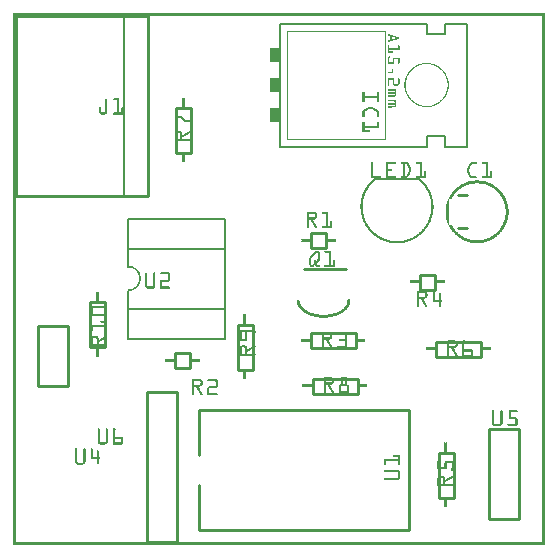
<source format=gto>
G04 MADE WITH FRITZING*
G04 WWW.FRITZING.ORG*
G04 DOUBLE SIDED*
G04 HOLES PLATED*
G04 CONTOUR ON CENTER OF CONTOUR VECTOR*
%ASAXBY*%
%FSLAX23Y23*%
%MOIN*%
%OFA0B0*%
%SFA1.0B1.0*%
%ADD10R,0.035000X0.050000*%
%ADD11C,0.010000*%
%ADD12C,0.006000*%
%ADD13C,0.008000*%
%ADD14C,0.005000*%
%ADD15C,0.002000*%
%ADD16C,0.011000*%
%ADD17C,0.007874*%
%ADD18R,0.001000X0.001000*%
%LNSILK1*%
G90*
G70*
G54D10*
X871Y1433D03*
X871Y1533D03*
X871Y1633D03*
G54D11*
X617Y51D02*
X1317Y51D01*
D02*
X1317Y51D02*
X1317Y451D01*
D02*
X1317Y451D02*
X617Y451D01*
D02*
X617Y51D02*
X617Y201D01*
D02*
X617Y301D02*
X617Y451D01*
G54D12*
D02*
X706Y1088D02*
X383Y1088D01*
D02*
X383Y688D02*
X706Y688D01*
D02*
X383Y1088D02*
X383Y988D01*
D02*
X383Y688D02*
X383Y788D01*
D02*
X383Y988D02*
X706Y988D01*
G54D13*
D02*
X383Y988D02*
X383Y928D01*
G54D12*
D02*
X383Y788D02*
X702Y788D01*
D02*
X383Y788D02*
X383Y848D01*
G54D14*
D02*
X706Y1088D02*
X706Y688D01*
G54D11*
D02*
X538Y639D02*
X588Y639D01*
D02*
X588Y639D02*
X588Y589D01*
D02*
X588Y589D02*
X538Y589D01*
D02*
X538Y589D02*
X538Y639D01*
D02*
X993Y1039D02*
X1043Y1039D01*
D02*
X1043Y1039D02*
X1043Y989D01*
D02*
X1043Y989D02*
X993Y989D01*
D02*
X993Y989D02*
X993Y1039D01*
D02*
X445Y511D02*
X445Y11D01*
D02*
X445Y11D02*
X545Y11D01*
D02*
X545Y11D02*
X545Y511D01*
D02*
X545Y511D02*
X445Y511D01*
D02*
X967Y921D02*
X1107Y921D01*
D02*
X81Y729D02*
X81Y529D01*
D02*
X81Y529D02*
X181Y529D01*
D02*
X181Y529D02*
X181Y729D01*
D02*
X181Y729D02*
X81Y729D01*
D02*
X1584Y386D02*
X1584Y86D01*
D02*
X1584Y86D02*
X1684Y86D01*
D02*
X1684Y86D02*
X1684Y386D01*
D02*
X1684Y386D02*
X1584Y386D01*
D02*
X748Y585D02*
X748Y735D01*
D02*
X748Y735D02*
X798Y735D01*
D02*
X798Y735D02*
X798Y585D01*
D02*
X798Y585D02*
X748Y585D01*
D02*
X997Y555D02*
X1147Y555D01*
D02*
X1147Y555D02*
X1147Y505D01*
D02*
X1147Y505D02*
X997Y505D01*
D02*
X997Y505D02*
X997Y555D01*
D02*
X542Y1307D02*
X542Y1457D01*
D02*
X542Y1457D02*
X592Y1457D01*
D02*
X592Y1457D02*
X592Y1307D01*
D02*
X592Y1307D02*
X542Y1307D01*
D02*
X1410Y678D02*
X1560Y678D01*
D02*
X1560Y678D02*
X1560Y628D01*
D02*
X1560Y628D02*
X1410Y628D01*
D02*
X1410Y628D02*
X1410Y678D01*
D02*
X1418Y157D02*
X1418Y307D01*
D02*
X1418Y307D02*
X1468Y307D01*
D02*
X1468Y307D02*
X1468Y157D01*
D02*
X1468Y157D02*
X1418Y157D01*
D02*
X991Y706D02*
X1141Y706D01*
D02*
X1141Y706D02*
X1141Y656D01*
D02*
X1141Y656D02*
X991Y656D01*
D02*
X991Y656D02*
X991Y706D01*
D02*
X1356Y902D02*
X1406Y902D01*
D02*
X1406Y902D02*
X1406Y852D01*
D02*
X1406Y852D02*
X1356Y852D01*
D02*
X1356Y852D02*
X1356Y902D01*
G54D12*
D02*
X888Y1738D02*
X888Y1328D01*
D02*
X1513Y1328D02*
X1513Y1738D01*
D02*
X888Y1328D02*
X1378Y1328D01*
D02*
X1378Y1328D02*
X1378Y1363D01*
D02*
X1378Y1363D02*
X1438Y1363D01*
D02*
X1438Y1363D02*
X1438Y1328D01*
D02*
X1438Y1328D02*
X1513Y1328D01*
D02*
X888Y1738D02*
X1378Y1738D01*
D02*
X1378Y1738D02*
X1378Y1703D01*
D02*
X1378Y1703D02*
X1438Y1703D01*
D02*
X1438Y1703D02*
X1438Y1738D01*
D02*
X1438Y1738D02*
X1513Y1738D01*
G54D15*
D02*
X913Y1713D02*
X913Y1353D01*
D02*
X1238Y1353D02*
X913Y1353D01*
D02*
X1238Y1353D02*
X1238Y1713D01*
D02*
X913Y1713D02*
X1238Y1713D01*
G54D11*
D02*
X7Y1764D02*
X7Y1164D01*
D02*
X7Y1164D02*
X447Y1164D01*
D02*
X447Y1164D02*
X447Y1764D01*
D02*
X447Y1764D02*
X7Y1764D01*
G54D14*
D02*
X367Y1164D02*
X367Y1764D01*
G54D11*
D02*
X256Y659D02*
X256Y809D01*
D02*
X256Y809D02*
X306Y809D01*
D02*
X306Y809D02*
X306Y659D01*
D02*
X306Y659D02*
X256Y659D01*
G54D16*
X1481Y1166D02*
X1511Y1166D01*
D02*
X1481Y1056D02*
X1511Y1056D01*
D02*
G54D17*
X1350Y1222D02*
X1208Y1222D01*
D02*
G54D18*
X0Y1772D02*
X1770Y1772D01*
X0Y1771D02*
X1770Y1771D01*
X0Y1770D02*
X1770Y1770D01*
X0Y1769D02*
X1770Y1769D01*
X0Y1768D02*
X1770Y1768D01*
X0Y1767D02*
X1770Y1767D01*
X0Y1766D02*
X1770Y1766D01*
X0Y1765D02*
X1770Y1765D01*
X0Y1764D02*
X7Y1764D01*
X1763Y1764D02*
X1770Y1764D01*
X0Y1763D02*
X7Y1763D01*
X1763Y1763D02*
X1770Y1763D01*
X0Y1762D02*
X7Y1762D01*
X1763Y1762D02*
X1770Y1762D01*
X0Y1761D02*
X7Y1761D01*
X1763Y1761D02*
X1770Y1761D01*
X0Y1760D02*
X7Y1760D01*
X1763Y1760D02*
X1770Y1760D01*
X0Y1759D02*
X7Y1759D01*
X1763Y1759D02*
X1770Y1759D01*
X0Y1758D02*
X7Y1758D01*
X1763Y1758D02*
X1770Y1758D01*
X0Y1757D02*
X7Y1757D01*
X1763Y1757D02*
X1770Y1757D01*
X0Y1756D02*
X7Y1756D01*
X1763Y1756D02*
X1770Y1756D01*
X0Y1755D02*
X7Y1755D01*
X1763Y1755D02*
X1770Y1755D01*
X0Y1754D02*
X7Y1754D01*
X1763Y1754D02*
X1770Y1754D01*
X0Y1753D02*
X7Y1753D01*
X1763Y1753D02*
X1770Y1753D01*
X0Y1752D02*
X7Y1752D01*
X1763Y1752D02*
X1770Y1752D01*
X0Y1751D02*
X7Y1751D01*
X1763Y1751D02*
X1770Y1751D01*
X0Y1750D02*
X7Y1750D01*
X1763Y1750D02*
X1770Y1750D01*
X0Y1749D02*
X7Y1749D01*
X1763Y1749D02*
X1770Y1749D01*
X0Y1748D02*
X7Y1748D01*
X1763Y1748D02*
X1770Y1748D01*
X0Y1747D02*
X7Y1747D01*
X1763Y1747D02*
X1770Y1747D01*
X0Y1746D02*
X7Y1746D01*
X1763Y1746D02*
X1770Y1746D01*
X0Y1745D02*
X7Y1745D01*
X1763Y1745D02*
X1770Y1745D01*
X0Y1744D02*
X7Y1744D01*
X1763Y1744D02*
X1770Y1744D01*
X0Y1743D02*
X7Y1743D01*
X1763Y1743D02*
X1770Y1743D01*
X0Y1742D02*
X7Y1742D01*
X1763Y1742D02*
X1770Y1742D01*
X0Y1741D02*
X7Y1741D01*
X1763Y1741D02*
X1770Y1741D01*
X0Y1740D02*
X7Y1740D01*
X1763Y1740D02*
X1770Y1740D01*
X0Y1739D02*
X7Y1739D01*
X1763Y1739D02*
X1770Y1739D01*
X0Y1738D02*
X7Y1738D01*
X1763Y1738D02*
X1770Y1738D01*
X0Y1737D02*
X7Y1737D01*
X1763Y1737D02*
X1770Y1737D01*
X0Y1736D02*
X7Y1736D01*
X1763Y1736D02*
X1770Y1736D01*
X0Y1735D02*
X7Y1735D01*
X1763Y1735D02*
X1770Y1735D01*
X0Y1734D02*
X7Y1734D01*
X1763Y1734D02*
X1770Y1734D01*
X0Y1733D02*
X7Y1733D01*
X1763Y1733D02*
X1770Y1733D01*
X0Y1732D02*
X7Y1732D01*
X1763Y1732D02*
X1770Y1732D01*
X0Y1731D02*
X7Y1731D01*
X1763Y1731D02*
X1770Y1731D01*
X0Y1730D02*
X7Y1730D01*
X1763Y1730D02*
X1770Y1730D01*
X0Y1729D02*
X7Y1729D01*
X1763Y1729D02*
X1770Y1729D01*
X0Y1728D02*
X7Y1728D01*
X1763Y1728D02*
X1770Y1728D01*
X0Y1727D02*
X7Y1727D01*
X1763Y1727D02*
X1770Y1727D01*
X0Y1726D02*
X7Y1726D01*
X1763Y1726D02*
X1770Y1726D01*
X0Y1725D02*
X7Y1725D01*
X1763Y1725D02*
X1770Y1725D01*
X0Y1724D02*
X7Y1724D01*
X1763Y1724D02*
X1770Y1724D01*
X0Y1723D02*
X7Y1723D01*
X1763Y1723D02*
X1770Y1723D01*
X0Y1722D02*
X7Y1722D01*
X1763Y1722D02*
X1770Y1722D01*
X0Y1721D02*
X7Y1721D01*
X1763Y1721D02*
X1770Y1721D01*
X0Y1720D02*
X7Y1720D01*
X1763Y1720D02*
X1770Y1720D01*
X0Y1719D02*
X7Y1719D01*
X1763Y1719D02*
X1770Y1719D01*
X0Y1718D02*
X7Y1718D01*
X1763Y1718D02*
X1770Y1718D01*
X0Y1717D02*
X7Y1717D01*
X1763Y1717D02*
X1770Y1717D01*
X0Y1716D02*
X7Y1716D01*
X1763Y1716D02*
X1770Y1716D01*
X0Y1715D02*
X7Y1715D01*
X1763Y1715D02*
X1770Y1715D01*
X0Y1714D02*
X7Y1714D01*
X1763Y1714D02*
X1770Y1714D01*
X0Y1713D02*
X7Y1713D01*
X1763Y1713D02*
X1770Y1713D01*
X0Y1712D02*
X7Y1712D01*
X1763Y1712D02*
X1770Y1712D01*
X0Y1711D02*
X7Y1711D01*
X1763Y1711D02*
X1770Y1711D01*
X0Y1710D02*
X7Y1710D01*
X1763Y1710D02*
X1770Y1710D01*
X0Y1709D02*
X7Y1709D01*
X1763Y1709D02*
X1770Y1709D01*
X0Y1708D02*
X7Y1708D01*
X1763Y1708D02*
X1770Y1708D01*
X0Y1707D02*
X7Y1707D01*
X1763Y1707D02*
X1770Y1707D01*
X0Y1706D02*
X7Y1706D01*
X1763Y1706D02*
X1770Y1706D01*
X0Y1705D02*
X7Y1705D01*
X1763Y1705D02*
X1770Y1705D01*
X0Y1704D02*
X7Y1704D01*
X1763Y1704D02*
X1770Y1704D01*
X0Y1703D02*
X7Y1703D01*
X1250Y1703D02*
X1250Y1703D01*
X1763Y1703D02*
X1770Y1703D01*
X0Y1702D02*
X7Y1702D01*
X1249Y1702D02*
X1254Y1702D01*
X1763Y1702D02*
X1770Y1702D01*
X0Y1701D02*
X7Y1701D01*
X1248Y1701D02*
X1257Y1701D01*
X1763Y1701D02*
X1770Y1701D01*
X0Y1700D02*
X7Y1700D01*
X1248Y1700D02*
X1260Y1700D01*
X1763Y1700D02*
X1770Y1700D01*
X0Y1699D02*
X7Y1699D01*
X1249Y1699D02*
X1264Y1699D01*
X1763Y1699D02*
X1770Y1699D01*
X0Y1698D02*
X7Y1698D01*
X1250Y1698D02*
X1267Y1698D01*
X1763Y1698D02*
X1770Y1698D01*
X0Y1697D02*
X7Y1697D01*
X1253Y1697D02*
X1271Y1697D01*
X1763Y1697D02*
X1770Y1697D01*
X0Y1696D02*
X7Y1696D01*
X1256Y1696D02*
X1274Y1696D01*
X1763Y1696D02*
X1770Y1696D01*
X0Y1695D02*
X7Y1695D01*
X1257Y1695D02*
X1278Y1695D01*
X1763Y1695D02*
X1770Y1695D01*
X0Y1694D02*
X7Y1694D01*
X1257Y1694D02*
X1261Y1694D01*
X1264Y1694D02*
X1281Y1694D01*
X1763Y1694D02*
X1770Y1694D01*
X0Y1693D02*
X7Y1693D01*
X1257Y1693D02*
X1261Y1693D01*
X1267Y1693D02*
X1284Y1693D01*
X1763Y1693D02*
X1770Y1693D01*
X0Y1692D02*
X7Y1692D01*
X1257Y1692D02*
X1261Y1692D01*
X1271Y1692D02*
X1286Y1692D01*
X1763Y1692D02*
X1770Y1692D01*
X0Y1691D02*
X7Y1691D01*
X1257Y1691D02*
X1261Y1691D01*
X1274Y1691D02*
X1286Y1691D01*
X1763Y1691D02*
X1770Y1691D01*
X0Y1690D02*
X7Y1690D01*
X1257Y1690D02*
X1261Y1690D01*
X1274Y1690D02*
X1286Y1690D01*
X1763Y1690D02*
X1770Y1690D01*
X0Y1689D02*
X7Y1689D01*
X1257Y1689D02*
X1261Y1689D01*
X1271Y1689D02*
X1286Y1689D01*
X1763Y1689D02*
X1770Y1689D01*
X0Y1688D02*
X7Y1688D01*
X1257Y1688D02*
X1261Y1688D01*
X1267Y1688D02*
X1285Y1688D01*
X1763Y1688D02*
X1770Y1688D01*
X0Y1687D02*
X7Y1687D01*
X1257Y1687D02*
X1261Y1687D01*
X1264Y1687D02*
X1281Y1687D01*
X1763Y1687D02*
X1770Y1687D01*
X0Y1686D02*
X7Y1686D01*
X1257Y1686D02*
X1278Y1686D01*
X1763Y1686D02*
X1770Y1686D01*
X0Y1685D02*
X7Y1685D01*
X1257Y1685D02*
X1275Y1685D01*
X1763Y1685D02*
X1770Y1685D01*
X0Y1684D02*
X7Y1684D01*
X1254Y1684D02*
X1271Y1684D01*
X1763Y1684D02*
X1770Y1684D01*
X0Y1683D02*
X7Y1683D01*
X1250Y1683D02*
X1268Y1683D01*
X1763Y1683D02*
X1770Y1683D01*
X0Y1682D02*
X7Y1682D01*
X1249Y1682D02*
X1264Y1682D01*
X1763Y1682D02*
X1770Y1682D01*
X0Y1681D02*
X7Y1681D01*
X1248Y1681D02*
X1261Y1681D01*
X1763Y1681D02*
X1770Y1681D01*
X0Y1680D02*
X7Y1680D01*
X1248Y1680D02*
X1257Y1680D01*
X1763Y1680D02*
X1770Y1680D01*
X0Y1679D02*
X7Y1679D01*
X1248Y1679D02*
X1254Y1679D01*
X1763Y1679D02*
X1770Y1679D01*
X0Y1678D02*
X7Y1678D01*
X1250Y1678D02*
X1251Y1678D01*
X1763Y1678D02*
X1770Y1678D01*
X0Y1677D02*
X7Y1677D01*
X1763Y1677D02*
X1770Y1677D01*
X0Y1676D02*
X7Y1676D01*
X1763Y1676D02*
X1770Y1676D01*
X0Y1675D02*
X7Y1675D01*
X1763Y1675D02*
X1770Y1675D01*
X0Y1674D02*
X7Y1674D01*
X1763Y1674D02*
X1770Y1674D01*
X0Y1673D02*
X7Y1673D01*
X1763Y1673D02*
X1770Y1673D01*
X0Y1672D02*
X7Y1672D01*
X1763Y1672D02*
X1770Y1672D01*
X0Y1671D02*
X7Y1671D01*
X1763Y1671D02*
X1770Y1671D01*
X0Y1670D02*
X7Y1670D01*
X1763Y1670D02*
X1770Y1670D01*
X0Y1669D02*
X7Y1669D01*
X1763Y1669D02*
X1770Y1669D01*
X0Y1668D02*
X7Y1668D01*
X1763Y1668D02*
X1770Y1668D01*
X0Y1667D02*
X7Y1667D01*
X1763Y1667D02*
X1770Y1667D01*
X0Y1666D02*
X7Y1666D01*
X1249Y1666D02*
X1251Y1666D01*
X1283Y1666D02*
X1285Y1666D01*
X1763Y1666D02*
X1770Y1666D01*
X0Y1665D02*
X7Y1665D01*
X1248Y1665D02*
X1252Y1665D01*
X1283Y1665D02*
X1286Y1665D01*
X1763Y1665D02*
X1770Y1665D01*
X0Y1664D02*
X7Y1664D01*
X1248Y1664D02*
X1252Y1664D01*
X1282Y1664D02*
X1287Y1664D01*
X1763Y1664D02*
X1770Y1664D01*
X0Y1663D02*
X7Y1663D01*
X1248Y1663D02*
X1252Y1663D01*
X1282Y1663D02*
X1287Y1663D01*
X1763Y1663D02*
X1770Y1663D01*
X0Y1662D02*
X7Y1662D01*
X1248Y1662D02*
X1252Y1662D01*
X1282Y1662D02*
X1287Y1662D01*
X1763Y1662D02*
X1770Y1662D01*
X0Y1661D02*
X7Y1661D01*
X1248Y1661D02*
X1252Y1661D01*
X1282Y1661D02*
X1287Y1661D01*
X1763Y1661D02*
X1770Y1661D01*
X0Y1660D02*
X7Y1660D01*
X1248Y1660D02*
X1252Y1660D01*
X1282Y1660D02*
X1287Y1660D01*
X1763Y1660D02*
X1770Y1660D01*
X0Y1659D02*
X7Y1659D01*
X1248Y1659D02*
X1252Y1659D01*
X1282Y1659D02*
X1287Y1659D01*
X1763Y1659D02*
X1770Y1659D01*
X0Y1658D02*
X7Y1658D01*
X1248Y1658D02*
X1252Y1658D01*
X1282Y1658D02*
X1287Y1658D01*
X1763Y1658D02*
X1770Y1658D01*
X0Y1657D02*
X7Y1657D01*
X1248Y1657D02*
X1252Y1657D01*
X1282Y1657D02*
X1287Y1657D01*
X1763Y1657D02*
X1770Y1657D01*
X0Y1656D02*
X7Y1656D01*
X1248Y1656D02*
X1287Y1656D01*
X1763Y1656D02*
X1770Y1656D01*
X0Y1655D02*
X7Y1655D01*
X1248Y1655D02*
X1287Y1655D01*
X1763Y1655D02*
X1770Y1655D01*
X0Y1654D02*
X7Y1654D01*
X1248Y1654D02*
X1287Y1654D01*
X1763Y1654D02*
X1770Y1654D01*
X0Y1653D02*
X7Y1653D01*
X1248Y1653D02*
X1287Y1653D01*
X1763Y1653D02*
X1770Y1653D01*
X0Y1652D02*
X7Y1652D01*
X1248Y1652D02*
X1287Y1652D01*
X1763Y1652D02*
X1770Y1652D01*
X0Y1651D02*
X7Y1651D01*
X1248Y1651D02*
X1252Y1651D01*
X1763Y1651D02*
X1770Y1651D01*
X0Y1650D02*
X7Y1650D01*
X1248Y1650D02*
X1252Y1650D01*
X1763Y1650D02*
X1770Y1650D01*
X0Y1649D02*
X7Y1649D01*
X1248Y1649D02*
X1252Y1649D01*
X1763Y1649D02*
X1770Y1649D01*
X0Y1648D02*
X7Y1648D01*
X1248Y1648D02*
X1252Y1648D01*
X1763Y1648D02*
X1770Y1648D01*
X0Y1647D02*
X7Y1647D01*
X1248Y1647D02*
X1252Y1647D01*
X1763Y1647D02*
X1770Y1647D01*
X0Y1646D02*
X7Y1646D01*
X1248Y1646D02*
X1264Y1646D01*
X1763Y1646D02*
X1770Y1646D01*
X0Y1645D02*
X7Y1645D01*
X1248Y1645D02*
X1265Y1645D01*
X1763Y1645D02*
X1770Y1645D01*
X0Y1644D02*
X7Y1644D01*
X1248Y1644D02*
X1265Y1644D01*
X1763Y1644D02*
X1770Y1644D01*
X0Y1643D02*
X7Y1643D01*
X1248Y1643D02*
X1265Y1643D01*
X1763Y1643D02*
X1770Y1643D01*
X0Y1642D02*
X7Y1642D01*
X1249Y1642D02*
X1264Y1642D01*
X1763Y1642D02*
X1770Y1642D01*
X0Y1641D02*
X7Y1641D01*
X1763Y1641D02*
X1770Y1641D01*
X0Y1640D02*
X7Y1640D01*
X1763Y1640D02*
X1770Y1640D01*
X0Y1639D02*
X7Y1639D01*
X1763Y1639D02*
X1770Y1639D01*
X0Y1638D02*
X7Y1638D01*
X1763Y1638D02*
X1770Y1638D01*
X0Y1637D02*
X7Y1637D01*
X1763Y1637D02*
X1770Y1637D01*
X0Y1636D02*
X7Y1636D01*
X1763Y1636D02*
X1770Y1636D01*
X0Y1635D02*
X7Y1635D01*
X1763Y1635D02*
X1770Y1635D01*
X0Y1634D02*
X7Y1634D01*
X1763Y1634D02*
X1770Y1634D01*
X0Y1633D02*
X7Y1633D01*
X1763Y1633D02*
X1770Y1633D01*
X0Y1632D02*
X7Y1632D01*
X1763Y1632D02*
X1770Y1632D01*
X0Y1631D02*
X7Y1631D01*
X1763Y1631D02*
X1770Y1631D01*
X0Y1630D02*
X7Y1630D01*
X1763Y1630D02*
X1770Y1630D01*
X0Y1629D02*
X7Y1629D01*
X1251Y1629D02*
X1254Y1629D01*
X1763Y1629D02*
X1770Y1629D01*
X0Y1628D02*
X7Y1628D01*
X1250Y1628D02*
X1254Y1628D01*
X1763Y1628D02*
X1770Y1628D01*
X0Y1627D02*
X7Y1627D01*
X1250Y1627D02*
X1254Y1627D01*
X1763Y1627D02*
X1770Y1627D01*
X0Y1626D02*
X7Y1626D01*
X1249Y1626D02*
X1254Y1626D01*
X1763Y1626D02*
X1770Y1626D01*
X0Y1625D02*
X7Y1625D01*
X1249Y1625D02*
X1253Y1625D01*
X1266Y1625D02*
X1286Y1625D01*
X1763Y1625D02*
X1770Y1625D01*
X0Y1624D02*
X7Y1624D01*
X1248Y1624D02*
X1253Y1624D01*
X1265Y1624D02*
X1287Y1624D01*
X1763Y1624D02*
X1770Y1624D01*
X0Y1623D02*
X7Y1623D01*
X1248Y1623D02*
X1253Y1623D01*
X1265Y1623D02*
X1287Y1623D01*
X1763Y1623D02*
X1770Y1623D01*
X0Y1622D02*
X7Y1622D01*
X1248Y1622D02*
X1252Y1622D01*
X1265Y1622D02*
X1287Y1622D01*
X1763Y1622D02*
X1770Y1622D01*
X0Y1621D02*
X7Y1621D01*
X1248Y1621D02*
X1252Y1621D01*
X1265Y1621D02*
X1287Y1621D01*
X1763Y1621D02*
X1770Y1621D01*
X0Y1620D02*
X7Y1620D01*
X1248Y1620D02*
X1252Y1620D01*
X1265Y1620D02*
X1287Y1620D01*
X1763Y1620D02*
X1770Y1620D01*
X0Y1619D02*
X7Y1619D01*
X1248Y1619D02*
X1252Y1619D01*
X1265Y1619D02*
X1269Y1619D01*
X1282Y1619D02*
X1287Y1619D01*
X1763Y1619D02*
X1770Y1619D01*
X0Y1618D02*
X7Y1618D01*
X1248Y1618D02*
X1252Y1618D01*
X1265Y1618D02*
X1269Y1618D01*
X1282Y1618D02*
X1287Y1618D01*
X1763Y1618D02*
X1770Y1618D01*
X0Y1617D02*
X7Y1617D01*
X1248Y1617D02*
X1252Y1617D01*
X1265Y1617D02*
X1269Y1617D01*
X1282Y1617D02*
X1287Y1617D01*
X1763Y1617D02*
X1770Y1617D01*
X0Y1616D02*
X7Y1616D01*
X1248Y1616D02*
X1252Y1616D01*
X1265Y1616D02*
X1269Y1616D01*
X1282Y1616D02*
X1287Y1616D01*
X1763Y1616D02*
X1770Y1616D01*
X0Y1615D02*
X7Y1615D01*
X1248Y1615D02*
X1252Y1615D01*
X1265Y1615D02*
X1269Y1615D01*
X1282Y1615D02*
X1287Y1615D01*
X1763Y1615D02*
X1770Y1615D01*
X0Y1614D02*
X7Y1614D01*
X1248Y1614D02*
X1252Y1614D01*
X1265Y1614D02*
X1269Y1614D01*
X1282Y1614D02*
X1287Y1614D01*
X1763Y1614D02*
X1770Y1614D01*
X0Y1613D02*
X7Y1613D01*
X1248Y1613D02*
X1252Y1613D01*
X1265Y1613D02*
X1269Y1613D01*
X1282Y1613D02*
X1287Y1613D01*
X1763Y1613D02*
X1770Y1613D01*
X0Y1612D02*
X7Y1612D01*
X1248Y1612D02*
X1252Y1612D01*
X1265Y1612D02*
X1269Y1612D01*
X1282Y1612D02*
X1287Y1612D01*
X1763Y1612D02*
X1770Y1612D01*
X0Y1611D02*
X7Y1611D01*
X1248Y1611D02*
X1252Y1611D01*
X1265Y1611D02*
X1269Y1611D01*
X1282Y1611D02*
X1287Y1611D01*
X1763Y1611D02*
X1770Y1611D01*
X0Y1610D02*
X7Y1610D01*
X1248Y1610D02*
X1252Y1610D01*
X1265Y1610D02*
X1269Y1610D01*
X1282Y1610D02*
X1287Y1610D01*
X1763Y1610D02*
X1770Y1610D01*
X0Y1609D02*
X7Y1609D01*
X1248Y1609D02*
X1269Y1609D01*
X1282Y1609D02*
X1287Y1609D01*
X1763Y1609D02*
X1770Y1609D01*
X0Y1608D02*
X7Y1608D01*
X1248Y1608D02*
X1269Y1608D01*
X1282Y1608D02*
X1287Y1608D01*
X1763Y1608D02*
X1770Y1608D01*
X0Y1607D02*
X7Y1607D01*
X1249Y1607D02*
X1268Y1607D01*
X1282Y1607D02*
X1286Y1607D01*
X1368Y1607D02*
X1387Y1607D01*
X1763Y1607D02*
X1770Y1607D01*
X0Y1606D02*
X7Y1606D01*
X1250Y1606D02*
X1267Y1606D01*
X1283Y1606D02*
X1286Y1606D01*
X1362Y1606D02*
X1393Y1606D01*
X1763Y1606D02*
X1770Y1606D01*
X0Y1605D02*
X7Y1605D01*
X1252Y1605D02*
X1265Y1605D01*
X1284Y1605D02*
X1285Y1605D01*
X1358Y1605D02*
X1397Y1605D01*
X1763Y1605D02*
X1770Y1605D01*
X0Y1604D02*
X7Y1604D01*
X1355Y1604D02*
X1400Y1604D01*
X1763Y1604D02*
X1770Y1604D01*
X0Y1603D02*
X7Y1603D01*
X1352Y1603D02*
X1367Y1603D01*
X1388Y1603D02*
X1403Y1603D01*
X1763Y1603D02*
X1770Y1603D01*
X0Y1602D02*
X7Y1602D01*
X1350Y1602D02*
X1362Y1602D01*
X1393Y1602D02*
X1405Y1602D01*
X1763Y1602D02*
X1770Y1602D01*
X0Y1601D02*
X7Y1601D01*
X1347Y1601D02*
X1358Y1601D01*
X1397Y1601D02*
X1407Y1601D01*
X1763Y1601D02*
X1770Y1601D01*
X0Y1600D02*
X7Y1600D01*
X1345Y1600D02*
X1355Y1600D01*
X1400Y1600D02*
X1410Y1600D01*
X1763Y1600D02*
X1770Y1600D01*
X0Y1599D02*
X7Y1599D01*
X1343Y1599D02*
X1352Y1599D01*
X1403Y1599D02*
X1412Y1599D01*
X1763Y1599D02*
X1770Y1599D01*
X0Y1598D02*
X7Y1598D01*
X1342Y1598D02*
X1350Y1598D01*
X1405Y1598D02*
X1413Y1598D01*
X1763Y1598D02*
X1770Y1598D01*
X0Y1597D02*
X7Y1597D01*
X1340Y1597D02*
X1348Y1597D01*
X1407Y1597D02*
X1415Y1597D01*
X1763Y1597D02*
X1770Y1597D01*
X0Y1596D02*
X7Y1596D01*
X1338Y1596D02*
X1346Y1596D01*
X1409Y1596D02*
X1417Y1596D01*
X1763Y1596D02*
X1770Y1596D01*
X0Y1595D02*
X7Y1595D01*
X1337Y1595D02*
X1344Y1595D01*
X1411Y1595D02*
X1418Y1595D01*
X1763Y1595D02*
X1770Y1595D01*
X0Y1594D02*
X7Y1594D01*
X1335Y1594D02*
X1342Y1594D01*
X1413Y1594D02*
X1420Y1594D01*
X1763Y1594D02*
X1770Y1594D01*
X0Y1593D02*
X7Y1593D01*
X1334Y1593D02*
X1340Y1593D01*
X1415Y1593D02*
X1421Y1593D01*
X1763Y1593D02*
X1770Y1593D01*
X0Y1592D02*
X7Y1592D01*
X1333Y1592D02*
X1339Y1592D01*
X1416Y1592D02*
X1422Y1592D01*
X1763Y1592D02*
X1770Y1592D01*
X0Y1591D02*
X7Y1591D01*
X1331Y1591D02*
X1337Y1591D01*
X1418Y1591D02*
X1424Y1591D01*
X1763Y1591D02*
X1770Y1591D01*
X0Y1590D02*
X7Y1590D01*
X1330Y1590D02*
X1336Y1590D01*
X1419Y1590D02*
X1425Y1590D01*
X1763Y1590D02*
X1770Y1590D01*
X0Y1589D02*
X7Y1589D01*
X1329Y1589D02*
X1335Y1589D01*
X1420Y1589D02*
X1426Y1589D01*
X1763Y1589D02*
X1770Y1589D01*
X0Y1588D02*
X7Y1588D01*
X1262Y1588D02*
X1264Y1588D01*
X1328Y1588D02*
X1333Y1588D01*
X1422Y1588D02*
X1427Y1588D01*
X1763Y1588D02*
X1770Y1588D01*
X0Y1587D02*
X7Y1587D01*
X1261Y1587D02*
X1265Y1587D01*
X1327Y1587D02*
X1332Y1587D01*
X1423Y1587D02*
X1428Y1587D01*
X1763Y1587D02*
X1770Y1587D01*
X0Y1586D02*
X7Y1586D01*
X1261Y1586D02*
X1265Y1586D01*
X1326Y1586D02*
X1331Y1586D01*
X1424Y1586D02*
X1429Y1586D01*
X1763Y1586D02*
X1770Y1586D01*
X0Y1585D02*
X7Y1585D01*
X1261Y1585D02*
X1265Y1585D01*
X1325Y1585D02*
X1330Y1585D01*
X1425Y1585D02*
X1430Y1585D01*
X1763Y1585D02*
X1770Y1585D01*
X0Y1584D02*
X7Y1584D01*
X1261Y1584D02*
X1265Y1584D01*
X1324Y1584D02*
X1329Y1584D01*
X1426Y1584D02*
X1431Y1584D01*
X1763Y1584D02*
X1770Y1584D01*
X0Y1583D02*
X7Y1583D01*
X1261Y1583D02*
X1265Y1583D01*
X1323Y1583D02*
X1328Y1583D01*
X1427Y1583D02*
X1432Y1583D01*
X1763Y1583D02*
X1770Y1583D01*
X0Y1582D02*
X7Y1582D01*
X1261Y1582D02*
X1265Y1582D01*
X1322Y1582D02*
X1327Y1582D01*
X1428Y1582D02*
X1433Y1582D01*
X1763Y1582D02*
X1770Y1582D01*
X0Y1581D02*
X7Y1581D01*
X1261Y1581D02*
X1265Y1581D01*
X1321Y1581D02*
X1326Y1581D01*
X1429Y1581D02*
X1434Y1581D01*
X1763Y1581D02*
X1770Y1581D01*
X0Y1580D02*
X7Y1580D01*
X1261Y1580D02*
X1265Y1580D01*
X1320Y1580D02*
X1325Y1580D01*
X1430Y1580D02*
X1434Y1580D01*
X1763Y1580D02*
X1770Y1580D01*
X0Y1579D02*
X7Y1579D01*
X1261Y1579D02*
X1265Y1579D01*
X1320Y1579D02*
X1324Y1579D01*
X1431Y1579D02*
X1435Y1579D01*
X1763Y1579D02*
X1770Y1579D01*
X0Y1578D02*
X7Y1578D01*
X1249Y1578D02*
X1265Y1578D01*
X1319Y1578D02*
X1323Y1578D01*
X1432Y1578D02*
X1436Y1578D01*
X1763Y1578D02*
X1770Y1578D01*
X0Y1577D02*
X7Y1577D01*
X1248Y1577D02*
X1265Y1577D01*
X1318Y1577D02*
X1322Y1577D01*
X1433Y1577D02*
X1437Y1577D01*
X1763Y1577D02*
X1770Y1577D01*
X0Y1576D02*
X7Y1576D01*
X1248Y1576D02*
X1265Y1576D01*
X1317Y1576D02*
X1322Y1576D01*
X1433Y1576D02*
X1437Y1576D01*
X1763Y1576D02*
X1770Y1576D01*
X0Y1575D02*
X7Y1575D01*
X1248Y1575D02*
X1265Y1575D01*
X1317Y1575D02*
X1321Y1575D01*
X1434Y1575D02*
X1438Y1575D01*
X1763Y1575D02*
X1770Y1575D01*
X0Y1574D02*
X7Y1574D01*
X1249Y1574D02*
X1264Y1574D01*
X1316Y1574D02*
X1320Y1574D01*
X1435Y1574D02*
X1439Y1574D01*
X1763Y1574D02*
X1770Y1574D01*
X0Y1573D02*
X7Y1573D01*
X1316Y1573D02*
X1319Y1573D01*
X1436Y1573D02*
X1439Y1573D01*
X1763Y1573D02*
X1770Y1573D01*
X0Y1572D02*
X7Y1572D01*
X1315Y1572D02*
X1319Y1572D01*
X1436Y1572D02*
X1440Y1572D01*
X1763Y1572D02*
X1770Y1572D01*
X0Y1571D02*
X7Y1571D01*
X1314Y1571D02*
X1318Y1571D01*
X1437Y1571D02*
X1441Y1571D01*
X1763Y1571D02*
X1770Y1571D01*
X0Y1570D02*
X7Y1570D01*
X1314Y1570D02*
X1317Y1570D01*
X1437Y1570D02*
X1441Y1570D01*
X1763Y1570D02*
X1770Y1570D01*
X0Y1569D02*
X7Y1569D01*
X1313Y1569D02*
X1317Y1569D01*
X1438Y1569D02*
X1442Y1569D01*
X1763Y1569D02*
X1770Y1569D01*
X0Y1568D02*
X7Y1568D01*
X1313Y1568D02*
X1316Y1568D01*
X1439Y1568D02*
X1442Y1568D01*
X1763Y1568D02*
X1770Y1568D01*
X0Y1567D02*
X7Y1567D01*
X1312Y1567D02*
X1316Y1567D01*
X1439Y1567D02*
X1443Y1567D01*
X1763Y1567D02*
X1770Y1567D01*
X0Y1566D02*
X7Y1566D01*
X1312Y1566D02*
X1315Y1566D01*
X1440Y1566D02*
X1443Y1566D01*
X1763Y1566D02*
X1770Y1566D01*
X0Y1565D02*
X7Y1565D01*
X1311Y1565D02*
X1315Y1565D01*
X1440Y1565D02*
X1444Y1565D01*
X1763Y1565D02*
X1770Y1565D01*
X0Y1564D02*
X7Y1564D01*
X1311Y1564D02*
X1314Y1564D01*
X1441Y1564D02*
X1444Y1564D01*
X1763Y1564D02*
X1770Y1564D01*
X0Y1563D02*
X7Y1563D01*
X1310Y1563D02*
X1314Y1563D01*
X1441Y1563D02*
X1445Y1563D01*
X1763Y1563D02*
X1770Y1563D01*
X0Y1562D02*
X7Y1562D01*
X1310Y1562D02*
X1313Y1562D01*
X1442Y1562D02*
X1445Y1562D01*
X1763Y1562D02*
X1770Y1562D01*
X0Y1561D02*
X7Y1561D01*
X1309Y1561D02*
X1313Y1561D01*
X1442Y1561D02*
X1446Y1561D01*
X1763Y1561D02*
X1770Y1561D01*
X0Y1560D02*
X7Y1560D01*
X1309Y1560D02*
X1312Y1560D01*
X1443Y1560D02*
X1446Y1560D01*
X1763Y1560D02*
X1770Y1560D01*
X0Y1559D02*
X7Y1559D01*
X1309Y1559D02*
X1312Y1559D01*
X1443Y1559D02*
X1446Y1559D01*
X1763Y1559D02*
X1770Y1559D01*
X0Y1558D02*
X7Y1558D01*
X1308Y1558D02*
X1312Y1558D01*
X1443Y1558D02*
X1447Y1558D01*
X1763Y1558D02*
X1770Y1558D01*
X0Y1557D02*
X7Y1557D01*
X1248Y1557D02*
X1265Y1557D01*
X1308Y1557D02*
X1311Y1557D01*
X1444Y1557D02*
X1447Y1557D01*
X1763Y1557D02*
X1770Y1557D01*
X0Y1556D02*
X7Y1556D01*
X1248Y1556D02*
X1267Y1556D01*
X1283Y1556D02*
X1286Y1556D01*
X1307Y1556D02*
X1311Y1556D01*
X1444Y1556D02*
X1447Y1556D01*
X1763Y1556D02*
X1770Y1556D01*
X0Y1555D02*
X7Y1555D01*
X1248Y1555D02*
X1268Y1555D01*
X1283Y1555D02*
X1286Y1555D01*
X1307Y1555D02*
X1310Y1555D01*
X1444Y1555D02*
X1448Y1555D01*
X1763Y1555D02*
X1770Y1555D01*
X0Y1554D02*
X7Y1554D01*
X1248Y1554D02*
X1269Y1554D01*
X1282Y1554D02*
X1287Y1554D01*
X1307Y1554D02*
X1310Y1554D01*
X1445Y1554D02*
X1448Y1554D01*
X1763Y1554D02*
X1770Y1554D01*
X0Y1553D02*
X7Y1553D01*
X1248Y1553D02*
X1269Y1553D01*
X1282Y1553D02*
X1287Y1553D01*
X1307Y1553D02*
X1310Y1553D01*
X1445Y1553D02*
X1448Y1553D01*
X1763Y1553D02*
X1770Y1553D01*
X0Y1552D02*
X7Y1552D01*
X1248Y1552D02*
X1269Y1552D01*
X1282Y1552D02*
X1287Y1552D01*
X1306Y1552D02*
X1310Y1552D01*
X1445Y1552D02*
X1449Y1552D01*
X1763Y1552D02*
X1770Y1552D01*
X0Y1551D02*
X7Y1551D01*
X1248Y1551D02*
X1252Y1551D01*
X1265Y1551D02*
X1269Y1551D01*
X1282Y1551D02*
X1287Y1551D01*
X1306Y1551D02*
X1309Y1551D01*
X1446Y1551D02*
X1449Y1551D01*
X1763Y1551D02*
X1770Y1551D01*
X0Y1550D02*
X7Y1550D01*
X1248Y1550D02*
X1252Y1550D01*
X1265Y1550D02*
X1269Y1550D01*
X1282Y1550D02*
X1287Y1550D01*
X1306Y1550D02*
X1309Y1550D01*
X1446Y1550D02*
X1449Y1550D01*
X1763Y1550D02*
X1770Y1550D01*
X0Y1549D02*
X7Y1549D01*
X1248Y1549D02*
X1252Y1549D01*
X1265Y1549D02*
X1269Y1549D01*
X1282Y1549D02*
X1287Y1549D01*
X1306Y1549D02*
X1309Y1549D01*
X1446Y1549D02*
X1449Y1549D01*
X1763Y1549D02*
X1770Y1549D01*
X0Y1548D02*
X7Y1548D01*
X1248Y1548D02*
X1252Y1548D01*
X1265Y1548D02*
X1269Y1548D01*
X1282Y1548D02*
X1287Y1548D01*
X1305Y1548D02*
X1309Y1548D01*
X1446Y1548D02*
X1450Y1548D01*
X1763Y1548D02*
X1770Y1548D01*
X0Y1547D02*
X7Y1547D01*
X1248Y1547D02*
X1252Y1547D01*
X1265Y1547D02*
X1269Y1547D01*
X1282Y1547D02*
X1287Y1547D01*
X1305Y1547D02*
X1308Y1547D01*
X1447Y1547D02*
X1450Y1547D01*
X1763Y1547D02*
X1770Y1547D01*
X0Y1546D02*
X7Y1546D01*
X1248Y1546D02*
X1252Y1546D01*
X1265Y1546D02*
X1269Y1546D01*
X1282Y1546D02*
X1287Y1546D01*
X1305Y1546D02*
X1308Y1546D01*
X1447Y1546D02*
X1450Y1546D01*
X1763Y1546D02*
X1770Y1546D01*
X0Y1545D02*
X7Y1545D01*
X1248Y1545D02*
X1252Y1545D01*
X1265Y1545D02*
X1269Y1545D01*
X1282Y1545D02*
X1287Y1545D01*
X1305Y1545D02*
X1308Y1545D01*
X1447Y1545D02*
X1450Y1545D01*
X1763Y1545D02*
X1770Y1545D01*
X0Y1544D02*
X7Y1544D01*
X1248Y1544D02*
X1252Y1544D01*
X1265Y1544D02*
X1269Y1544D01*
X1282Y1544D02*
X1287Y1544D01*
X1305Y1544D02*
X1308Y1544D01*
X1447Y1544D02*
X1450Y1544D01*
X1763Y1544D02*
X1770Y1544D01*
X0Y1543D02*
X7Y1543D01*
X1248Y1543D02*
X1252Y1543D01*
X1265Y1543D02*
X1269Y1543D01*
X1282Y1543D02*
X1287Y1543D01*
X1305Y1543D02*
X1308Y1543D01*
X1447Y1543D02*
X1450Y1543D01*
X1763Y1543D02*
X1770Y1543D01*
X0Y1542D02*
X7Y1542D01*
X1248Y1542D02*
X1252Y1542D01*
X1265Y1542D02*
X1269Y1542D01*
X1282Y1542D02*
X1287Y1542D01*
X1304Y1542D02*
X1308Y1542D01*
X1447Y1542D02*
X1450Y1542D01*
X1763Y1542D02*
X1770Y1542D01*
X0Y1541D02*
X7Y1541D01*
X1248Y1541D02*
X1252Y1541D01*
X1265Y1541D02*
X1269Y1541D01*
X1282Y1541D02*
X1287Y1541D01*
X1304Y1541D02*
X1307Y1541D01*
X1448Y1541D02*
X1451Y1541D01*
X1763Y1541D02*
X1770Y1541D01*
X0Y1540D02*
X7Y1540D01*
X1248Y1540D02*
X1252Y1540D01*
X1265Y1540D02*
X1269Y1540D01*
X1282Y1540D02*
X1287Y1540D01*
X1304Y1540D02*
X1307Y1540D01*
X1448Y1540D02*
X1451Y1540D01*
X1763Y1540D02*
X1770Y1540D01*
X0Y1539D02*
X7Y1539D01*
X1248Y1539D02*
X1252Y1539D01*
X1265Y1539D02*
X1269Y1539D01*
X1282Y1539D02*
X1287Y1539D01*
X1304Y1539D02*
X1307Y1539D01*
X1448Y1539D02*
X1451Y1539D01*
X1763Y1539D02*
X1770Y1539D01*
X0Y1538D02*
X7Y1538D01*
X1248Y1538D02*
X1252Y1538D01*
X1265Y1538D02*
X1269Y1538D01*
X1282Y1538D02*
X1287Y1538D01*
X1304Y1538D02*
X1307Y1538D01*
X1448Y1538D02*
X1451Y1538D01*
X1763Y1538D02*
X1770Y1538D01*
X0Y1537D02*
X7Y1537D01*
X1248Y1537D02*
X1252Y1537D01*
X1265Y1537D02*
X1270Y1537D01*
X1282Y1537D02*
X1287Y1537D01*
X1304Y1537D02*
X1307Y1537D01*
X1448Y1537D02*
X1451Y1537D01*
X1763Y1537D02*
X1770Y1537D01*
X0Y1536D02*
X7Y1536D01*
X1248Y1536D02*
X1252Y1536D01*
X1265Y1536D02*
X1286Y1536D01*
X1304Y1536D02*
X1307Y1536D01*
X1448Y1536D02*
X1451Y1536D01*
X1763Y1536D02*
X1770Y1536D01*
X0Y1535D02*
X7Y1535D01*
X1248Y1535D02*
X1252Y1535D01*
X1266Y1535D02*
X1286Y1535D01*
X1304Y1535D02*
X1307Y1535D01*
X1448Y1535D02*
X1451Y1535D01*
X1763Y1535D02*
X1770Y1535D01*
X0Y1534D02*
X7Y1534D01*
X1248Y1534D02*
X1252Y1534D01*
X1266Y1534D02*
X1285Y1534D01*
X1304Y1534D02*
X1307Y1534D01*
X1448Y1534D02*
X1451Y1534D01*
X1763Y1534D02*
X1770Y1534D01*
X0Y1533D02*
X7Y1533D01*
X1248Y1533D02*
X1252Y1533D01*
X1267Y1533D02*
X1284Y1533D01*
X1304Y1533D02*
X1307Y1533D01*
X1448Y1533D02*
X1451Y1533D01*
X1763Y1533D02*
X1770Y1533D01*
X0Y1532D02*
X7Y1532D01*
X1250Y1532D02*
X1250Y1532D01*
X1269Y1532D02*
X1282Y1532D01*
X1304Y1532D02*
X1307Y1532D01*
X1448Y1532D02*
X1451Y1532D01*
X1763Y1532D02*
X1770Y1532D01*
X0Y1531D02*
X7Y1531D01*
X1304Y1531D02*
X1307Y1531D01*
X1448Y1531D02*
X1451Y1531D01*
X1763Y1531D02*
X1770Y1531D01*
X0Y1530D02*
X7Y1530D01*
X1304Y1530D02*
X1307Y1530D01*
X1448Y1530D02*
X1451Y1530D01*
X1763Y1530D02*
X1770Y1530D01*
X0Y1529D02*
X7Y1529D01*
X1304Y1529D02*
X1307Y1529D01*
X1448Y1529D02*
X1451Y1529D01*
X1763Y1529D02*
X1770Y1529D01*
X0Y1528D02*
X7Y1528D01*
X1304Y1528D02*
X1307Y1528D01*
X1448Y1528D02*
X1451Y1528D01*
X1763Y1528D02*
X1770Y1528D01*
X0Y1527D02*
X7Y1527D01*
X1304Y1527D02*
X1307Y1527D01*
X1448Y1527D02*
X1451Y1527D01*
X1763Y1527D02*
X1770Y1527D01*
X0Y1526D02*
X7Y1526D01*
X1304Y1526D02*
X1307Y1526D01*
X1447Y1526D02*
X1450Y1526D01*
X1763Y1526D02*
X1770Y1526D01*
X0Y1525D02*
X7Y1525D01*
X1305Y1525D02*
X1308Y1525D01*
X1447Y1525D02*
X1450Y1525D01*
X1763Y1525D02*
X1770Y1525D01*
X0Y1524D02*
X7Y1524D01*
X1305Y1524D02*
X1308Y1524D01*
X1447Y1524D02*
X1450Y1524D01*
X1763Y1524D02*
X1770Y1524D01*
X0Y1523D02*
X7Y1523D01*
X1305Y1523D02*
X1308Y1523D01*
X1447Y1523D02*
X1450Y1523D01*
X1763Y1523D02*
X1770Y1523D01*
X0Y1522D02*
X7Y1522D01*
X1305Y1522D02*
X1308Y1522D01*
X1447Y1522D02*
X1450Y1522D01*
X1763Y1522D02*
X1770Y1522D01*
X0Y1521D02*
X7Y1521D01*
X1305Y1521D02*
X1308Y1521D01*
X1447Y1521D02*
X1450Y1521D01*
X1763Y1521D02*
X1770Y1521D01*
X0Y1520D02*
X7Y1520D01*
X1249Y1520D02*
X1275Y1520D01*
X1305Y1520D02*
X1308Y1520D01*
X1446Y1520D02*
X1450Y1520D01*
X1763Y1520D02*
X1770Y1520D01*
X0Y1519D02*
X7Y1519D01*
X1248Y1519D02*
X1276Y1519D01*
X1306Y1519D02*
X1309Y1519D01*
X1446Y1519D02*
X1449Y1519D01*
X1763Y1519D02*
X1770Y1519D01*
X0Y1518D02*
X7Y1518D01*
X1248Y1518D02*
X1276Y1518D01*
X1306Y1518D02*
X1309Y1518D01*
X1446Y1518D02*
X1449Y1518D01*
X1763Y1518D02*
X1770Y1518D01*
X0Y1517D02*
X7Y1517D01*
X1249Y1517D02*
X1275Y1517D01*
X1306Y1517D02*
X1309Y1517D01*
X1446Y1517D02*
X1449Y1517D01*
X1763Y1517D02*
X1770Y1517D01*
X0Y1516D02*
X7Y1516D01*
X1250Y1516D02*
X1274Y1516D01*
X1306Y1516D02*
X1309Y1516D01*
X1445Y1516D02*
X1449Y1516D01*
X1763Y1516D02*
X1770Y1516D01*
X0Y1515D02*
X7Y1515D01*
X1269Y1515D02*
X1275Y1515D01*
X1307Y1515D02*
X1310Y1515D01*
X1445Y1515D02*
X1448Y1515D01*
X1763Y1515D02*
X1770Y1515D01*
X0Y1514D02*
X7Y1514D01*
X1270Y1514D02*
X1275Y1514D01*
X1307Y1514D02*
X1310Y1514D01*
X1445Y1514D02*
X1448Y1514D01*
X1763Y1514D02*
X1770Y1514D01*
X0Y1513D02*
X7Y1513D01*
X1271Y1513D02*
X1276Y1513D01*
X1307Y1513D02*
X1310Y1513D01*
X1445Y1513D02*
X1448Y1513D01*
X1763Y1513D02*
X1770Y1513D01*
X0Y1512D02*
X7Y1512D01*
X1272Y1512D02*
X1276Y1512D01*
X1307Y1512D02*
X1311Y1512D01*
X1444Y1512D02*
X1448Y1512D01*
X1763Y1512D02*
X1770Y1512D01*
X0Y1511D02*
X7Y1511D01*
X1166Y1511D02*
X1168Y1511D01*
X1213Y1511D02*
X1215Y1511D01*
X1271Y1511D02*
X1276Y1511D01*
X1308Y1511D02*
X1311Y1511D01*
X1444Y1511D02*
X1447Y1511D01*
X1763Y1511D02*
X1770Y1511D01*
X0Y1510D02*
X7Y1510D01*
X1165Y1510D02*
X1169Y1510D01*
X1212Y1510D02*
X1216Y1510D01*
X1249Y1510D02*
X1276Y1510D01*
X1308Y1510D02*
X1311Y1510D01*
X1443Y1510D02*
X1447Y1510D01*
X1763Y1510D02*
X1770Y1510D01*
X0Y1509D02*
X7Y1509D01*
X1164Y1509D02*
X1170Y1509D01*
X1211Y1509D02*
X1217Y1509D01*
X1248Y1509D02*
X1275Y1509D01*
X1308Y1509D02*
X1312Y1509D01*
X1443Y1509D02*
X1446Y1509D01*
X1763Y1509D02*
X1770Y1509D01*
X0Y1508D02*
X7Y1508D01*
X1164Y1508D02*
X1170Y1508D01*
X1211Y1508D02*
X1217Y1508D01*
X1248Y1508D02*
X1275Y1508D01*
X1309Y1508D02*
X1312Y1508D01*
X1443Y1508D02*
X1446Y1508D01*
X1763Y1508D02*
X1770Y1508D01*
X0Y1507D02*
X7Y1507D01*
X1164Y1507D02*
X1170Y1507D01*
X1211Y1507D02*
X1217Y1507D01*
X1248Y1507D02*
X1274Y1507D01*
X1309Y1507D02*
X1313Y1507D01*
X1442Y1507D02*
X1446Y1507D01*
X1763Y1507D02*
X1770Y1507D01*
X0Y1506D02*
X7Y1506D01*
X1164Y1506D02*
X1170Y1506D01*
X1211Y1506D02*
X1217Y1506D01*
X1249Y1506D02*
X1274Y1506D01*
X1310Y1506D02*
X1313Y1506D01*
X1442Y1506D02*
X1445Y1506D01*
X1763Y1506D02*
X1770Y1506D01*
X0Y1505D02*
X7Y1505D01*
X1164Y1505D02*
X1170Y1505D01*
X1211Y1505D02*
X1217Y1505D01*
X1269Y1505D02*
X1275Y1505D01*
X1310Y1505D02*
X1313Y1505D01*
X1441Y1505D02*
X1445Y1505D01*
X1763Y1505D02*
X1770Y1505D01*
X0Y1504D02*
X7Y1504D01*
X1164Y1504D02*
X1170Y1504D01*
X1211Y1504D02*
X1217Y1504D01*
X1270Y1504D02*
X1275Y1504D01*
X1310Y1504D02*
X1314Y1504D01*
X1441Y1504D02*
X1444Y1504D01*
X1763Y1504D02*
X1770Y1504D01*
X0Y1503D02*
X7Y1503D01*
X1164Y1503D02*
X1170Y1503D01*
X1211Y1503D02*
X1217Y1503D01*
X1271Y1503D02*
X1275Y1503D01*
X1311Y1503D02*
X1314Y1503D01*
X1440Y1503D02*
X1444Y1503D01*
X1763Y1503D02*
X1770Y1503D01*
X0Y1502D02*
X7Y1502D01*
X1164Y1502D02*
X1170Y1502D01*
X1211Y1502D02*
X1217Y1502D01*
X1272Y1502D02*
X1276Y1502D01*
X1311Y1502D02*
X1315Y1502D01*
X1440Y1502D02*
X1444Y1502D01*
X1763Y1502D02*
X1770Y1502D01*
X0Y1501D02*
X7Y1501D01*
X1164Y1501D02*
X1170Y1501D01*
X1211Y1501D02*
X1217Y1501D01*
X1271Y1501D02*
X1275Y1501D01*
X1312Y1501D02*
X1315Y1501D01*
X1439Y1501D02*
X1443Y1501D01*
X1763Y1501D02*
X1770Y1501D01*
X0Y1500D02*
X7Y1500D01*
X1164Y1500D02*
X1170Y1500D01*
X1211Y1500D02*
X1217Y1500D01*
X1250Y1500D02*
X1275Y1500D01*
X1312Y1500D02*
X1316Y1500D01*
X1439Y1500D02*
X1443Y1500D01*
X1763Y1500D02*
X1770Y1500D01*
X0Y1499D02*
X7Y1499D01*
X1164Y1499D02*
X1170Y1499D01*
X1211Y1499D02*
X1217Y1499D01*
X1249Y1499D02*
X1275Y1499D01*
X1313Y1499D02*
X1317Y1499D01*
X1438Y1499D02*
X1442Y1499D01*
X1763Y1499D02*
X1770Y1499D01*
X0Y1498D02*
X7Y1498D01*
X1164Y1498D02*
X1170Y1498D01*
X1211Y1498D02*
X1217Y1498D01*
X1248Y1498D02*
X1274Y1498D01*
X1313Y1498D02*
X1317Y1498D01*
X1438Y1498D02*
X1441Y1498D01*
X1763Y1498D02*
X1770Y1498D01*
X0Y1497D02*
X7Y1497D01*
X1164Y1497D02*
X1217Y1497D01*
X1248Y1497D02*
X1273Y1497D01*
X1314Y1497D02*
X1318Y1497D01*
X1437Y1497D02*
X1441Y1497D01*
X1763Y1497D02*
X1770Y1497D01*
X0Y1496D02*
X7Y1496D01*
X1164Y1496D02*
X1217Y1496D01*
X1249Y1496D02*
X1271Y1496D01*
X1315Y1496D02*
X1318Y1496D01*
X1436Y1496D02*
X1440Y1496D01*
X1763Y1496D02*
X1770Y1496D01*
X0Y1495D02*
X7Y1495D01*
X1164Y1495D02*
X1217Y1495D01*
X1315Y1495D02*
X1319Y1495D01*
X1436Y1495D02*
X1440Y1495D01*
X1763Y1495D02*
X1770Y1495D01*
X0Y1494D02*
X7Y1494D01*
X1164Y1494D02*
X1217Y1494D01*
X1316Y1494D02*
X1320Y1494D01*
X1435Y1494D02*
X1439Y1494D01*
X1763Y1494D02*
X1770Y1494D01*
X0Y1493D02*
X7Y1493D01*
X1164Y1493D02*
X1217Y1493D01*
X1316Y1493D02*
X1321Y1493D01*
X1434Y1493D02*
X1438Y1493D01*
X1763Y1493D02*
X1770Y1493D01*
X0Y1492D02*
X7Y1492D01*
X1164Y1492D02*
X1217Y1492D01*
X1317Y1492D02*
X1321Y1492D01*
X1434Y1492D02*
X1438Y1492D01*
X1763Y1492D02*
X1770Y1492D01*
X0Y1491D02*
X7Y1491D01*
X562Y1491D02*
X571Y1491D01*
X1164Y1491D02*
X1217Y1491D01*
X1318Y1491D02*
X1322Y1491D01*
X1433Y1491D02*
X1437Y1491D01*
X1763Y1491D02*
X1770Y1491D01*
X0Y1490D02*
X7Y1490D01*
X562Y1490D02*
X571Y1490D01*
X1164Y1490D02*
X1170Y1490D01*
X1211Y1490D02*
X1217Y1490D01*
X1319Y1490D02*
X1323Y1490D01*
X1432Y1490D02*
X1436Y1490D01*
X1763Y1490D02*
X1770Y1490D01*
X0Y1489D02*
X7Y1489D01*
X309Y1489D02*
X309Y1489D01*
X335Y1489D02*
X351Y1489D01*
X562Y1489D02*
X571Y1489D01*
X1164Y1489D02*
X1170Y1489D01*
X1211Y1489D02*
X1217Y1489D01*
X1319Y1489D02*
X1324Y1489D01*
X1431Y1489D02*
X1435Y1489D01*
X1763Y1489D02*
X1770Y1489D01*
X0Y1488D02*
X7Y1488D01*
X307Y1488D02*
X311Y1488D01*
X333Y1488D02*
X352Y1488D01*
X562Y1488D02*
X571Y1488D01*
X1164Y1488D02*
X1170Y1488D01*
X1211Y1488D02*
X1217Y1488D01*
X1320Y1488D02*
X1325Y1488D01*
X1430Y1488D02*
X1435Y1488D01*
X1763Y1488D02*
X1770Y1488D01*
X0Y1487D02*
X7Y1487D01*
X306Y1487D02*
X312Y1487D01*
X332Y1487D02*
X352Y1487D01*
X562Y1487D02*
X571Y1487D01*
X1164Y1487D02*
X1170Y1487D01*
X1211Y1487D02*
X1217Y1487D01*
X1321Y1487D02*
X1326Y1487D01*
X1429Y1487D02*
X1434Y1487D01*
X1763Y1487D02*
X1770Y1487D01*
X0Y1486D02*
X7Y1486D01*
X306Y1486D02*
X312Y1486D01*
X332Y1486D02*
X352Y1486D01*
X562Y1486D02*
X571Y1486D01*
X1164Y1486D02*
X1170Y1486D01*
X1211Y1486D02*
X1217Y1486D01*
X1322Y1486D02*
X1326Y1486D01*
X1428Y1486D02*
X1433Y1486D01*
X1763Y1486D02*
X1770Y1486D01*
X0Y1485D02*
X7Y1485D01*
X306Y1485D02*
X312Y1485D01*
X332Y1485D02*
X352Y1485D01*
X562Y1485D02*
X571Y1485D01*
X1164Y1485D02*
X1170Y1485D01*
X1211Y1485D02*
X1217Y1485D01*
X1323Y1485D02*
X1327Y1485D01*
X1428Y1485D02*
X1432Y1485D01*
X1763Y1485D02*
X1770Y1485D01*
X0Y1484D02*
X7Y1484D01*
X306Y1484D02*
X312Y1484D01*
X332Y1484D02*
X352Y1484D01*
X562Y1484D02*
X571Y1484D01*
X1164Y1484D02*
X1170Y1484D01*
X1211Y1484D02*
X1217Y1484D01*
X1249Y1484D02*
X1275Y1484D01*
X1324Y1484D02*
X1328Y1484D01*
X1427Y1484D02*
X1431Y1484D01*
X1763Y1484D02*
X1770Y1484D01*
X0Y1483D02*
X7Y1483D01*
X306Y1483D02*
X312Y1483D01*
X333Y1483D02*
X352Y1483D01*
X562Y1483D02*
X571Y1483D01*
X1164Y1483D02*
X1170Y1483D01*
X1211Y1483D02*
X1217Y1483D01*
X1248Y1483D02*
X1276Y1483D01*
X1325Y1483D02*
X1329Y1483D01*
X1425Y1483D02*
X1430Y1483D01*
X1763Y1483D02*
X1770Y1483D01*
X0Y1482D02*
X7Y1482D01*
X306Y1482D02*
X312Y1482D01*
X345Y1482D02*
X352Y1482D01*
X562Y1482D02*
X571Y1482D01*
X1164Y1482D02*
X1170Y1482D01*
X1211Y1482D02*
X1217Y1482D01*
X1248Y1482D02*
X1276Y1482D01*
X1325Y1482D02*
X1331Y1482D01*
X1424Y1482D02*
X1429Y1482D01*
X1763Y1482D02*
X1770Y1482D01*
X0Y1481D02*
X7Y1481D01*
X306Y1481D02*
X312Y1481D01*
X346Y1481D02*
X352Y1481D01*
X562Y1481D02*
X571Y1481D01*
X1164Y1481D02*
X1170Y1481D01*
X1211Y1481D02*
X1217Y1481D01*
X1248Y1481D02*
X1276Y1481D01*
X1327Y1481D02*
X1332Y1481D01*
X1423Y1481D02*
X1428Y1481D01*
X1763Y1481D02*
X1770Y1481D01*
X0Y1480D02*
X7Y1480D01*
X306Y1480D02*
X312Y1480D01*
X346Y1480D02*
X352Y1480D01*
X562Y1480D02*
X571Y1480D01*
X1164Y1480D02*
X1170Y1480D01*
X1211Y1480D02*
X1217Y1480D01*
X1249Y1480D02*
X1275Y1480D01*
X1328Y1480D02*
X1333Y1480D01*
X1422Y1480D02*
X1427Y1480D01*
X1763Y1480D02*
X1770Y1480D01*
X0Y1479D02*
X7Y1479D01*
X306Y1479D02*
X312Y1479D01*
X346Y1479D02*
X352Y1479D01*
X562Y1479D02*
X571Y1479D01*
X1164Y1479D02*
X1170Y1479D01*
X1211Y1479D02*
X1217Y1479D01*
X1269Y1479D02*
X1274Y1479D01*
X1329Y1479D02*
X1334Y1479D01*
X1421Y1479D02*
X1426Y1479D01*
X1763Y1479D02*
X1770Y1479D01*
X0Y1478D02*
X7Y1478D01*
X306Y1478D02*
X312Y1478D01*
X346Y1478D02*
X352Y1478D01*
X562Y1478D02*
X571Y1478D01*
X1165Y1478D02*
X1169Y1478D01*
X1212Y1478D02*
X1216Y1478D01*
X1270Y1478D02*
X1275Y1478D01*
X1330Y1478D02*
X1335Y1478D01*
X1419Y1478D02*
X1425Y1478D01*
X1763Y1478D02*
X1770Y1478D01*
X0Y1477D02*
X7Y1477D01*
X306Y1477D02*
X312Y1477D01*
X346Y1477D02*
X352Y1477D01*
X562Y1477D02*
X571Y1477D01*
X1166Y1477D02*
X1168Y1477D01*
X1213Y1477D02*
X1215Y1477D01*
X1270Y1477D02*
X1275Y1477D01*
X1331Y1477D02*
X1337Y1477D01*
X1418Y1477D02*
X1424Y1477D01*
X1763Y1477D02*
X1770Y1477D01*
X0Y1476D02*
X7Y1476D01*
X306Y1476D02*
X312Y1476D01*
X346Y1476D02*
X352Y1476D01*
X562Y1476D02*
X571Y1476D01*
X1271Y1476D02*
X1276Y1476D01*
X1332Y1476D02*
X1338Y1476D01*
X1417Y1476D02*
X1423Y1476D01*
X1763Y1476D02*
X1770Y1476D01*
X0Y1475D02*
X7Y1475D01*
X306Y1475D02*
X312Y1475D01*
X346Y1475D02*
X352Y1475D01*
X562Y1475D02*
X571Y1475D01*
X1272Y1475D02*
X1276Y1475D01*
X1334Y1475D02*
X1340Y1475D01*
X1415Y1475D02*
X1421Y1475D01*
X1763Y1475D02*
X1770Y1475D01*
X0Y1474D02*
X7Y1474D01*
X306Y1474D02*
X312Y1474D01*
X346Y1474D02*
X352Y1474D01*
X562Y1474D02*
X571Y1474D01*
X1250Y1474D02*
X1276Y1474D01*
X1335Y1474D02*
X1341Y1474D01*
X1414Y1474D02*
X1420Y1474D01*
X1763Y1474D02*
X1770Y1474D01*
X0Y1473D02*
X7Y1473D01*
X306Y1473D02*
X312Y1473D01*
X346Y1473D02*
X352Y1473D01*
X562Y1473D02*
X571Y1473D01*
X1249Y1473D02*
X1275Y1473D01*
X1336Y1473D02*
X1343Y1473D01*
X1412Y1473D02*
X1419Y1473D01*
X1763Y1473D02*
X1770Y1473D01*
X0Y1472D02*
X7Y1472D01*
X306Y1472D02*
X312Y1472D01*
X346Y1472D02*
X352Y1472D01*
X562Y1472D02*
X571Y1472D01*
X1248Y1472D02*
X1275Y1472D01*
X1338Y1472D02*
X1345Y1472D01*
X1410Y1472D02*
X1417Y1472D01*
X1763Y1472D02*
X1770Y1472D01*
X0Y1471D02*
X7Y1471D01*
X306Y1471D02*
X312Y1471D01*
X346Y1471D02*
X352Y1471D01*
X562Y1471D02*
X571Y1471D01*
X1248Y1471D02*
X1274Y1471D01*
X1339Y1471D02*
X1347Y1471D01*
X1408Y1471D02*
X1416Y1471D01*
X1763Y1471D02*
X1770Y1471D01*
X0Y1470D02*
X7Y1470D01*
X306Y1470D02*
X312Y1470D01*
X346Y1470D02*
X352Y1470D01*
X562Y1470D02*
X571Y1470D01*
X1249Y1470D02*
X1274Y1470D01*
X1341Y1470D02*
X1349Y1470D01*
X1406Y1470D02*
X1414Y1470D01*
X1763Y1470D02*
X1770Y1470D01*
X0Y1469D02*
X7Y1469D01*
X306Y1469D02*
X312Y1469D01*
X346Y1469D02*
X352Y1469D01*
X562Y1469D02*
X571Y1469D01*
X1250Y1469D02*
X1274Y1469D01*
X1343Y1469D02*
X1351Y1469D01*
X1404Y1469D02*
X1412Y1469D01*
X1763Y1469D02*
X1770Y1469D01*
X0Y1468D02*
X7Y1468D01*
X306Y1468D02*
X312Y1468D01*
X346Y1468D02*
X352Y1468D01*
X562Y1468D02*
X571Y1468D01*
X1270Y1468D02*
X1275Y1468D01*
X1345Y1468D02*
X1354Y1468D01*
X1401Y1468D02*
X1410Y1468D01*
X1763Y1468D02*
X1770Y1468D01*
X0Y1467D02*
X7Y1467D01*
X306Y1467D02*
X312Y1467D01*
X346Y1467D02*
X352Y1467D01*
X562Y1467D02*
X571Y1467D01*
X1270Y1467D02*
X1275Y1467D01*
X1347Y1467D02*
X1357Y1467D01*
X1398Y1467D02*
X1408Y1467D01*
X1763Y1467D02*
X1770Y1467D01*
X0Y1466D02*
X7Y1466D01*
X306Y1466D02*
X312Y1466D01*
X346Y1466D02*
X352Y1466D01*
X562Y1466D02*
X571Y1466D01*
X1271Y1466D02*
X1276Y1466D01*
X1349Y1466D02*
X1360Y1466D01*
X1395Y1466D02*
X1406Y1466D01*
X1763Y1466D02*
X1770Y1466D01*
X0Y1465D02*
X7Y1465D01*
X306Y1465D02*
X312Y1465D01*
X346Y1465D02*
X352Y1465D01*
X562Y1465D02*
X571Y1465D01*
X1272Y1465D02*
X1276Y1465D01*
X1351Y1465D02*
X1365Y1465D01*
X1390Y1465D02*
X1404Y1465D01*
X1763Y1465D02*
X1770Y1465D01*
X0Y1464D02*
X7Y1464D01*
X306Y1464D02*
X312Y1464D01*
X346Y1464D02*
X352Y1464D01*
X562Y1464D02*
X571Y1464D01*
X1262Y1464D02*
X1275Y1464D01*
X1354Y1464D02*
X1374Y1464D01*
X1381Y1464D02*
X1401Y1464D01*
X1763Y1464D02*
X1770Y1464D01*
X0Y1463D02*
X7Y1463D01*
X306Y1463D02*
X312Y1463D01*
X346Y1463D02*
X352Y1463D01*
X562Y1463D02*
X571Y1463D01*
X1249Y1463D02*
X1275Y1463D01*
X1357Y1463D02*
X1398Y1463D01*
X1763Y1463D02*
X1770Y1463D01*
X0Y1462D02*
X7Y1462D01*
X306Y1462D02*
X312Y1462D01*
X346Y1462D02*
X352Y1462D01*
X562Y1462D02*
X571Y1462D01*
X1248Y1462D02*
X1275Y1462D01*
X1361Y1462D02*
X1394Y1462D01*
X1763Y1462D02*
X1770Y1462D01*
X0Y1461D02*
X7Y1461D01*
X306Y1461D02*
X312Y1461D01*
X346Y1461D02*
X352Y1461D01*
X562Y1461D02*
X571Y1461D01*
X1188Y1461D02*
X1193Y1461D01*
X1248Y1461D02*
X1274Y1461D01*
X1365Y1461D02*
X1389Y1461D01*
X1763Y1461D02*
X1770Y1461D01*
X0Y1460D02*
X7Y1460D01*
X306Y1460D02*
X312Y1460D01*
X346Y1460D02*
X352Y1460D01*
X562Y1460D02*
X571Y1460D01*
X1185Y1460D02*
X1196Y1460D01*
X1248Y1460D02*
X1272Y1460D01*
X1375Y1460D02*
X1380Y1460D01*
X1763Y1460D02*
X1770Y1460D01*
X0Y1459D02*
X7Y1459D01*
X287Y1459D02*
X290Y1459D01*
X306Y1459D02*
X312Y1459D01*
X346Y1459D02*
X352Y1459D01*
X361Y1459D02*
X364Y1459D01*
X562Y1459D02*
X571Y1459D01*
X1183Y1459D02*
X1198Y1459D01*
X1249Y1459D02*
X1263Y1459D01*
X1763Y1459D02*
X1770Y1459D01*
X0Y1458D02*
X7Y1458D01*
X286Y1458D02*
X291Y1458D01*
X306Y1458D02*
X312Y1458D01*
X346Y1458D02*
X352Y1458D01*
X360Y1458D02*
X365Y1458D01*
X1181Y1458D02*
X1200Y1458D01*
X1763Y1458D02*
X1770Y1458D01*
X0Y1457D02*
X7Y1457D01*
X286Y1457D02*
X291Y1457D01*
X306Y1457D02*
X312Y1457D01*
X346Y1457D02*
X352Y1457D01*
X360Y1457D02*
X365Y1457D01*
X1179Y1457D02*
X1202Y1457D01*
X1763Y1457D02*
X1770Y1457D01*
X0Y1456D02*
X7Y1456D01*
X285Y1456D02*
X291Y1456D01*
X306Y1456D02*
X312Y1456D01*
X346Y1456D02*
X352Y1456D01*
X360Y1456D02*
X366Y1456D01*
X1177Y1456D02*
X1204Y1456D01*
X1763Y1456D02*
X1770Y1456D01*
X0Y1455D02*
X7Y1455D01*
X285Y1455D02*
X291Y1455D01*
X306Y1455D02*
X312Y1455D01*
X346Y1455D02*
X352Y1455D01*
X359Y1455D02*
X366Y1455D01*
X1175Y1455D02*
X1206Y1455D01*
X1763Y1455D02*
X1770Y1455D01*
X0Y1454D02*
X7Y1454D01*
X285Y1454D02*
X291Y1454D01*
X306Y1454D02*
X312Y1454D01*
X346Y1454D02*
X352Y1454D01*
X359Y1454D02*
X366Y1454D01*
X1173Y1454D02*
X1188Y1454D01*
X1193Y1454D02*
X1208Y1454D01*
X1763Y1454D02*
X1770Y1454D01*
X0Y1453D02*
X7Y1453D01*
X285Y1453D02*
X291Y1453D01*
X306Y1453D02*
X312Y1453D01*
X346Y1453D02*
X352Y1453D01*
X359Y1453D02*
X366Y1453D01*
X1171Y1453D02*
X1185Y1453D01*
X1196Y1453D02*
X1211Y1453D01*
X1763Y1453D02*
X1770Y1453D01*
X0Y1452D02*
X7Y1452D01*
X285Y1452D02*
X291Y1452D01*
X306Y1452D02*
X312Y1452D01*
X346Y1452D02*
X352Y1452D01*
X359Y1452D02*
X366Y1452D01*
X1169Y1452D02*
X1183Y1452D01*
X1198Y1452D02*
X1212Y1452D01*
X1763Y1452D02*
X1770Y1452D01*
X0Y1451D02*
X7Y1451D01*
X285Y1451D02*
X291Y1451D01*
X306Y1451D02*
X312Y1451D01*
X346Y1451D02*
X352Y1451D01*
X359Y1451D02*
X366Y1451D01*
X1168Y1451D02*
X1181Y1451D01*
X1200Y1451D02*
X1214Y1451D01*
X1763Y1451D02*
X1770Y1451D01*
X0Y1450D02*
X7Y1450D01*
X285Y1450D02*
X291Y1450D01*
X306Y1450D02*
X312Y1450D01*
X346Y1450D02*
X352Y1450D01*
X359Y1450D02*
X366Y1450D01*
X1167Y1450D02*
X1179Y1450D01*
X1202Y1450D02*
X1215Y1450D01*
X1763Y1450D02*
X1770Y1450D01*
X0Y1449D02*
X7Y1449D01*
X285Y1449D02*
X291Y1449D01*
X306Y1449D02*
X312Y1449D01*
X346Y1449D02*
X352Y1449D01*
X359Y1449D02*
X366Y1449D01*
X1166Y1449D02*
X1177Y1449D01*
X1204Y1449D02*
X1215Y1449D01*
X1763Y1449D02*
X1770Y1449D01*
X0Y1448D02*
X7Y1448D01*
X285Y1448D02*
X291Y1448D01*
X306Y1448D02*
X312Y1448D01*
X346Y1448D02*
X352Y1448D01*
X359Y1448D02*
X366Y1448D01*
X1165Y1448D02*
X1175Y1448D01*
X1206Y1448D02*
X1216Y1448D01*
X1763Y1448D02*
X1770Y1448D01*
X0Y1447D02*
X7Y1447D01*
X285Y1447D02*
X291Y1447D01*
X306Y1447D02*
X312Y1447D01*
X346Y1447D02*
X352Y1447D01*
X359Y1447D02*
X366Y1447D01*
X1165Y1447D02*
X1174Y1447D01*
X1208Y1447D02*
X1216Y1447D01*
X1763Y1447D02*
X1770Y1447D01*
X0Y1446D02*
X7Y1446D01*
X285Y1446D02*
X291Y1446D01*
X306Y1446D02*
X312Y1446D01*
X346Y1446D02*
X352Y1446D01*
X359Y1446D02*
X366Y1446D01*
X1164Y1446D02*
X1172Y1446D01*
X1209Y1446D02*
X1217Y1446D01*
X1763Y1446D02*
X1770Y1446D01*
X0Y1445D02*
X7Y1445D01*
X285Y1445D02*
X291Y1445D01*
X306Y1445D02*
X312Y1445D01*
X346Y1445D02*
X352Y1445D01*
X359Y1445D02*
X366Y1445D01*
X1164Y1445D02*
X1171Y1445D01*
X1211Y1445D02*
X1217Y1445D01*
X1763Y1445D02*
X1770Y1445D01*
X0Y1444D02*
X7Y1444D01*
X285Y1444D02*
X292Y1444D01*
X306Y1444D02*
X312Y1444D01*
X346Y1444D02*
X352Y1444D01*
X359Y1444D02*
X366Y1444D01*
X1164Y1444D02*
X1170Y1444D01*
X1211Y1444D02*
X1217Y1444D01*
X1763Y1444D02*
X1770Y1444D01*
X0Y1443D02*
X7Y1443D01*
X286Y1443D02*
X293Y1443D01*
X305Y1443D02*
X312Y1443D01*
X346Y1443D02*
X352Y1443D01*
X359Y1443D02*
X366Y1443D01*
X1164Y1443D02*
X1170Y1443D01*
X1211Y1443D02*
X1217Y1443D01*
X1763Y1443D02*
X1770Y1443D01*
X0Y1442D02*
X7Y1442D01*
X286Y1442D02*
X311Y1442D01*
X336Y1442D02*
X366Y1442D01*
X1164Y1442D02*
X1170Y1442D01*
X1211Y1442D02*
X1217Y1442D01*
X1763Y1442D02*
X1770Y1442D01*
X0Y1441D02*
X7Y1441D01*
X286Y1441D02*
X311Y1441D01*
X333Y1441D02*
X366Y1441D01*
X1164Y1441D02*
X1170Y1441D01*
X1211Y1441D02*
X1217Y1441D01*
X1763Y1441D02*
X1770Y1441D01*
X0Y1440D02*
X7Y1440D01*
X287Y1440D02*
X310Y1440D01*
X332Y1440D02*
X366Y1440D01*
X1164Y1440D02*
X1170Y1440D01*
X1211Y1440D02*
X1217Y1440D01*
X1763Y1440D02*
X1770Y1440D01*
X0Y1439D02*
X7Y1439D01*
X288Y1439D02*
X310Y1439D01*
X332Y1439D02*
X366Y1439D01*
X1164Y1439D02*
X1170Y1439D01*
X1211Y1439D02*
X1217Y1439D01*
X1763Y1439D02*
X1770Y1439D01*
X0Y1438D02*
X7Y1438D01*
X289Y1438D02*
X309Y1438D01*
X332Y1438D02*
X365Y1438D01*
X1164Y1438D02*
X1170Y1438D01*
X1211Y1438D02*
X1217Y1438D01*
X1763Y1438D02*
X1770Y1438D01*
X0Y1437D02*
X7Y1437D01*
X290Y1437D02*
X308Y1437D01*
X332Y1437D02*
X365Y1437D01*
X1164Y1437D02*
X1170Y1437D01*
X1211Y1437D02*
X1217Y1437D01*
X1763Y1437D02*
X1770Y1437D01*
X0Y1436D02*
X7Y1436D01*
X291Y1436D02*
X306Y1436D01*
X333Y1436D02*
X364Y1436D01*
X1164Y1436D02*
X1170Y1436D01*
X1211Y1436D02*
X1217Y1436D01*
X1763Y1436D02*
X1770Y1436D01*
X0Y1435D02*
X7Y1435D01*
X296Y1435D02*
X301Y1435D01*
X336Y1435D02*
X362Y1435D01*
X1164Y1435D02*
X1170Y1435D01*
X1211Y1435D02*
X1217Y1435D01*
X1763Y1435D02*
X1770Y1435D01*
X0Y1434D02*
X7Y1434D01*
X1164Y1434D02*
X1170Y1434D01*
X1211Y1434D02*
X1217Y1434D01*
X1763Y1434D02*
X1770Y1434D01*
X0Y1433D02*
X7Y1433D01*
X1164Y1433D02*
X1170Y1433D01*
X1211Y1433D02*
X1217Y1433D01*
X1763Y1433D02*
X1770Y1433D01*
X0Y1432D02*
X7Y1432D01*
X1164Y1432D02*
X1170Y1432D01*
X1211Y1432D02*
X1217Y1432D01*
X1763Y1432D02*
X1770Y1432D01*
X0Y1431D02*
X7Y1431D01*
X539Y1431D02*
X560Y1431D01*
X1164Y1431D02*
X1170Y1431D01*
X1211Y1431D02*
X1217Y1431D01*
X1763Y1431D02*
X1770Y1431D01*
X0Y1430D02*
X7Y1430D01*
X539Y1430D02*
X562Y1430D01*
X1164Y1430D02*
X1170Y1430D01*
X1211Y1430D02*
X1217Y1430D01*
X1763Y1430D02*
X1770Y1430D01*
X0Y1429D02*
X7Y1429D01*
X539Y1429D02*
X563Y1429D01*
X1164Y1429D02*
X1170Y1429D01*
X1211Y1429D02*
X1217Y1429D01*
X1763Y1429D02*
X1770Y1429D01*
X0Y1428D02*
X7Y1428D01*
X539Y1428D02*
X564Y1428D01*
X1165Y1428D02*
X1169Y1428D01*
X1212Y1428D02*
X1216Y1428D01*
X1763Y1428D02*
X1770Y1428D01*
X0Y1427D02*
X7Y1427D01*
X539Y1427D02*
X564Y1427D01*
X1166Y1427D02*
X1168Y1427D01*
X1213Y1427D02*
X1215Y1427D01*
X1763Y1427D02*
X1770Y1427D01*
X0Y1426D02*
X7Y1426D01*
X539Y1426D02*
X565Y1426D01*
X1763Y1426D02*
X1770Y1426D01*
X0Y1425D02*
X7Y1425D01*
X539Y1425D02*
X566Y1425D01*
X1763Y1425D02*
X1770Y1425D01*
X0Y1424D02*
X7Y1424D01*
X539Y1424D02*
X545Y1424D01*
X559Y1424D02*
X567Y1424D01*
X1763Y1424D02*
X1770Y1424D01*
X0Y1423D02*
X7Y1423D01*
X539Y1423D02*
X545Y1423D01*
X560Y1423D02*
X568Y1423D01*
X1763Y1423D02*
X1770Y1423D01*
X0Y1422D02*
X7Y1422D01*
X539Y1422D02*
X545Y1422D01*
X560Y1422D02*
X569Y1422D01*
X1763Y1422D02*
X1770Y1422D01*
X0Y1421D02*
X7Y1421D01*
X539Y1421D02*
X545Y1421D01*
X561Y1421D02*
X569Y1421D01*
X1763Y1421D02*
X1770Y1421D01*
X0Y1420D02*
X7Y1420D01*
X539Y1420D02*
X545Y1420D01*
X562Y1420D02*
X570Y1420D01*
X1763Y1420D02*
X1770Y1420D01*
X0Y1419D02*
X7Y1419D01*
X539Y1419D02*
X545Y1419D01*
X563Y1419D02*
X571Y1419D01*
X1763Y1419D02*
X1770Y1419D01*
X0Y1418D02*
X7Y1418D01*
X539Y1418D02*
X545Y1418D01*
X564Y1418D02*
X572Y1418D01*
X1763Y1418D02*
X1770Y1418D01*
X0Y1417D02*
X7Y1417D01*
X539Y1417D02*
X545Y1417D01*
X565Y1417D02*
X590Y1417D01*
X1763Y1417D02*
X1770Y1417D01*
X0Y1416D02*
X7Y1416D01*
X539Y1416D02*
X545Y1416D01*
X565Y1416D02*
X591Y1416D01*
X1763Y1416D02*
X1770Y1416D01*
X0Y1415D02*
X7Y1415D01*
X539Y1415D02*
X545Y1415D01*
X566Y1415D02*
X592Y1415D01*
X1763Y1415D02*
X1770Y1415D01*
X0Y1414D02*
X7Y1414D01*
X539Y1414D02*
X545Y1414D01*
X567Y1414D02*
X592Y1414D01*
X1763Y1414D02*
X1770Y1414D01*
X0Y1413D02*
X7Y1413D01*
X539Y1413D02*
X545Y1413D01*
X568Y1413D02*
X592Y1413D01*
X1763Y1413D02*
X1770Y1413D01*
X0Y1412D02*
X7Y1412D01*
X539Y1412D02*
X545Y1412D01*
X569Y1412D02*
X591Y1412D01*
X1763Y1412D02*
X1770Y1412D01*
X0Y1411D02*
X7Y1411D01*
X539Y1411D02*
X545Y1411D01*
X570Y1411D02*
X590Y1411D01*
X1166Y1411D02*
X1168Y1411D01*
X1213Y1411D02*
X1215Y1411D01*
X1763Y1411D02*
X1770Y1411D01*
X0Y1410D02*
X7Y1410D01*
X539Y1410D02*
X545Y1410D01*
X1165Y1410D02*
X1169Y1410D01*
X1212Y1410D02*
X1216Y1410D01*
X1763Y1410D02*
X1770Y1410D01*
X0Y1409D02*
X7Y1409D01*
X539Y1409D02*
X545Y1409D01*
X1164Y1409D02*
X1170Y1409D01*
X1211Y1409D02*
X1217Y1409D01*
X1763Y1409D02*
X1770Y1409D01*
X0Y1408D02*
X7Y1408D01*
X539Y1408D02*
X545Y1408D01*
X1164Y1408D02*
X1170Y1408D01*
X1211Y1408D02*
X1217Y1408D01*
X1763Y1408D02*
X1770Y1408D01*
X0Y1407D02*
X7Y1407D01*
X539Y1407D02*
X545Y1407D01*
X1164Y1407D02*
X1170Y1407D01*
X1211Y1407D02*
X1217Y1407D01*
X1763Y1407D02*
X1770Y1407D01*
X0Y1406D02*
X7Y1406D01*
X539Y1406D02*
X545Y1406D01*
X1164Y1406D02*
X1170Y1406D01*
X1211Y1406D02*
X1217Y1406D01*
X1763Y1406D02*
X1770Y1406D01*
X0Y1405D02*
X7Y1405D01*
X539Y1405D02*
X545Y1405D01*
X1164Y1405D02*
X1170Y1405D01*
X1211Y1405D02*
X1217Y1405D01*
X1763Y1405D02*
X1770Y1405D01*
X0Y1404D02*
X7Y1404D01*
X539Y1404D02*
X545Y1404D01*
X1164Y1404D02*
X1170Y1404D01*
X1211Y1404D02*
X1217Y1404D01*
X1763Y1404D02*
X1770Y1404D01*
X0Y1403D02*
X7Y1403D01*
X539Y1403D02*
X546Y1403D01*
X1164Y1403D02*
X1170Y1403D01*
X1211Y1403D02*
X1217Y1403D01*
X1763Y1403D02*
X1770Y1403D01*
X0Y1402D02*
X7Y1402D01*
X539Y1402D02*
X547Y1402D01*
X1164Y1402D02*
X1170Y1402D01*
X1211Y1402D02*
X1217Y1402D01*
X1763Y1402D02*
X1770Y1402D01*
X0Y1401D02*
X7Y1401D01*
X539Y1401D02*
X548Y1401D01*
X1164Y1401D02*
X1170Y1401D01*
X1211Y1401D02*
X1217Y1401D01*
X1763Y1401D02*
X1770Y1401D01*
X0Y1400D02*
X7Y1400D01*
X539Y1400D02*
X548Y1400D01*
X1164Y1400D02*
X1170Y1400D01*
X1211Y1400D02*
X1217Y1400D01*
X1763Y1400D02*
X1770Y1400D01*
X0Y1399D02*
X7Y1399D01*
X539Y1399D02*
X548Y1399D01*
X1164Y1399D02*
X1170Y1399D01*
X1211Y1399D02*
X1217Y1399D01*
X1763Y1399D02*
X1770Y1399D01*
X0Y1398D02*
X7Y1398D01*
X540Y1398D02*
X547Y1398D01*
X1164Y1398D02*
X1170Y1398D01*
X1211Y1398D02*
X1217Y1398D01*
X1763Y1398D02*
X1770Y1398D01*
X0Y1397D02*
X7Y1397D01*
X541Y1397D02*
X546Y1397D01*
X1164Y1397D02*
X1217Y1397D01*
X1763Y1397D02*
X1770Y1397D01*
X0Y1396D02*
X7Y1396D01*
X1164Y1396D02*
X1217Y1396D01*
X1763Y1396D02*
X1770Y1396D01*
X0Y1395D02*
X7Y1395D01*
X1164Y1395D02*
X1217Y1395D01*
X1763Y1395D02*
X1770Y1395D01*
X0Y1394D02*
X7Y1394D01*
X1164Y1394D02*
X1217Y1394D01*
X1763Y1394D02*
X1770Y1394D01*
X0Y1393D02*
X7Y1393D01*
X1164Y1393D02*
X1217Y1393D01*
X1763Y1393D02*
X1770Y1393D01*
X0Y1392D02*
X7Y1392D01*
X1164Y1392D02*
X1217Y1392D01*
X1763Y1392D02*
X1770Y1392D01*
X0Y1391D02*
X7Y1391D01*
X1164Y1391D02*
X1217Y1391D01*
X1763Y1391D02*
X1770Y1391D01*
X0Y1390D02*
X7Y1390D01*
X1164Y1390D02*
X1170Y1390D01*
X1763Y1390D02*
X1770Y1390D01*
X0Y1389D02*
X7Y1389D01*
X1164Y1389D02*
X1170Y1389D01*
X1763Y1389D02*
X1770Y1389D01*
X0Y1388D02*
X7Y1388D01*
X1164Y1388D02*
X1170Y1388D01*
X1763Y1388D02*
X1770Y1388D01*
X0Y1387D02*
X7Y1387D01*
X1164Y1387D02*
X1170Y1387D01*
X1763Y1387D02*
X1770Y1387D01*
X0Y1386D02*
X7Y1386D01*
X1164Y1386D02*
X1170Y1386D01*
X1763Y1386D02*
X1770Y1386D01*
X0Y1385D02*
X7Y1385D01*
X1164Y1385D02*
X1170Y1385D01*
X1763Y1385D02*
X1770Y1385D01*
X0Y1384D02*
X7Y1384D01*
X1164Y1384D02*
X1170Y1384D01*
X1763Y1384D02*
X1770Y1384D01*
X0Y1383D02*
X7Y1383D01*
X1164Y1383D02*
X1186Y1383D01*
X1763Y1383D02*
X1770Y1383D01*
X0Y1382D02*
X7Y1382D01*
X1164Y1382D02*
X1187Y1382D01*
X1763Y1382D02*
X1770Y1382D01*
X0Y1381D02*
X7Y1381D01*
X547Y1381D02*
X554Y1381D01*
X588Y1381D02*
X590Y1381D01*
X1164Y1381D02*
X1188Y1381D01*
X1763Y1381D02*
X1770Y1381D01*
X0Y1380D02*
X7Y1380D01*
X545Y1380D02*
X557Y1380D01*
X586Y1380D02*
X591Y1380D01*
X1164Y1380D02*
X1188Y1380D01*
X1763Y1380D02*
X1770Y1380D01*
X0Y1379D02*
X7Y1379D01*
X543Y1379D02*
X558Y1379D01*
X585Y1379D02*
X592Y1379D01*
X1164Y1379D02*
X1187Y1379D01*
X1763Y1379D02*
X1770Y1379D01*
X0Y1378D02*
X7Y1378D01*
X542Y1378D02*
X560Y1378D01*
X583Y1378D02*
X592Y1378D01*
X1165Y1378D02*
X1187Y1378D01*
X1763Y1378D02*
X1770Y1378D01*
X0Y1377D02*
X7Y1377D01*
X541Y1377D02*
X560Y1377D01*
X581Y1377D02*
X592Y1377D01*
X1166Y1377D02*
X1185Y1377D01*
X1763Y1377D02*
X1770Y1377D01*
X0Y1376D02*
X7Y1376D01*
X540Y1376D02*
X561Y1376D01*
X580Y1376D02*
X592Y1376D01*
X1763Y1376D02*
X1770Y1376D01*
X0Y1375D02*
X7Y1375D01*
X540Y1375D02*
X562Y1375D01*
X578Y1375D02*
X591Y1375D01*
X1763Y1375D02*
X1770Y1375D01*
X0Y1374D02*
X7Y1374D01*
X539Y1374D02*
X547Y1374D01*
X554Y1374D02*
X562Y1374D01*
X576Y1374D02*
X589Y1374D01*
X1763Y1374D02*
X1770Y1374D01*
X0Y1373D02*
X7Y1373D01*
X539Y1373D02*
X546Y1373D01*
X556Y1373D02*
X562Y1373D01*
X574Y1373D02*
X587Y1373D01*
X1763Y1373D02*
X1770Y1373D01*
X0Y1372D02*
X7Y1372D01*
X539Y1372D02*
X545Y1372D01*
X556Y1372D02*
X563Y1372D01*
X573Y1372D02*
X586Y1372D01*
X1763Y1372D02*
X1770Y1372D01*
X0Y1371D02*
X7Y1371D01*
X539Y1371D02*
X545Y1371D01*
X557Y1371D02*
X563Y1371D01*
X571Y1371D02*
X584Y1371D01*
X1763Y1371D02*
X1770Y1371D01*
X0Y1370D02*
X7Y1370D01*
X539Y1370D02*
X545Y1370D01*
X557Y1370D02*
X563Y1370D01*
X569Y1370D02*
X582Y1370D01*
X1763Y1370D02*
X1770Y1370D01*
X0Y1369D02*
X7Y1369D01*
X539Y1369D02*
X545Y1369D01*
X557Y1369D02*
X563Y1369D01*
X568Y1369D02*
X581Y1369D01*
X1763Y1369D02*
X1770Y1369D01*
X0Y1368D02*
X7Y1368D01*
X539Y1368D02*
X545Y1368D01*
X557Y1368D02*
X563Y1368D01*
X566Y1368D02*
X579Y1368D01*
X1763Y1368D02*
X1770Y1368D01*
X0Y1367D02*
X7Y1367D01*
X539Y1367D02*
X545Y1367D01*
X557Y1367D02*
X577Y1367D01*
X1763Y1367D02*
X1770Y1367D01*
X0Y1366D02*
X7Y1366D01*
X539Y1366D02*
X545Y1366D01*
X557Y1366D02*
X575Y1366D01*
X1763Y1366D02*
X1770Y1366D01*
X0Y1365D02*
X7Y1365D01*
X539Y1365D02*
X545Y1365D01*
X557Y1365D02*
X574Y1365D01*
X1763Y1365D02*
X1770Y1365D01*
X0Y1364D02*
X7Y1364D01*
X539Y1364D02*
X545Y1364D01*
X557Y1364D02*
X572Y1364D01*
X1763Y1364D02*
X1770Y1364D01*
X0Y1363D02*
X7Y1363D01*
X539Y1363D02*
X545Y1363D01*
X557Y1363D02*
X570Y1363D01*
X1763Y1363D02*
X1770Y1363D01*
X0Y1362D02*
X7Y1362D01*
X539Y1362D02*
X545Y1362D01*
X557Y1362D02*
X569Y1362D01*
X1763Y1362D02*
X1770Y1362D01*
X0Y1361D02*
X7Y1361D01*
X539Y1361D02*
X545Y1361D01*
X557Y1361D02*
X567Y1361D01*
X1763Y1361D02*
X1770Y1361D01*
X0Y1360D02*
X7Y1360D01*
X539Y1360D02*
X545Y1360D01*
X557Y1360D02*
X565Y1360D01*
X1763Y1360D02*
X1770Y1360D01*
X0Y1359D02*
X7Y1359D01*
X539Y1359D02*
X545Y1359D01*
X557Y1359D02*
X563Y1359D01*
X1763Y1359D02*
X1770Y1359D01*
X0Y1358D02*
X7Y1358D01*
X539Y1358D02*
X545Y1358D01*
X557Y1358D02*
X563Y1358D01*
X1763Y1358D02*
X1770Y1358D01*
X0Y1357D02*
X7Y1357D01*
X539Y1357D02*
X545Y1357D01*
X557Y1357D02*
X563Y1357D01*
X1763Y1357D02*
X1770Y1357D01*
X0Y1356D02*
X7Y1356D01*
X539Y1356D02*
X545Y1356D01*
X557Y1356D02*
X563Y1356D01*
X1763Y1356D02*
X1770Y1356D01*
X0Y1355D02*
X7Y1355D01*
X539Y1355D02*
X545Y1355D01*
X557Y1355D02*
X563Y1355D01*
X1763Y1355D02*
X1770Y1355D01*
X0Y1354D02*
X7Y1354D01*
X539Y1354D02*
X545Y1354D01*
X556Y1354D02*
X563Y1354D01*
X1763Y1354D02*
X1770Y1354D01*
X0Y1353D02*
X7Y1353D01*
X539Y1353D02*
X591Y1353D01*
X1763Y1353D02*
X1770Y1353D01*
X0Y1352D02*
X7Y1352D01*
X539Y1352D02*
X591Y1352D01*
X1763Y1352D02*
X1770Y1352D01*
X0Y1351D02*
X7Y1351D01*
X539Y1351D02*
X592Y1351D01*
X1763Y1351D02*
X1770Y1351D01*
X0Y1350D02*
X7Y1350D01*
X539Y1350D02*
X592Y1350D01*
X1763Y1350D02*
X1770Y1350D01*
X0Y1349D02*
X7Y1349D01*
X539Y1349D02*
X592Y1349D01*
X1763Y1349D02*
X1770Y1349D01*
X0Y1348D02*
X7Y1348D01*
X539Y1348D02*
X591Y1348D01*
X1763Y1348D02*
X1770Y1348D01*
X0Y1347D02*
X7Y1347D01*
X539Y1347D02*
X590Y1347D01*
X1763Y1347D02*
X1770Y1347D01*
X0Y1346D02*
X7Y1346D01*
X1763Y1346D02*
X1770Y1346D01*
X0Y1345D02*
X7Y1345D01*
X1763Y1345D02*
X1770Y1345D01*
X0Y1344D02*
X7Y1344D01*
X1763Y1344D02*
X1770Y1344D01*
X0Y1343D02*
X7Y1343D01*
X1763Y1343D02*
X1770Y1343D01*
X0Y1342D02*
X7Y1342D01*
X1763Y1342D02*
X1770Y1342D01*
X0Y1341D02*
X7Y1341D01*
X1763Y1341D02*
X1770Y1341D01*
X0Y1340D02*
X7Y1340D01*
X1763Y1340D02*
X1770Y1340D01*
X0Y1339D02*
X7Y1339D01*
X1763Y1339D02*
X1770Y1339D01*
X0Y1338D02*
X7Y1338D01*
X1763Y1338D02*
X1770Y1338D01*
X0Y1337D02*
X7Y1337D01*
X1763Y1337D02*
X1770Y1337D01*
X0Y1336D02*
X7Y1336D01*
X1763Y1336D02*
X1770Y1336D01*
X0Y1335D02*
X7Y1335D01*
X1763Y1335D02*
X1770Y1335D01*
X0Y1334D02*
X7Y1334D01*
X1763Y1334D02*
X1770Y1334D01*
X0Y1333D02*
X7Y1333D01*
X1763Y1333D02*
X1770Y1333D01*
X0Y1332D02*
X7Y1332D01*
X1763Y1332D02*
X1770Y1332D01*
X0Y1331D02*
X7Y1331D01*
X1763Y1331D02*
X1770Y1331D01*
X0Y1330D02*
X7Y1330D01*
X1763Y1330D02*
X1770Y1330D01*
X0Y1329D02*
X7Y1329D01*
X1763Y1329D02*
X1770Y1329D01*
X0Y1328D02*
X7Y1328D01*
X1763Y1328D02*
X1770Y1328D01*
X0Y1327D02*
X7Y1327D01*
X1763Y1327D02*
X1770Y1327D01*
X0Y1326D02*
X7Y1326D01*
X1763Y1326D02*
X1770Y1326D01*
X0Y1325D02*
X7Y1325D01*
X1763Y1325D02*
X1770Y1325D01*
X0Y1324D02*
X7Y1324D01*
X1763Y1324D02*
X1770Y1324D01*
X0Y1323D02*
X7Y1323D01*
X1763Y1323D02*
X1770Y1323D01*
X0Y1322D02*
X7Y1322D01*
X1763Y1322D02*
X1770Y1322D01*
X0Y1321D02*
X7Y1321D01*
X1763Y1321D02*
X1770Y1321D01*
X0Y1320D02*
X7Y1320D01*
X1763Y1320D02*
X1770Y1320D01*
X0Y1319D02*
X7Y1319D01*
X1763Y1319D02*
X1770Y1319D01*
X0Y1318D02*
X7Y1318D01*
X1763Y1318D02*
X1770Y1318D01*
X0Y1317D02*
X7Y1317D01*
X1763Y1317D02*
X1770Y1317D01*
X0Y1316D02*
X7Y1316D01*
X1763Y1316D02*
X1770Y1316D01*
X0Y1315D02*
X7Y1315D01*
X1763Y1315D02*
X1770Y1315D01*
X0Y1314D02*
X7Y1314D01*
X1763Y1314D02*
X1770Y1314D01*
X0Y1313D02*
X7Y1313D01*
X1763Y1313D02*
X1770Y1313D01*
X0Y1312D02*
X7Y1312D01*
X1763Y1312D02*
X1770Y1312D01*
X0Y1311D02*
X7Y1311D01*
X1763Y1311D02*
X1770Y1311D01*
X0Y1310D02*
X7Y1310D01*
X1763Y1310D02*
X1770Y1310D01*
X0Y1309D02*
X7Y1309D01*
X1763Y1309D02*
X1770Y1309D01*
X0Y1308D02*
X7Y1308D01*
X562Y1308D02*
X571Y1308D01*
X1763Y1308D02*
X1770Y1308D01*
X0Y1307D02*
X7Y1307D01*
X562Y1307D02*
X571Y1307D01*
X1763Y1307D02*
X1770Y1307D01*
X0Y1306D02*
X7Y1306D01*
X562Y1306D02*
X571Y1306D01*
X1763Y1306D02*
X1770Y1306D01*
X0Y1305D02*
X7Y1305D01*
X562Y1305D02*
X571Y1305D01*
X1763Y1305D02*
X1770Y1305D01*
X0Y1304D02*
X7Y1304D01*
X562Y1304D02*
X571Y1304D01*
X1763Y1304D02*
X1770Y1304D01*
X0Y1303D02*
X7Y1303D01*
X562Y1303D02*
X571Y1303D01*
X1763Y1303D02*
X1770Y1303D01*
X0Y1302D02*
X7Y1302D01*
X562Y1302D02*
X571Y1302D01*
X1763Y1302D02*
X1770Y1302D01*
X0Y1301D02*
X7Y1301D01*
X562Y1301D02*
X571Y1301D01*
X1763Y1301D02*
X1770Y1301D01*
X0Y1300D02*
X7Y1300D01*
X562Y1300D02*
X571Y1300D01*
X1763Y1300D02*
X1770Y1300D01*
X0Y1299D02*
X7Y1299D01*
X562Y1299D02*
X571Y1299D01*
X1763Y1299D02*
X1770Y1299D01*
X0Y1298D02*
X7Y1298D01*
X562Y1298D02*
X571Y1298D01*
X1763Y1298D02*
X1770Y1298D01*
X0Y1297D02*
X7Y1297D01*
X562Y1297D02*
X571Y1297D01*
X1763Y1297D02*
X1770Y1297D01*
X0Y1296D02*
X7Y1296D01*
X562Y1296D02*
X571Y1296D01*
X1763Y1296D02*
X1770Y1296D01*
X0Y1295D02*
X7Y1295D01*
X562Y1295D02*
X571Y1295D01*
X1763Y1295D02*
X1770Y1295D01*
X0Y1294D02*
X7Y1294D01*
X562Y1294D02*
X571Y1294D01*
X1763Y1294D02*
X1770Y1294D01*
X0Y1293D02*
X7Y1293D01*
X562Y1293D02*
X571Y1293D01*
X1763Y1293D02*
X1770Y1293D01*
X0Y1292D02*
X7Y1292D01*
X562Y1292D02*
X571Y1292D01*
X1763Y1292D02*
X1770Y1292D01*
X0Y1291D02*
X7Y1291D01*
X562Y1291D02*
X571Y1291D01*
X1763Y1291D02*
X1770Y1291D01*
X0Y1290D02*
X7Y1290D01*
X562Y1290D02*
X571Y1290D01*
X1763Y1290D02*
X1770Y1290D01*
X0Y1289D02*
X7Y1289D01*
X562Y1289D02*
X571Y1289D01*
X1763Y1289D02*
X1770Y1289D01*
X0Y1288D02*
X7Y1288D01*
X562Y1288D02*
X571Y1288D01*
X1763Y1288D02*
X1770Y1288D01*
X0Y1287D02*
X7Y1287D01*
X562Y1287D02*
X571Y1287D01*
X1763Y1287D02*
X1770Y1287D01*
X0Y1286D02*
X7Y1286D01*
X562Y1286D02*
X571Y1286D01*
X1763Y1286D02*
X1770Y1286D01*
X0Y1285D02*
X7Y1285D01*
X562Y1285D02*
X571Y1285D01*
X1763Y1285D02*
X1770Y1285D01*
X0Y1284D02*
X7Y1284D01*
X562Y1284D02*
X571Y1284D01*
X1763Y1284D02*
X1770Y1284D01*
X0Y1283D02*
X7Y1283D01*
X562Y1283D02*
X571Y1283D01*
X1763Y1283D02*
X1770Y1283D01*
X0Y1282D02*
X7Y1282D01*
X562Y1282D02*
X571Y1282D01*
X1763Y1282D02*
X1770Y1282D01*
X0Y1281D02*
X7Y1281D01*
X562Y1281D02*
X571Y1281D01*
X1763Y1281D02*
X1770Y1281D01*
X0Y1280D02*
X7Y1280D01*
X562Y1280D02*
X571Y1280D01*
X1763Y1280D02*
X1770Y1280D01*
X0Y1279D02*
X7Y1279D01*
X562Y1279D02*
X571Y1279D01*
X1763Y1279D02*
X1770Y1279D01*
X0Y1278D02*
X7Y1278D01*
X562Y1278D02*
X571Y1278D01*
X1194Y1278D02*
X1196Y1278D01*
X1242Y1278D02*
X1274Y1278D01*
X1294Y1278D02*
X1311Y1278D01*
X1344Y1278D02*
X1362Y1278D01*
X1763Y1278D02*
X1770Y1278D01*
X0Y1277D02*
X7Y1277D01*
X562Y1277D02*
X571Y1277D01*
X1193Y1277D02*
X1198Y1277D01*
X1242Y1277D02*
X1275Y1277D01*
X1293Y1277D02*
X1313Y1277D01*
X1343Y1277D02*
X1362Y1277D01*
X1763Y1277D02*
X1770Y1277D01*
X0Y1276D02*
X7Y1276D01*
X571Y1276D02*
X571Y1276D01*
X1192Y1276D02*
X1198Y1276D01*
X1242Y1276D02*
X1276Y1276D01*
X1292Y1276D02*
X1314Y1276D01*
X1342Y1276D02*
X1362Y1276D01*
X1526Y1276D02*
X1544Y1276D01*
X1563Y1276D02*
X1581Y1276D01*
X1763Y1276D02*
X1770Y1276D01*
X0Y1275D02*
X7Y1275D01*
X1192Y1275D02*
X1198Y1275D01*
X1242Y1275D02*
X1276Y1275D01*
X1292Y1275D02*
X1315Y1275D01*
X1342Y1275D02*
X1362Y1275D01*
X1524Y1275D02*
X1545Y1275D01*
X1562Y1275D02*
X1581Y1275D01*
X1763Y1275D02*
X1770Y1275D01*
X0Y1274D02*
X7Y1274D01*
X1192Y1274D02*
X1198Y1274D01*
X1242Y1274D02*
X1276Y1274D01*
X1292Y1274D02*
X1316Y1274D01*
X1342Y1274D02*
X1362Y1274D01*
X1523Y1274D02*
X1545Y1274D01*
X1562Y1274D02*
X1581Y1274D01*
X1763Y1274D02*
X1770Y1274D01*
X0Y1273D02*
X7Y1273D01*
X1192Y1273D02*
X1198Y1273D01*
X1242Y1273D02*
X1275Y1273D01*
X1293Y1273D02*
X1317Y1273D01*
X1343Y1273D02*
X1362Y1273D01*
X1522Y1273D02*
X1545Y1273D01*
X1562Y1273D02*
X1581Y1273D01*
X1763Y1273D02*
X1770Y1273D01*
X0Y1272D02*
X7Y1272D01*
X1192Y1272D02*
X1198Y1272D01*
X1242Y1272D02*
X1274Y1272D01*
X1294Y1272D02*
X1317Y1272D01*
X1344Y1272D02*
X1362Y1272D01*
X1521Y1272D02*
X1545Y1272D01*
X1562Y1272D02*
X1581Y1272D01*
X1763Y1272D02*
X1770Y1272D01*
X0Y1271D02*
X7Y1271D01*
X1192Y1271D02*
X1198Y1271D01*
X1242Y1271D02*
X1248Y1271D01*
X1299Y1271D02*
X1305Y1271D01*
X1310Y1271D02*
X1318Y1271D01*
X1356Y1271D02*
X1362Y1271D01*
X1521Y1271D02*
X1544Y1271D01*
X1562Y1271D02*
X1581Y1271D01*
X1763Y1271D02*
X1770Y1271D01*
X0Y1270D02*
X7Y1270D01*
X1192Y1270D02*
X1198Y1270D01*
X1242Y1270D02*
X1248Y1270D01*
X1299Y1270D02*
X1305Y1270D01*
X1311Y1270D02*
X1318Y1270D01*
X1356Y1270D02*
X1362Y1270D01*
X1520Y1270D02*
X1543Y1270D01*
X1564Y1270D02*
X1581Y1270D01*
X1763Y1270D02*
X1770Y1270D01*
X0Y1269D02*
X7Y1269D01*
X1192Y1269D02*
X1198Y1269D01*
X1242Y1269D02*
X1248Y1269D01*
X1299Y1269D02*
X1305Y1269D01*
X1312Y1269D02*
X1319Y1269D01*
X1356Y1269D02*
X1362Y1269D01*
X1519Y1269D02*
X1527Y1269D01*
X1575Y1269D02*
X1581Y1269D01*
X1763Y1269D02*
X1770Y1269D01*
X0Y1268D02*
X7Y1268D01*
X1192Y1268D02*
X1198Y1268D01*
X1242Y1268D02*
X1248Y1268D01*
X1299Y1268D02*
X1305Y1268D01*
X1312Y1268D02*
X1319Y1268D01*
X1356Y1268D02*
X1362Y1268D01*
X1519Y1268D02*
X1526Y1268D01*
X1575Y1268D02*
X1581Y1268D01*
X1763Y1268D02*
X1770Y1268D01*
X0Y1267D02*
X7Y1267D01*
X1192Y1267D02*
X1198Y1267D01*
X1242Y1267D02*
X1248Y1267D01*
X1299Y1267D02*
X1305Y1267D01*
X1313Y1267D02*
X1320Y1267D01*
X1356Y1267D02*
X1362Y1267D01*
X1518Y1267D02*
X1525Y1267D01*
X1575Y1267D02*
X1581Y1267D01*
X1763Y1267D02*
X1770Y1267D01*
X0Y1266D02*
X7Y1266D01*
X1192Y1266D02*
X1198Y1266D01*
X1242Y1266D02*
X1248Y1266D01*
X1299Y1266D02*
X1305Y1266D01*
X1313Y1266D02*
X1320Y1266D01*
X1356Y1266D02*
X1362Y1266D01*
X1518Y1266D02*
X1525Y1266D01*
X1575Y1266D02*
X1581Y1266D01*
X1763Y1266D02*
X1770Y1266D01*
X0Y1265D02*
X7Y1265D01*
X1192Y1265D02*
X1198Y1265D01*
X1242Y1265D02*
X1248Y1265D01*
X1299Y1265D02*
X1305Y1265D01*
X1314Y1265D02*
X1321Y1265D01*
X1356Y1265D02*
X1362Y1265D01*
X1517Y1265D02*
X1524Y1265D01*
X1575Y1265D02*
X1581Y1265D01*
X1763Y1265D02*
X1770Y1265D01*
X0Y1264D02*
X7Y1264D01*
X1192Y1264D02*
X1198Y1264D01*
X1242Y1264D02*
X1248Y1264D01*
X1299Y1264D02*
X1305Y1264D01*
X1314Y1264D02*
X1321Y1264D01*
X1356Y1264D02*
X1362Y1264D01*
X1517Y1264D02*
X1524Y1264D01*
X1575Y1264D02*
X1581Y1264D01*
X1763Y1264D02*
X1770Y1264D01*
X0Y1263D02*
X7Y1263D01*
X1192Y1263D02*
X1198Y1263D01*
X1242Y1263D02*
X1248Y1263D01*
X1299Y1263D02*
X1305Y1263D01*
X1315Y1263D02*
X1322Y1263D01*
X1356Y1263D02*
X1362Y1263D01*
X1517Y1263D02*
X1523Y1263D01*
X1575Y1263D02*
X1581Y1263D01*
X1763Y1263D02*
X1770Y1263D01*
X0Y1262D02*
X7Y1262D01*
X1192Y1262D02*
X1198Y1262D01*
X1242Y1262D02*
X1248Y1262D01*
X1299Y1262D02*
X1305Y1262D01*
X1315Y1262D02*
X1322Y1262D01*
X1356Y1262D02*
X1362Y1262D01*
X1516Y1262D02*
X1523Y1262D01*
X1575Y1262D02*
X1581Y1262D01*
X1763Y1262D02*
X1770Y1262D01*
X0Y1261D02*
X7Y1261D01*
X1192Y1261D02*
X1198Y1261D01*
X1242Y1261D02*
X1248Y1261D01*
X1299Y1261D02*
X1305Y1261D01*
X1316Y1261D02*
X1323Y1261D01*
X1356Y1261D02*
X1362Y1261D01*
X1516Y1261D02*
X1522Y1261D01*
X1575Y1261D02*
X1581Y1261D01*
X1763Y1261D02*
X1770Y1261D01*
X0Y1260D02*
X7Y1260D01*
X1192Y1260D02*
X1198Y1260D01*
X1242Y1260D02*
X1248Y1260D01*
X1299Y1260D02*
X1305Y1260D01*
X1316Y1260D02*
X1323Y1260D01*
X1356Y1260D02*
X1362Y1260D01*
X1515Y1260D02*
X1522Y1260D01*
X1575Y1260D02*
X1581Y1260D01*
X1763Y1260D02*
X1770Y1260D01*
X0Y1259D02*
X7Y1259D01*
X1192Y1259D02*
X1198Y1259D01*
X1242Y1259D02*
X1248Y1259D01*
X1299Y1259D02*
X1305Y1259D01*
X1317Y1259D02*
X1324Y1259D01*
X1356Y1259D02*
X1362Y1259D01*
X1515Y1259D02*
X1521Y1259D01*
X1575Y1259D02*
X1581Y1259D01*
X1763Y1259D02*
X1770Y1259D01*
X0Y1258D02*
X7Y1258D01*
X1192Y1258D02*
X1198Y1258D01*
X1242Y1258D02*
X1248Y1258D01*
X1299Y1258D02*
X1305Y1258D01*
X1317Y1258D02*
X1324Y1258D01*
X1356Y1258D02*
X1362Y1258D01*
X1514Y1258D02*
X1521Y1258D01*
X1575Y1258D02*
X1581Y1258D01*
X1763Y1258D02*
X1770Y1258D01*
X0Y1257D02*
X7Y1257D01*
X1192Y1257D02*
X1198Y1257D01*
X1242Y1257D02*
X1248Y1257D01*
X1299Y1257D02*
X1305Y1257D01*
X1318Y1257D02*
X1325Y1257D01*
X1356Y1257D02*
X1362Y1257D01*
X1514Y1257D02*
X1520Y1257D01*
X1575Y1257D02*
X1581Y1257D01*
X1763Y1257D02*
X1770Y1257D01*
X0Y1256D02*
X7Y1256D01*
X1192Y1256D02*
X1198Y1256D01*
X1242Y1256D02*
X1248Y1256D01*
X1299Y1256D02*
X1305Y1256D01*
X1318Y1256D02*
X1325Y1256D01*
X1356Y1256D02*
X1362Y1256D01*
X1513Y1256D02*
X1520Y1256D01*
X1575Y1256D02*
X1581Y1256D01*
X1763Y1256D02*
X1770Y1256D01*
X0Y1255D02*
X7Y1255D01*
X1192Y1255D02*
X1198Y1255D01*
X1242Y1255D02*
X1249Y1255D01*
X1299Y1255D02*
X1305Y1255D01*
X1319Y1255D02*
X1325Y1255D01*
X1356Y1255D02*
X1362Y1255D01*
X1513Y1255D02*
X1519Y1255D01*
X1575Y1255D02*
X1581Y1255D01*
X1763Y1255D02*
X1770Y1255D01*
X0Y1254D02*
X7Y1254D01*
X1192Y1254D02*
X1198Y1254D01*
X1242Y1254D02*
X1261Y1254D01*
X1299Y1254D02*
X1305Y1254D01*
X1319Y1254D02*
X1326Y1254D01*
X1356Y1254D02*
X1362Y1254D01*
X1512Y1254D02*
X1519Y1254D01*
X1575Y1254D02*
X1581Y1254D01*
X1763Y1254D02*
X1770Y1254D01*
X0Y1253D02*
X7Y1253D01*
X1192Y1253D02*
X1198Y1253D01*
X1242Y1253D02*
X1262Y1253D01*
X1299Y1253D02*
X1305Y1253D01*
X1320Y1253D02*
X1326Y1253D01*
X1356Y1253D02*
X1362Y1253D01*
X1512Y1253D02*
X1518Y1253D01*
X1575Y1253D02*
X1581Y1253D01*
X1763Y1253D02*
X1770Y1253D01*
X0Y1252D02*
X7Y1252D01*
X1192Y1252D02*
X1198Y1252D01*
X1242Y1252D02*
X1262Y1252D01*
X1299Y1252D02*
X1305Y1252D01*
X1320Y1252D02*
X1326Y1252D01*
X1356Y1252D02*
X1362Y1252D01*
X1512Y1252D02*
X1518Y1252D01*
X1575Y1252D02*
X1581Y1252D01*
X1763Y1252D02*
X1770Y1252D01*
X0Y1251D02*
X7Y1251D01*
X1192Y1251D02*
X1198Y1251D01*
X1242Y1251D02*
X1262Y1251D01*
X1299Y1251D02*
X1305Y1251D01*
X1320Y1251D02*
X1326Y1251D01*
X1356Y1251D02*
X1362Y1251D01*
X1512Y1251D02*
X1518Y1251D01*
X1575Y1251D02*
X1581Y1251D01*
X1763Y1251D02*
X1770Y1251D01*
X0Y1250D02*
X7Y1250D01*
X1192Y1250D02*
X1198Y1250D01*
X1242Y1250D02*
X1262Y1250D01*
X1299Y1250D02*
X1305Y1250D01*
X1320Y1250D02*
X1326Y1250D01*
X1356Y1250D02*
X1362Y1250D01*
X1512Y1250D02*
X1518Y1250D01*
X1575Y1250D02*
X1581Y1250D01*
X1763Y1250D02*
X1770Y1250D01*
X0Y1249D02*
X7Y1249D01*
X1192Y1249D02*
X1198Y1249D01*
X1242Y1249D02*
X1261Y1249D01*
X1299Y1249D02*
X1305Y1249D01*
X1319Y1249D02*
X1326Y1249D01*
X1356Y1249D02*
X1362Y1249D01*
X1512Y1249D02*
X1518Y1249D01*
X1575Y1249D02*
X1581Y1249D01*
X1763Y1249D02*
X1770Y1249D01*
X0Y1248D02*
X7Y1248D01*
X1192Y1248D02*
X1198Y1248D01*
X1242Y1248D02*
X1259Y1248D01*
X1299Y1248D02*
X1305Y1248D01*
X1319Y1248D02*
X1325Y1248D01*
X1356Y1248D02*
X1362Y1248D01*
X1371Y1248D02*
X1375Y1248D01*
X1512Y1248D02*
X1518Y1248D01*
X1575Y1248D02*
X1581Y1248D01*
X1763Y1248D02*
X1770Y1248D01*
X0Y1247D02*
X7Y1247D01*
X1192Y1247D02*
X1198Y1247D01*
X1242Y1247D02*
X1248Y1247D01*
X1299Y1247D02*
X1305Y1247D01*
X1319Y1247D02*
X1325Y1247D01*
X1356Y1247D02*
X1362Y1247D01*
X1370Y1247D02*
X1375Y1247D01*
X1512Y1247D02*
X1518Y1247D01*
X1575Y1247D02*
X1581Y1247D01*
X1592Y1247D02*
X1593Y1247D01*
X1763Y1247D02*
X1770Y1247D01*
X0Y1246D02*
X7Y1246D01*
X1192Y1246D02*
X1198Y1246D01*
X1242Y1246D02*
X1248Y1246D01*
X1299Y1246D02*
X1305Y1246D01*
X1318Y1246D02*
X1325Y1246D01*
X1356Y1246D02*
X1362Y1246D01*
X1370Y1246D02*
X1376Y1246D01*
X1512Y1246D02*
X1518Y1246D01*
X1575Y1246D02*
X1581Y1246D01*
X1590Y1246D02*
X1594Y1246D01*
X1763Y1246D02*
X1770Y1246D01*
X0Y1245D02*
X7Y1245D01*
X1192Y1245D02*
X1198Y1245D01*
X1242Y1245D02*
X1248Y1245D01*
X1299Y1245D02*
X1305Y1245D01*
X1318Y1245D02*
X1324Y1245D01*
X1356Y1245D02*
X1362Y1245D01*
X1370Y1245D02*
X1376Y1245D01*
X1512Y1245D02*
X1519Y1245D01*
X1575Y1245D02*
X1581Y1245D01*
X1590Y1245D02*
X1595Y1245D01*
X1763Y1245D02*
X1770Y1245D01*
X0Y1244D02*
X7Y1244D01*
X1192Y1244D02*
X1198Y1244D01*
X1242Y1244D02*
X1248Y1244D01*
X1299Y1244D02*
X1305Y1244D01*
X1317Y1244D02*
X1324Y1244D01*
X1356Y1244D02*
X1362Y1244D01*
X1370Y1244D02*
X1376Y1244D01*
X1513Y1244D02*
X1519Y1244D01*
X1575Y1244D02*
X1581Y1244D01*
X1589Y1244D02*
X1595Y1244D01*
X1763Y1244D02*
X1770Y1244D01*
X0Y1243D02*
X7Y1243D01*
X1192Y1243D02*
X1198Y1243D01*
X1242Y1243D02*
X1248Y1243D01*
X1299Y1243D02*
X1305Y1243D01*
X1317Y1243D02*
X1323Y1243D01*
X1356Y1243D02*
X1362Y1243D01*
X1370Y1243D02*
X1376Y1243D01*
X1513Y1243D02*
X1520Y1243D01*
X1575Y1243D02*
X1581Y1243D01*
X1589Y1243D02*
X1595Y1243D01*
X1763Y1243D02*
X1770Y1243D01*
X0Y1242D02*
X7Y1242D01*
X1192Y1242D02*
X1198Y1242D01*
X1242Y1242D02*
X1248Y1242D01*
X1299Y1242D02*
X1305Y1242D01*
X1316Y1242D02*
X1323Y1242D01*
X1356Y1242D02*
X1362Y1242D01*
X1370Y1242D02*
X1376Y1242D01*
X1514Y1242D02*
X1520Y1242D01*
X1575Y1242D02*
X1581Y1242D01*
X1589Y1242D02*
X1595Y1242D01*
X1763Y1242D02*
X1770Y1242D01*
X0Y1241D02*
X7Y1241D01*
X1192Y1241D02*
X1198Y1241D01*
X1242Y1241D02*
X1248Y1241D01*
X1299Y1241D02*
X1305Y1241D01*
X1316Y1241D02*
X1322Y1241D01*
X1356Y1241D02*
X1362Y1241D01*
X1370Y1241D02*
X1376Y1241D01*
X1514Y1241D02*
X1521Y1241D01*
X1575Y1241D02*
X1581Y1241D01*
X1589Y1241D02*
X1595Y1241D01*
X1763Y1241D02*
X1770Y1241D01*
X0Y1240D02*
X7Y1240D01*
X1192Y1240D02*
X1198Y1240D01*
X1242Y1240D02*
X1248Y1240D01*
X1299Y1240D02*
X1305Y1240D01*
X1315Y1240D02*
X1322Y1240D01*
X1356Y1240D02*
X1362Y1240D01*
X1370Y1240D02*
X1376Y1240D01*
X1515Y1240D02*
X1521Y1240D01*
X1575Y1240D02*
X1581Y1240D01*
X1589Y1240D02*
X1595Y1240D01*
X1763Y1240D02*
X1770Y1240D01*
X0Y1239D02*
X7Y1239D01*
X1192Y1239D02*
X1198Y1239D01*
X1242Y1239D02*
X1248Y1239D01*
X1299Y1239D02*
X1305Y1239D01*
X1315Y1239D02*
X1321Y1239D01*
X1356Y1239D02*
X1362Y1239D01*
X1370Y1239D02*
X1376Y1239D01*
X1515Y1239D02*
X1522Y1239D01*
X1575Y1239D02*
X1581Y1239D01*
X1589Y1239D02*
X1595Y1239D01*
X1763Y1239D02*
X1770Y1239D01*
X0Y1238D02*
X7Y1238D01*
X1192Y1238D02*
X1198Y1238D01*
X1242Y1238D02*
X1248Y1238D01*
X1299Y1238D02*
X1305Y1238D01*
X1314Y1238D02*
X1321Y1238D01*
X1356Y1238D02*
X1362Y1238D01*
X1370Y1238D02*
X1376Y1238D01*
X1516Y1238D02*
X1522Y1238D01*
X1575Y1238D02*
X1581Y1238D01*
X1589Y1238D02*
X1595Y1238D01*
X1763Y1238D02*
X1770Y1238D01*
X0Y1237D02*
X7Y1237D01*
X1192Y1237D02*
X1198Y1237D01*
X1242Y1237D02*
X1248Y1237D01*
X1299Y1237D02*
X1305Y1237D01*
X1314Y1237D02*
X1320Y1237D01*
X1356Y1237D02*
X1362Y1237D01*
X1370Y1237D02*
X1376Y1237D01*
X1516Y1237D02*
X1523Y1237D01*
X1575Y1237D02*
X1581Y1237D01*
X1589Y1237D02*
X1595Y1237D01*
X1763Y1237D02*
X1770Y1237D01*
X0Y1236D02*
X7Y1236D01*
X1192Y1236D02*
X1198Y1236D01*
X1242Y1236D02*
X1248Y1236D01*
X1299Y1236D02*
X1305Y1236D01*
X1313Y1236D02*
X1320Y1236D01*
X1356Y1236D02*
X1362Y1236D01*
X1370Y1236D02*
X1376Y1236D01*
X1517Y1236D02*
X1523Y1236D01*
X1575Y1236D02*
X1581Y1236D01*
X1589Y1236D02*
X1595Y1236D01*
X1763Y1236D02*
X1770Y1236D01*
X0Y1235D02*
X7Y1235D01*
X1192Y1235D02*
X1198Y1235D01*
X1242Y1235D02*
X1248Y1235D01*
X1299Y1235D02*
X1305Y1235D01*
X1313Y1235D02*
X1319Y1235D01*
X1356Y1235D02*
X1362Y1235D01*
X1370Y1235D02*
X1376Y1235D01*
X1517Y1235D02*
X1524Y1235D01*
X1575Y1235D02*
X1581Y1235D01*
X1589Y1235D02*
X1595Y1235D01*
X1763Y1235D02*
X1770Y1235D01*
X0Y1234D02*
X7Y1234D01*
X1192Y1234D02*
X1198Y1234D01*
X1242Y1234D02*
X1248Y1234D01*
X1299Y1234D02*
X1305Y1234D01*
X1312Y1234D02*
X1319Y1234D01*
X1356Y1234D02*
X1362Y1234D01*
X1370Y1234D02*
X1376Y1234D01*
X1518Y1234D02*
X1524Y1234D01*
X1575Y1234D02*
X1581Y1234D01*
X1589Y1234D02*
X1595Y1234D01*
X1763Y1234D02*
X1770Y1234D01*
X0Y1233D02*
X7Y1233D01*
X1192Y1233D02*
X1198Y1233D01*
X1242Y1233D02*
X1248Y1233D01*
X1299Y1233D02*
X1305Y1233D01*
X1311Y1233D02*
X1318Y1233D01*
X1356Y1233D02*
X1362Y1233D01*
X1370Y1233D02*
X1376Y1233D01*
X1518Y1233D02*
X1525Y1233D01*
X1575Y1233D02*
X1581Y1233D01*
X1589Y1233D02*
X1595Y1233D01*
X1763Y1233D02*
X1770Y1233D01*
X0Y1232D02*
X7Y1232D01*
X1192Y1232D02*
X1198Y1232D01*
X1242Y1232D02*
X1248Y1232D01*
X1299Y1232D02*
X1305Y1232D01*
X1311Y1232D02*
X1318Y1232D01*
X1356Y1232D02*
X1362Y1232D01*
X1370Y1232D02*
X1376Y1232D01*
X1519Y1232D02*
X1525Y1232D01*
X1575Y1232D02*
X1581Y1232D01*
X1589Y1232D02*
X1595Y1232D01*
X1763Y1232D02*
X1770Y1232D01*
X0Y1231D02*
X7Y1231D01*
X1192Y1231D02*
X1224Y1231D01*
X1242Y1231D02*
X1274Y1231D01*
X1294Y1231D02*
X1317Y1231D01*
X1344Y1231D02*
X1376Y1231D01*
X1519Y1231D02*
X1526Y1231D01*
X1575Y1231D02*
X1581Y1231D01*
X1589Y1231D02*
X1595Y1231D01*
X1763Y1231D02*
X1770Y1231D01*
X0Y1230D02*
X7Y1230D01*
X1192Y1230D02*
X1225Y1230D01*
X1242Y1230D02*
X1275Y1230D01*
X1293Y1230D02*
X1317Y1230D01*
X1343Y1230D02*
X1376Y1230D01*
X1520Y1230D02*
X1527Y1230D01*
X1575Y1230D02*
X1581Y1230D01*
X1589Y1230D02*
X1595Y1230D01*
X1763Y1230D02*
X1770Y1230D01*
X0Y1229D02*
X7Y1229D01*
X1192Y1229D02*
X1226Y1229D01*
X1242Y1229D02*
X1276Y1229D01*
X1292Y1229D02*
X1316Y1229D01*
X1342Y1229D02*
X1376Y1229D01*
X1520Y1229D02*
X1543Y1229D01*
X1563Y1229D02*
X1595Y1229D01*
X1763Y1229D02*
X1770Y1229D01*
X0Y1228D02*
X7Y1228D01*
X1192Y1228D02*
X1226Y1228D01*
X1242Y1228D02*
X1276Y1228D01*
X1292Y1228D02*
X1316Y1228D01*
X1342Y1228D02*
X1376Y1228D01*
X1521Y1228D02*
X1545Y1228D01*
X1562Y1228D02*
X1595Y1228D01*
X1763Y1228D02*
X1770Y1228D01*
X0Y1227D02*
X7Y1227D01*
X1192Y1227D02*
X1226Y1227D01*
X1242Y1227D02*
X1276Y1227D01*
X1292Y1227D02*
X1315Y1227D01*
X1342Y1227D02*
X1376Y1227D01*
X1521Y1227D02*
X1545Y1227D01*
X1562Y1227D02*
X1595Y1227D01*
X1763Y1227D02*
X1770Y1227D01*
X0Y1226D02*
X7Y1226D01*
X1192Y1226D02*
X1225Y1226D01*
X1242Y1226D02*
X1275Y1226D01*
X1293Y1226D02*
X1313Y1226D01*
X1343Y1226D02*
X1375Y1226D01*
X1522Y1226D02*
X1545Y1226D01*
X1562Y1226D02*
X1595Y1226D01*
X1763Y1226D02*
X1770Y1226D01*
X0Y1225D02*
X7Y1225D01*
X1192Y1225D02*
X1224Y1225D01*
X1242Y1225D02*
X1274Y1225D01*
X1294Y1225D02*
X1311Y1225D01*
X1344Y1225D02*
X1374Y1225D01*
X1523Y1225D02*
X1545Y1225D01*
X1562Y1225D02*
X1595Y1225D01*
X1763Y1225D02*
X1770Y1225D01*
X0Y1224D02*
X7Y1224D01*
X1204Y1224D02*
X1211Y1224D01*
X1347Y1224D02*
X1353Y1224D01*
X1525Y1224D02*
X1545Y1224D01*
X1562Y1224D02*
X1595Y1224D01*
X1763Y1224D02*
X1770Y1224D01*
X0Y1223D02*
X7Y1223D01*
X1203Y1223D02*
X1211Y1223D01*
X1346Y1223D02*
X1354Y1223D01*
X1527Y1223D02*
X1543Y1223D01*
X1563Y1223D02*
X1593Y1223D01*
X1763Y1223D02*
X1770Y1223D01*
X0Y1222D02*
X7Y1222D01*
X1201Y1222D02*
X1211Y1222D01*
X1346Y1222D02*
X1356Y1222D01*
X1763Y1222D02*
X1770Y1222D01*
X0Y1221D02*
X7Y1221D01*
X1200Y1221D02*
X1211Y1221D01*
X1346Y1221D02*
X1357Y1221D01*
X1763Y1221D02*
X1770Y1221D01*
X0Y1220D02*
X7Y1220D01*
X1199Y1220D02*
X1210Y1220D01*
X1347Y1220D02*
X1358Y1220D01*
X1763Y1220D02*
X1770Y1220D01*
X0Y1219D02*
X7Y1219D01*
X1198Y1219D02*
X1209Y1219D01*
X1348Y1219D02*
X1359Y1219D01*
X1763Y1219D02*
X1770Y1219D01*
X0Y1218D02*
X7Y1218D01*
X1197Y1218D02*
X1208Y1218D01*
X1349Y1218D02*
X1360Y1218D01*
X1763Y1218D02*
X1770Y1218D01*
X0Y1217D02*
X7Y1217D01*
X1196Y1217D02*
X1207Y1217D01*
X1350Y1217D02*
X1361Y1217D01*
X1763Y1217D02*
X1770Y1217D01*
X0Y1216D02*
X7Y1216D01*
X1195Y1216D02*
X1205Y1216D01*
X1352Y1216D02*
X1362Y1216D01*
X1539Y1216D02*
X1552Y1216D01*
X1763Y1216D02*
X1770Y1216D01*
X0Y1215D02*
X7Y1215D01*
X1194Y1215D02*
X1204Y1215D01*
X1353Y1215D02*
X1363Y1215D01*
X1530Y1215D02*
X1561Y1215D01*
X1763Y1215D02*
X1770Y1215D01*
X0Y1214D02*
X7Y1214D01*
X1193Y1214D02*
X1203Y1214D01*
X1354Y1214D02*
X1364Y1214D01*
X1525Y1214D02*
X1566Y1214D01*
X1763Y1214D02*
X1770Y1214D01*
X0Y1213D02*
X7Y1213D01*
X1192Y1213D02*
X1202Y1213D01*
X1355Y1213D02*
X1365Y1213D01*
X1521Y1213D02*
X1571Y1213D01*
X1763Y1213D02*
X1770Y1213D01*
X0Y1212D02*
X7Y1212D01*
X1191Y1212D02*
X1201Y1212D01*
X1356Y1212D02*
X1366Y1212D01*
X1517Y1212D02*
X1574Y1212D01*
X1763Y1212D02*
X1770Y1212D01*
X0Y1211D02*
X7Y1211D01*
X1190Y1211D02*
X1200Y1211D01*
X1357Y1211D02*
X1367Y1211D01*
X1514Y1211D02*
X1577Y1211D01*
X1763Y1211D02*
X1770Y1211D01*
X0Y1210D02*
X7Y1210D01*
X1189Y1210D02*
X1199Y1210D01*
X1358Y1210D02*
X1368Y1210D01*
X1511Y1210D02*
X1580Y1210D01*
X1763Y1210D02*
X1770Y1210D01*
X0Y1209D02*
X7Y1209D01*
X1188Y1209D02*
X1198Y1209D01*
X1359Y1209D02*
X1369Y1209D01*
X1508Y1209D02*
X1583Y1209D01*
X1763Y1209D02*
X1770Y1209D01*
X0Y1208D02*
X7Y1208D01*
X1187Y1208D02*
X1197Y1208D01*
X1360Y1208D02*
X1370Y1208D01*
X1506Y1208D02*
X1585Y1208D01*
X1763Y1208D02*
X1770Y1208D01*
X0Y1207D02*
X7Y1207D01*
X1186Y1207D02*
X1196Y1207D01*
X1361Y1207D02*
X1371Y1207D01*
X1504Y1207D02*
X1587Y1207D01*
X1763Y1207D02*
X1770Y1207D01*
X0Y1206D02*
X7Y1206D01*
X1185Y1206D02*
X1195Y1206D01*
X1362Y1206D02*
X1372Y1206D01*
X1502Y1206D02*
X1539Y1206D01*
X1553Y1206D02*
X1590Y1206D01*
X1763Y1206D02*
X1770Y1206D01*
X0Y1205D02*
X7Y1205D01*
X1184Y1205D02*
X1194Y1205D01*
X1363Y1205D02*
X1372Y1205D01*
X1500Y1205D02*
X1530Y1205D01*
X1562Y1205D02*
X1592Y1205D01*
X1763Y1205D02*
X1770Y1205D01*
X0Y1204D02*
X7Y1204D01*
X1184Y1204D02*
X1193Y1204D01*
X1364Y1204D02*
X1373Y1204D01*
X1498Y1204D02*
X1524Y1204D01*
X1567Y1204D02*
X1594Y1204D01*
X1763Y1204D02*
X1770Y1204D01*
X0Y1203D02*
X7Y1203D01*
X1183Y1203D02*
X1192Y1203D01*
X1365Y1203D02*
X1374Y1203D01*
X1496Y1203D02*
X1520Y1203D01*
X1571Y1203D02*
X1596Y1203D01*
X1763Y1203D02*
X1770Y1203D01*
X0Y1202D02*
X7Y1202D01*
X1182Y1202D02*
X1191Y1202D01*
X1366Y1202D02*
X1375Y1202D01*
X1494Y1202D02*
X1517Y1202D01*
X1575Y1202D02*
X1597Y1202D01*
X1763Y1202D02*
X1770Y1202D01*
X0Y1201D02*
X7Y1201D01*
X1181Y1201D02*
X1190Y1201D01*
X1367Y1201D02*
X1376Y1201D01*
X1492Y1201D02*
X1514Y1201D01*
X1577Y1201D02*
X1599Y1201D01*
X1763Y1201D02*
X1770Y1201D01*
X0Y1200D02*
X7Y1200D01*
X1181Y1200D02*
X1190Y1200D01*
X1368Y1200D02*
X1376Y1200D01*
X1491Y1200D02*
X1511Y1200D01*
X1580Y1200D02*
X1600Y1200D01*
X1763Y1200D02*
X1770Y1200D01*
X0Y1199D02*
X7Y1199D01*
X1180Y1199D02*
X1189Y1199D01*
X1368Y1199D02*
X1377Y1199D01*
X1489Y1199D02*
X1508Y1199D01*
X1583Y1199D02*
X1602Y1199D01*
X1763Y1199D02*
X1770Y1199D01*
X0Y1198D02*
X7Y1198D01*
X1179Y1198D02*
X1188Y1198D01*
X1369Y1198D02*
X1378Y1198D01*
X1488Y1198D02*
X1506Y1198D01*
X1585Y1198D02*
X1604Y1198D01*
X1763Y1198D02*
X1770Y1198D01*
X0Y1197D02*
X7Y1197D01*
X1178Y1197D02*
X1187Y1197D01*
X1370Y1197D02*
X1378Y1197D01*
X1486Y1197D02*
X1504Y1197D01*
X1587Y1197D02*
X1605Y1197D01*
X1763Y1197D02*
X1770Y1197D01*
X0Y1196D02*
X7Y1196D01*
X1178Y1196D02*
X1186Y1196D01*
X1371Y1196D02*
X1379Y1196D01*
X1485Y1196D02*
X1502Y1196D01*
X1589Y1196D02*
X1606Y1196D01*
X1763Y1196D02*
X1770Y1196D01*
X0Y1195D02*
X7Y1195D01*
X1177Y1195D02*
X1186Y1195D01*
X1371Y1195D02*
X1380Y1195D01*
X1484Y1195D02*
X1500Y1195D01*
X1591Y1195D02*
X1608Y1195D01*
X1763Y1195D02*
X1770Y1195D01*
X0Y1194D02*
X7Y1194D01*
X1176Y1194D02*
X1185Y1194D01*
X1372Y1194D02*
X1380Y1194D01*
X1482Y1194D02*
X1498Y1194D01*
X1593Y1194D02*
X1609Y1194D01*
X1763Y1194D02*
X1770Y1194D01*
X0Y1193D02*
X7Y1193D01*
X1176Y1193D02*
X1184Y1193D01*
X1373Y1193D02*
X1381Y1193D01*
X1481Y1193D02*
X1496Y1193D01*
X1595Y1193D02*
X1610Y1193D01*
X1763Y1193D02*
X1770Y1193D01*
X0Y1192D02*
X7Y1192D01*
X1175Y1192D02*
X1184Y1192D01*
X1374Y1192D02*
X1382Y1192D01*
X1480Y1192D02*
X1495Y1192D01*
X1597Y1192D02*
X1612Y1192D01*
X1763Y1192D02*
X1770Y1192D01*
X0Y1191D02*
X7Y1191D01*
X1175Y1191D02*
X1183Y1191D01*
X1374Y1191D02*
X1382Y1191D01*
X1478Y1191D02*
X1493Y1191D01*
X1598Y1191D02*
X1613Y1191D01*
X1763Y1191D02*
X1770Y1191D01*
X0Y1190D02*
X7Y1190D01*
X1174Y1190D02*
X1182Y1190D01*
X1375Y1190D02*
X1383Y1190D01*
X1477Y1190D02*
X1491Y1190D01*
X1600Y1190D02*
X1614Y1190D01*
X1763Y1190D02*
X1770Y1190D01*
X0Y1189D02*
X7Y1189D01*
X1173Y1189D02*
X1182Y1189D01*
X1376Y1189D02*
X1383Y1189D01*
X1476Y1189D02*
X1490Y1189D01*
X1601Y1189D02*
X1615Y1189D01*
X1763Y1189D02*
X1770Y1189D01*
X0Y1188D02*
X7Y1188D01*
X1173Y1188D02*
X1181Y1188D01*
X1376Y1188D02*
X1384Y1188D01*
X1475Y1188D02*
X1489Y1188D01*
X1602Y1188D02*
X1616Y1188D01*
X1763Y1188D02*
X1770Y1188D01*
X0Y1187D02*
X7Y1187D01*
X1172Y1187D02*
X1180Y1187D01*
X1377Y1187D02*
X1385Y1187D01*
X1474Y1187D02*
X1487Y1187D01*
X1604Y1187D02*
X1617Y1187D01*
X1763Y1187D02*
X1770Y1187D01*
X0Y1186D02*
X7Y1186D01*
X1172Y1186D02*
X1180Y1186D01*
X1377Y1186D02*
X1385Y1186D01*
X1473Y1186D02*
X1486Y1186D01*
X1605Y1186D02*
X1618Y1186D01*
X1763Y1186D02*
X1770Y1186D01*
X0Y1185D02*
X7Y1185D01*
X1171Y1185D02*
X1179Y1185D01*
X1378Y1185D02*
X1386Y1185D01*
X1472Y1185D02*
X1485Y1185D01*
X1606Y1185D02*
X1619Y1185D01*
X1763Y1185D02*
X1770Y1185D01*
X0Y1184D02*
X7Y1184D01*
X1171Y1184D02*
X1179Y1184D01*
X1379Y1184D02*
X1386Y1184D01*
X1471Y1184D02*
X1484Y1184D01*
X1608Y1184D02*
X1620Y1184D01*
X1763Y1184D02*
X1770Y1184D01*
X0Y1183D02*
X7Y1183D01*
X1170Y1183D02*
X1178Y1183D01*
X1379Y1183D02*
X1387Y1183D01*
X1470Y1183D02*
X1482Y1183D01*
X1609Y1183D02*
X1621Y1183D01*
X1763Y1183D02*
X1770Y1183D01*
X0Y1182D02*
X7Y1182D01*
X1170Y1182D02*
X1177Y1182D01*
X1380Y1182D02*
X1387Y1182D01*
X1469Y1182D02*
X1481Y1182D01*
X1610Y1182D02*
X1622Y1182D01*
X1763Y1182D02*
X1770Y1182D01*
X0Y1181D02*
X7Y1181D01*
X1169Y1181D02*
X1177Y1181D01*
X1380Y1181D02*
X1388Y1181D01*
X1468Y1181D02*
X1480Y1181D01*
X1611Y1181D02*
X1623Y1181D01*
X1763Y1181D02*
X1770Y1181D01*
X0Y1180D02*
X7Y1180D01*
X1169Y1180D02*
X1176Y1180D01*
X1381Y1180D02*
X1388Y1180D01*
X1467Y1180D02*
X1479Y1180D01*
X1612Y1180D02*
X1624Y1180D01*
X1763Y1180D02*
X1770Y1180D01*
X0Y1179D02*
X7Y1179D01*
X1168Y1179D02*
X1176Y1179D01*
X1381Y1179D02*
X1389Y1179D01*
X1466Y1179D02*
X1478Y1179D01*
X1613Y1179D02*
X1625Y1179D01*
X1763Y1179D02*
X1770Y1179D01*
X0Y1178D02*
X7Y1178D01*
X1168Y1178D02*
X1175Y1178D01*
X1382Y1178D02*
X1389Y1178D01*
X1466Y1178D02*
X1477Y1178D01*
X1614Y1178D02*
X1626Y1178D01*
X1763Y1178D02*
X1770Y1178D01*
X0Y1177D02*
X7Y1177D01*
X1167Y1177D02*
X1175Y1177D01*
X1382Y1177D02*
X1389Y1177D01*
X1465Y1177D02*
X1476Y1177D01*
X1615Y1177D02*
X1626Y1177D01*
X1763Y1177D02*
X1770Y1177D01*
X0Y1176D02*
X7Y1176D01*
X1167Y1176D02*
X1174Y1176D01*
X1383Y1176D02*
X1390Y1176D01*
X1464Y1176D02*
X1475Y1176D01*
X1616Y1176D02*
X1627Y1176D01*
X1763Y1176D02*
X1770Y1176D01*
X0Y1175D02*
X7Y1175D01*
X1166Y1175D02*
X1174Y1175D01*
X1383Y1175D02*
X1390Y1175D01*
X1463Y1175D02*
X1474Y1175D01*
X1617Y1175D02*
X1628Y1175D01*
X1763Y1175D02*
X1770Y1175D01*
X0Y1174D02*
X7Y1174D01*
X1166Y1174D02*
X1173Y1174D01*
X1384Y1174D02*
X1391Y1174D01*
X1462Y1174D02*
X1473Y1174D01*
X1618Y1174D02*
X1629Y1174D01*
X1763Y1174D02*
X1770Y1174D01*
X0Y1173D02*
X7Y1173D01*
X1166Y1173D02*
X1173Y1173D01*
X1384Y1173D02*
X1391Y1173D01*
X1462Y1173D02*
X1473Y1173D01*
X1619Y1173D02*
X1629Y1173D01*
X1763Y1173D02*
X1770Y1173D01*
X0Y1172D02*
X7Y1172D01*
X1165Y1172D02*
X1173Y1172D01*
X1385Y1172D02*
X1391Y1172D01*
X1461Y1172D02*
X1472Y1172D01*
X1620Y1172D02*
X1630Y1172D01*
X1763Y1172D02*
X1770Y1172D01*
X0Y1171D02*
X7Y1171D01*
X1165Y1171D02*
X1172Y1171D01*
X1385Y1171D02*
X1392Y1171D01*
X1460Y1171D02*
X1471Y1171D01*
X1620Y1171D02*
X1631Y1171D01*
X1763Y1171D02*
X1770Y1171D01*
X0Y1170D02*
X7Y1170D01*
X1165Y1170D02*
X1172Y1170D01*
X1385Y1170D02*
X1392Y1170D01*
X1459Y1170D02*
X1470Y1170D01*
X1621Y1170D02*
X1632Y1170D01*
X1763Y1170D02*
X1770Y1170D01*
X0Y1169D02*
X7Y1169D01*
X1164Y1169D02*
X1171Y1169D01*
X1386Y1169D02*
X1393Y1169D01*
X1459Y1169D02*
X1469Y1169D01*
X1622Y1169D02*
X1632Y1169D01*
X1763Y1169D02*
X1770Y1169D01*
X0Y1168D02*
X7Y1168D01*
X1164Y1168D02*
X1171Y1168D01*
X1386Y1168D02*
X1393Y1168D01*
X1458Y1168D02*
X1469Y1168D01*
X1623Y1168D02*
X1633Y1168D01*
X1763Y1168D02*
X1770Y1168D01*
X0Y1167D02*
X7Y1167D01*
X1164Y1167D02*
X1171Y1167D01*
X1386Y1167D02*
X1393Y1167D01*
X1458Y1167D02*
X1468Y1167D01*
X1623Y1167D02*
X1634Y1167D01*
X1763Y1167D02*
X1770Y1167D01*
X0Y1166D02*
X7Y1166D01*
X1163Y1166D02*
X1170Y1166D01*
X1387Y1166D02*
X1394Y1166D01*
X1457Y1166D02*
X1467Y1166D01*
X1624Y1166D02*
X1634Y1166D01*
X1763Y1166D02*
X1770Y1166D01*
X0Y1165D02*
X7Y1165D01*
X1163Y1165D02*
X1170Y1165D01*
X1387Y1165D02*
X1394Y1165D01*
X1456Y1165D02*
X1466Y1165D01*
X1625Y1165D02*
X1635Y1165D01*
X1763Y1165D02*
X1770Y1165D01*
X0Y1164D02*
X7Y1164D01*
X1163Y1164D02*
X1170Y1164D01*
X1388Y1164D02*
X1394Y1164D01*
X1456Y1164D02*
X1466Y1164D01*
X1625Y1164D02*
X1635Y1164D01*
X1763Y1164D02*
X1770Y1164D01*
X0Y1163D02*
X7Y1163D01*
X1162Y1163D02*
X1169Y1163D01*
X1388Y1163D02*
X1395Y1163D01*
X1455Y1163D02*
X1465Y1163D01*
X1626Y1163D02*
X1636Y1163D01*
X1763Y1163D02*
X1770Y1163D01*
X0Y1162D02*
X7Y1162D01*
X1162Y1162D02*
X1169Y1162D01*
X1388Y1162D02*
X1395Y1162D01*
X1455Y1162D02*
X1465Y1162D01*
X1627Y1162D02*
X1637Y1162D01*
X1763Y1162D02*
X1770Y1162D01*
X0Y1161D02*
X7Y1161D01*
X1162Y1161D02*
X1169Y1161D01*
X1388Y1161D02*
X1395Y1161D01*
X1454Y1161D02*
X1464Y1161D01*
X1627Y1161D02*
X1637Y1161D01*
X1763Y1161D02*
X1770Y1161D01*
X0Y1160D02*
X7Y1160D01*
X1161Y1160D02*
X1168Y1160D01*
X1389Y1160D02*
X1395Y1160D01*
X1453Y1160D02*
X1463Y1160D01*
X1628Y1160D02*
X1638Y1160D01*
X1763Y1160D02*
X1770Y1160D01*
X0Y1159D02*
X7Y1159D01*
X1161Y1159D02*
X1168Y1159D01*
X1389Y1159D02*
X1396Y1159D01*
X1453Y1159D02*
X1463Y1159D01*
X1628Y1159D02*
X1638Y1159D01*
X1763Y1159D02*
X1770Y1159D01*
X0Y1158D02*
X7Y1158D01*
X1161Y1158D02*
X1168Y1158D01*
X1389Y1158D02*
X1396Y1158D01*
X1452Y1158D02*
X1462Y1158D01*
X1629Y1158D02*
X1639Y1158D01*
X1763Y1158D02*
X1770Y1158D01*
X0Y1157D02*
X7Y1157D01*
X1161Y1157D02*
X1167Y1157D01*
X1390Y1157D02*
X1396Y1157D01*
X1452Y1157D02*
X1462Y1157D01*
X1630Y1157D02*
X1639Y1157D01*
X1763Y1157D02*
X1770Y1157D01*
X0Y1156D02*
X7Y1156D01*
X1160Y1156D02*
X1167Y1156D01*
X1390Y1156D02*
X1396Y1156D01*
X1452Y1156D02*
X1461Y1156D01*
X1630Y1156D02*
X1640Y1156D01*
X1763Y1156D02*
X1770Y1156D01*
X0Y1155D02*
X7Y1155D01*
X1160Y1155D02*
X1167Y1155D01*
X1390Y1155D02*
X1397Y1155D01*
X1451Y1155D02*
X1461Y1155D01*
X1631Y1155D02*
X1640Y1155D01*
X1763Y1155D02*
X1770Y1155D01*
X0Y1154D02*
X7Y1154D01*
X1160Y1154D02*
X1167Y1154D01*
X1390Y1154D02*
X1397Y1154D01*
X1451Y1154D02*
X1460Y1154D01*
X1631Y1154D02*
X1641Y1154D01*
X1763Y1154D02*
X1770Y1154D01*
X0Y1153D02*
X7Y1153D01*
X1160Y1153D02*
X1166Y1153D01*
X1391Y1153D02*
X1397Y1153D01*
X1450Y1153D02*
X1453Y1153D01*
X1632Y1153D02*
X1641Y1153D01*
X1763Y1153D02*
X1770Y1153D01*
X0Y1152D02*
X7Y1152D01*
X1160Y1152D02*
X1166Y1152D01*
X1391Y1152D02*
X1397Y1152D01*
X1450Y1152D02*
X1453Y1152D01*
X1632Y1152D02*
X1642Y1152D01*
X1763Y1152D02*
X1770Y1152D01*
X0Y1151D02*
X7Y1151D01*
X1159Y1151D02*
X1166Y1151D01*
X1391Y1151D02*
X1397Y1151D01*
X1449Y1151D02*
X1453Y1151D01*
X1633Y1151D02*
X1642Y1151D01*
X1763Y1151D02*
X1770Y1151D01*
X0Y1150D02*
X7Y1150D01*
X1159Y1150D02*
X1166Y1150D01*
X1391Y1150D02*
X1398Y1150D01*
X1449Y1150D02*
X1453Y1150D01*
X1633Y1150D02*
X1642Y1150D01*
X1763Y1150D02*
X1770Y1150D01*
X0Y1149D02*
X7Y1149D01*
X1159Y1149D02*
X1166Y1149D01*
X1391Y1149D02*
X1398Y1149D01*
X1448Y1149D02*
X1453Y1149D01*
X1633Y1149D02*
X1643Y1149D01*
X1763Y1149D02*
X1770Y1149D01*
X0Y1148D02*
X7Y1148D01*
X1159Y1148D02*
X1165Y1148D01*
X1392Y1148D02*
X1398Y1148D01*
X1448Y1148D02*
X1453Y1148D01*
X1634Y1148D02*
X1643Y1148D01*
X1763Y1148D02*
X1770Y1148D01*
X0Y1147D02*
X7Y1147D01*
X1159Y1147D02*
X1165Y1147D01*
X1392Y1147D02*
X1398Y1147D01*
X1448Y1147D02*
X1453Y1147D01*
X1634Y1147D02*
X1644Y1147D01*
X1763Y1147D02*
X1770Y1147D01*
X0Y1146D02*
X7Y1146D01*
X1159Y1146D02*
X1165Y1146D01*
X1392Y1146D02*
X1398Y1146D01*
X1447Y1146D02*
X1453Y1146D01*
X1635Y1146D02*
X1644Y1146D01*
X1763Y1146D02*
X1770Y1146D01*
X0Y1145D02*
X7Y1145D01*
X1158Y1145D02*
X1165Y1145D01*
X1392Y1145D02*
X1398Y1145D01*
X1447Y1145D02*
X1453Y1145D01*
X1635Y1145D02*
X1644Y1145D01*
X1763Y1145D02*
X1770Y1145D01*
X0Y1144D02*
X7Y1144D01*
X1158Y1144D02*
X1165Y1144D01*
X1392Y1144D02*
X1399Y1144D01*
X1447Y1144D02*
X1453Y1144D01*
X1635Y1144D02*
X1645Y1144D01*
X1763Y1144D02*
X1770Y1144D01*
X0Y1143D02*
X7Y1143D01*
X1158Y1143D02*
X1165Y1143D01*
X1392Y1143D02*
X1399Y1143D01*
X1446Y1143D02*
X1453Y1143D01*
X1636Y1143D02*
X1645Y1143D01*
X1763Y1143D02*
X1770Y1143D01*
X0Y1142D02*
X7Y1142D01*
X1158Y1142D02*
X1165Y1142D01*
X1392Y1142D02*
X1399Y1142D01*
X1446Y1142D02*
X1453Y1142D01*
X1636Y1142D02*
X1645Y1142D01*
X1763Y1142D02*
X1770Y1142D01*
X0Y1141D02*
X7Y1141D01*
X1158Y1141D02*
X1164Y1141D01*
X1393Y1141D02*
X1399Y1141D01*
X1446Y1141D02*
X1453Y1141D01*
X1636Y1141D02*
X1646Y1141D01*
X1763Y1141D02*
X1770Y1141D01*
X0Y1140D02*
X7Y1140D01*
X1158Y1140D02*
X1164Y1140D01*
X1393Y1140D02*
X1399Y1140D01*
X1445Y1140D02*
X1453Y1140D01*
X1637Y1140D02*
X1646Y1140D01*
X1763Y1140D02*
X1770Y1140D01*
X0Y1139D02*
X7Y1139D01*
X1158Y1139D02*
X1164Y1139D01*
X1393Y1139D02*
X1399Y1139D01*
X1445Y1139D02*
X1453Y1139D01*
X1637Y1139D02*
X1646Y1139D01*
X1763Y1139D02*
X1770Y1139D01*
X0Y1138D02*
X7Y1138D01*
X1158Y1138D02*
X1164Y1138D01*
X1393Y1138D02*
X1399Y1138D01*
X1445Y1138D02*
X1453Y1138D01*
X1637Y1138D02*
X1646Y1138D01*
X1763Y1138D02*
X1770Y1138D01*
X0Y1137D02*
X7Y1137D01*
X1158Y1137D02*
X1164Y1137D01*
X1393Y1137D02*
X1399Y1137D01*
X1444Y1137D02*
X1453Y1137D01*
X1638Y1137D02*
X1647Y1137D01*
X1763Y1137D02*
X1770Y1137D01*
X0Y1136D02*
X7Y1136D01*
X1157Y1136D02*
X1164Y1136D01*
X1393Y1136D02*
X1399Y1136D01*
X1444Y1136D02*
X1453Y1136D01*
X1638Y1136D02*
X1647Y1136D01*
X1763Y1136D02*
X1770Y1136D01*
X0Y1135D02*
X7Y1135D01*
X1157Y1135D02*
X1164Y1135D01*
X1393Y1135D02*
X1399Y1135D01*
X1444Y1135D02*
X1453Y1135D01*
X1638Y1135D02*
X1647Y1135D01*
X1763Y1135D02*
X1770Y1135D01*
X0Y1134D02*
X7Y1134D01*
X1157Y1134D02*
X1164Y1134D01*
X1393Y1134D02*
X1400Y1134D01*
X1444Y1134D02*
X1453Y1134D01*
X1638Y1134D02*
X1647Y1134D01*
X1763Y1134D02*
X1770Y1134D01*
X0Y1133D02*
X7Y1133D01*
X1157Y1133D02*
X1164Y1133D01*
X1393Y1133D02*
X1400Y1133D01*
X1443Y1133D02*
X1453Y1133D01*
X1639Y1133D02*
X1648Y1133D01*
X1763Y1133D02*
X1770Y1133D01*
X0Y1132D02*
X7Y1132D01*
X1157Y1132D02*
X1164Y1132D01*
X1393Y1132D02*
X1400Y1132D01*
X1443Y1132D02*
X1452Y1132D01*
X1639Y1132D02*
X1648Y1132D01*
X1763Y1132D02*
X1770Y1132D01*
X0Y1131D02*
X7Y1131D01*
X1157Y1131D02*
X1164Y1131D01*
X1393Y1131D02*
X1400Y1131D01*
X1443Y1131D02*
X1452Y1131D01*
X1639Y1131D02*
X1648Y1131D01*
X1763Y1131D02*
X1770Y1131D01*
X0Y1130D02*
X7Y1130D01*
X1157Y1130D02*
X1164Y1130D01*
X1393Y1130D02*
X1400Y1130D01*
X1443Y1130D02*
X1452Y1130D01*
X1639Y1130D02*
X1648Y1130D01*
X1763Y1130D02*
X1770Y1130D01*
X0Y1129D02*
X7Y1129D01*
X1157Y1129D02*
X1164Y1129D01*
X1393Y1129D02*
X1400Y1129D01*
X1443Y1129D02*
X1452Y1129D01*
X1639Y1129D02*
X1648Y1129D01*
X1763Y1129D02*
X1770Y1129D01*
X0Y1128D02*
X7Y1128D01*
X1157Y1128D02*
X1164Y1128D01*
X1393Y1128D02*
X1400Y1128D01*
X1443Y1128D02*
X1452Y1128D01*
X1640Y1128D02*
X1649Y1128D01*
X1763Y1128D02*
X1770Y1128D01*
X0Y1127D02*
X7Y1127D01*
X1157Y1127D02*
X1164Y1127D01*
X1393Y1127D02*
X1400Y1127D01*
X1442Y1127D02*
X1451Y1127D01*
X1640Y1127D02*
X1649Y1127D01*
X1763Y1127D02*
X1770Y1127D01*
X0Y1126D02*
X7Y1126D01*
X1157Y1126D02*
X1164Y1126D01*
X1393Y1126D02*
X1400Y1126D01*
X1442Y1126D02*
X1451Y1126D01*
X1640Y1126D02*
X1649Y1126D01*
X1763Y1126D02*
X1770Y1126D01*
X0Y1125D02*
X7Y1125D01*
X1157Y1125D02*
X1164Y1125D01*
X1393Y1125D02*
X1400Y1125D01*
X1442Y1125D02*
X1451Y1125D01*
X1640Y1125D02*
X1649Y1125D01*
X1763Y1125D02*
X1770Y1125D01*
X0Y1124D02*
X7Y1124D01*
X1157Y1124D02*
X1164Y1124D01*
X1393Y1124D02*
X1400Y1124D01*
X1442Y1124D02*
X1451Y1124D01*
X1640Y1124D02*
X1649Y1124D01*
X1763Y1124D02*
X1770Y1124D01*
X0Y1123D02*
X7Y1123D01*
X1157Y1123D02*
X1164Y1123D01*
X1393Y1123D02*
X1400Y1123D01*
X1442Y1123D02*
X1451Y1123D01*
X1640Y1123D02*
X1649Y1123D01*
X1763Y1123D02*
X1770Y1123D01*
X0Y1122D02*
X7Y1122D01*
X1157Y1122D02*
X1164Y1122D01*
X1393Y1122D02*
X1400Y1122D01*
X1442Y1122D02*
X1451Y1122D01*
X1640Y1122D02*
X1649Y1122D01*
X1763Y1122D02*
X1770Y1122D01*
X0Y1121D02*
X7Y1121D01*
X1157Y1121D02*
X1164Y1121D01*
X1393Y1121D02*
X1400Y1121D01*
X1442Y1121D02*
X1451Y1121D01*
X1641Y1121D02*
X1650Y1121D01*
X1763Y1121D02*
X1770Y1121D01*
X0Y1120D02*
X7Y1120D01*
X1158Y1120D02*
X1164Y1120D01*
X1393Y1120D02*
X1399Y1120D01*
X1442Y1120D02*
X1451Y1120D01*
X1641Y1120D02*
X1650Y1120D01*
X1763Y1120D02*
X1770Y1120D01*
X0Y1119D02*
X7Y1119D01*
X1158Y1119D02*
X1164Y1119D01*
X1393Y1119D02*
X1399Y1119D01*
X1441Y1119D02*
X1450Y1119D01*
X1641Y1119D02*
X1650Y1119D01*
X1763Y1119D02*
X1770Y1119D01*
X0Y1118D02*
X7Y1118D01*
X1158Y1118D02*
X1164Y1118D01*
X1393Y1118D02*
X1399Y1118D01*
X1441Y1118D02*
X1450Y1118D01*
X1641Y1118D02*
X1650Y1118D01*
X1763Y1118D02*
X1770Y1118D01*
X0Y1117D02*
X7Y1117D01*
X1158Y1117D02*
X1164Y1117D01*
X1393Y1117D02*
X1399Y1117D01*
X1441Y1117D02*
X1450Y1117D01*
X1641Y1117D02*
X1650Y1117D01*
X1763Y1117D02*
X1770Y1117D01*
X0Y1116D02*
X7Y1116D01*
X1158Y1116D02*
X1164Y1116D01*
X1393Y1116D02*
X1399Y1116D01*
X1441Y1116D02*
X1450Y1116D01*
X1641Y1116D02*
X1650Y1116D01*
X1763Y1116D02*
X1770Y1116D01*
X0Y1115D02*
X7Y1115D01*
X1158Y1115D02*
X1164Y1115D01*
X1393Y1115D02*
X1399Y1115D01*
X1441Y1115D02*
X1450Y1115D01*
X1641Y1115D02*
X1650Y1115D01*
X1763Y1115D02*
X1770Y1115D01*
X0Y1114D02*
X7Y1114D01*
X1158Y1114D02*
X1164Y1114D01*
X1392Y1114D02*
X1399Y1114D01*
X1441Y1114D02*
X1450Y1114D01*
X1641Y1114D02*
X1650Y1114D01*
X1763Y1114D02*
X1770Y1114D01*
X0Y1113D02*
X7Y1113D01*
X1158Y1113D02*
X1165Y1113D01*
X1392Y1113D02*
X1399Y1113D01*
X1441Y1113D02*
X1450Y1113D01*
X1641Y1113D02*
X1650Y1113D01*
X1763Y1113D02*
X1770Y1113D01*
X0Y1112D02*
X7Y1112D01*
X1158Y1112D02*
X1165Y1112D01*
X1392Y1112D02*
X1399Y1112D01*
X1441Y1112D02*
X1450Y1112D01*
X1641Y1112D02*
X1650Y1112D01*
X1763Y1112D02*
X1770Y1112D01*
X0Y1111D02*
X7Y1111D01*
X1158Y1111D02*
X1165Y1111D01*
X1392Y1111D02*
X1399Y1111D01*
X1441Y1111D02*
X1450Y1111D01*
X1641Y1111D02*
X1650Y1111D01*
X1763Y1111D02*
X1770Y1111D01*
X0Y1110D02*
X7Y1110D01*
X978Y1110D02*
X1004Y1110D01*
X1030Y1110D02*
X1048Y1110D01*
X1159Y1110D02*
X1165Y1110D01*
X1392Y1110D02*
X1398Y1110D01*
X1441Y1110D02*
X1450Y1110D01*
X1641Y1110D02*
X1650Y1110D01*
X1763Y1110D02*
X1770Y1110D01*
X0Y1109D02*
X7Y1109D01*
X978Y1109D02*
X1007Y1109D01*
X1029Y1109D02*
X1048Y1109D01*
X1159Y1109D02*
X1165Y1109D01*
X1392Y1109D02*
X1398Y1109D01*
X1441Y1109D02*
X1450Y1109D01*
X1641Y1109D02*
X1650Y1109D01*
X1763Y1109D02*
X1770Y1109D01*
X0Y1108D02*
X7Y1108D01*
X978Y1108D02*
X1008Y1108D01*
X1029Y1108D02*
X1048Y1108D01*
X1159Y1108D02*
X1165Y1108D01*
X1392Y1108D02*
X1398Y1108D01*
X1441Y1108D02*
X1450Y1108D01*
X1641Y1108D02*
X1650Y1108D01*
X1763Y1108D02*
X1770Y1108D01*
X0Y1107D02*
X7Y1107D01*
X978Y1107D02*
X1009Y1107D01*
X1028Y1107D02*
X1048Y1107D01*
X1159Y1107D02*
X1166Y1107D01*
X1391Y1107D02*
X1398Y1107D01*
X1441Y1107D02*
X1450Y1107D01*
X1641Y1107D02*
X1650Y1107D01*
X1763Y1107D02*
X1770Y1107D01*
X0Y1106D02*
X7Y1106D01*
X978Y1106D02*
X1010Y1106D01*
X1028Y1106D02*
X1048Y1106D01*
X1159Y1106D02*
X1166Y1106D01*
X1391Y1106D02*
X1398Y1106D01*
X1441Y1106D02*
X1450Y1106D01*
X1641Y1106D02*
X1650Y1106D01*
X1763Y1106D02*
X1770Y1106D01*
X0Y1105D02*
X7Y1105D01*
X978Y1105D02*
X1010Y1105D01*
X1029Y1105D02*
X1048Y1105D01*
X1159Y1105D02*
X1166Y1105D01*
X1391Y1105D02*
X1398Y1105D01*
X1441Y1105D02*
X1450Y1105D01*
X1641Y1105D02*
X1650Y1105D01*
X1763Y1105D02*
X1770Y1105D01*
X0Y1104D02*
X7Y1104D01*
X978Y1104D02*
X1011Y1104D01*
X1030Y1104D02*
X1048Y1104D01*
X1160Y1104D02*
X1166Y1104D01*
X1391Y1104D02*
X1397Y1104D01*
X1441Y1104D02*
X1450Y1104D01*
X1641Y1104D02*
X1650Y1104D01*
X1763Y1104D02*
X1770Y1104D01*
X0Y1103D02*
X7Y1103D01*
X978Y1103D02*
X984Y1103D01*
X1004Y1103D02*
X1011Y1103D01*
X1042Y1103D02*
X1048Y1103D01*
X1160Y1103D02*
X1166Y1103D01*
X1391Y1103D02*
X1397Y1103D01*
X1441Y1103D02*
X1450Y1103D01*
X1641Y1103D02*
X1650Y1103D01*
X1763Y1103D02*
X1770Y1103D01*
X0Y1102D02*
X7Y1102D01*
X978Y1102D02*
X984Y1102D01*
X1005Y1102D02*
X1012Y1102D01*
X1042Y1102D02*
X1048Y1102D01*
X1160Y1102D02*
X1167Y1102D01*
X1390Y1102D02*
X1397Y1102D01*
X1442Y1102D02*
X1451Y1102D01*
X1641Y1102D02*
X1650Y1102D01*
X1763Y1102D02*
X1770Y1102D01*
X0Y1101D02*
X7Y1101D01*
X978Y1101D02*
X984Y1101D01*
X1006Y1101D02*
X1012Y1101D01*
X1042Y1101D02*
X1048Y1101D01*
X1160Y1101D02*
X1167Y1101D01*
X1390Y1101D02*
X1397Y1101D01*
X1442Y1101D02*
X1451Y1101D01*
X1641Y1101D02*
X1650Y1101D01*
X1763Y1101D02*
X1770Y1101D01*
X0Y1100D02*
X7Y1100D01*
X978Y1100D02*
X984Y1100D01*
X1006Y1100D02*
X1012Y1100D01*
X1042Y1100D02*
X1048Y1100D01*
X1161Y1100D02*
X1167Y1100D01*
X1390Y1100D02*
X1397Y1100D01*
X1442Y1100D02*
X1451Y1100D01*
X1640Y1100D02*
X1649Y1100D01*
X1763Y1100D02*
X1770Y1100D01*
X0Y1099D02*
X7Y1099D01*
X978Y1099D02*
X984Y1099D01*
X1006Y1099D02*
X1012Y1099D01*
X1042Y1099D02*
X1048Y1099D01*
X1161Y1099D02*
X1167Y1099D01*
X1390Y1099D02*
X1396Y1099D01*
X1442Y1099D02*
X1451Y1099D01*
X1640Y1099D02*
X1649Y1099D01*
X1763Y1099D02*
X1770Y1099D01*
X0Y1098D02*
X7Y1098D01*
X978Y1098D02*
X984Y1098D01*
X1006Y1098D02*
X1012Y1098D01*
X1042Y1098D02*
X1048Y1098D01*
X1161Y1098D02*
X1168Y1098D01*
X1389Y1098D02*
X1396Y1098D01*
X1442Y1098D02*
X1451Y1098D01*
X1640Y1098D02*
X1649Y1098D01*
X1763Y1098D02*
X1770Y1098D01*
X0Y1097D02*
X7Y1097D01*
X978Y1097D02*
X984Y1097D01*
X1006Y1097D02*
X1012Y1097D01*
X1042Y1097D02*
X1048Y1097D01*
X1161Y1097D02*
X1168Y1097D01*
X1389Y1097D02*
X1396Y1097D01*
X1442Y1097D02*
X1451Y1097D01*
X1640Y1097D02*
X1649Y1097D01*
X1763Y1097D02*
X1770Y1097D01*
X0Y1096D02*
X7Y1096D01*
X978Y1096D02*
X984Y1096D01*
X1006Y1096D02*
X1012Y1096D01*
X1042Y1096D02*
X1048Y1096D01*
X1162Y1096D02*
X1168Y1096D01*
X1389Y1096D02*
X1396Y1096D01*
X1442Y1096D02*
X1451Y1096D01*
X1640Y1096D02*
X1649Y1096D01*
X1763Y1096D02*
X1770Y1096D01*
X0Y1095D02*
X7Y1095D01*
X978Y1095D02*
X984Y1095D01*
X1006Y1095D02*
X1012Y1095D01*
X1042Y1095D02*
X1048Y1095D01*
X1162Y1095D02*
X1168Y1095D01*
X1388Y1095D02*
X1395Y1095D01*
X1442Y1095D02*
X1451Y1095D01*
X1640Y1095D02*
X1649Y1095D01*
X1763Y1095D02*
X1770Y1095D01*
X0Y1094D02*
X7Y1094D01*
X978Y1094D02*
X984Y1094D01*
X1005Y1094D02*
X1012Y1094D01*
X1042Y1094D02*
X1048Y1094D01*
X1162Y1094D02*
X1169Y1094D01*
X1388Y1094D02*
X1395Y1094D01*
X1443Y1094D02*
X1452Y1094D01*
X1640Y1094D02*
X1649Y1094D01*
X1763Y1094D02*
X1770Y1094D01*
X0Y1093D02*
X7Y1093D01*
X978Y1093D02*
X984Y1093D01*
X1003Y1093D02*
X1011Y1093D01*
X1042Y1093D02*
X1048Y1093D01*
X1162Y1093D02*
X1169Y1093D01*
X1388Y1093D02*
X1395Y1093D01*
X1443Y1093D02*
X1452Y1093D01*
X1639Y1093D02*
X1648Y1093D01*
X1763Y1093D02*
X1770Y1093D01*
X0Y1092D02*
X7Y1092D01*
X978Y1092D02*
X1011Y1092D01*
X1042Y1092D02*
X1048Y1092D01*
X1163Y1092D02*
X1169Y1092D01*
X1387Y1092D02*
X1394Y1092D01*
X1443Y1092D02*
X1452Y1092D01*
X1639Y1092D02*
X1648Y1092D01*
X1763Y1092D02*
X1770Y1092D01*
X0Y1091D02*
X7Y1091D01*
X978Y1091D02*
X1010Y1091D01*
X1042Y1091D02*
X1048Y1091D01*
X1163Y1091D02*
X1170Y1091D01*
X1387Y1091D02*
X1394Y1091D01*
X1443Y1091D02*
X1452Y1091D01*
X1639Y1091D02*
X1648Y1091D01*
X1763Y1091D02*
X1770Y1091D01*
X0Y1090D02*
X7Y1090D01*
X978Y1090D02*
X1010Y1090D01*
X1042Y1090D02*
X1048Y1090D01*
X1163Y1090D02*
X1170Y1090D01*
X1387Y1090D02*
X1394Y1090D01*
X1443Y1090D02*
X1452Y1090D01*
X1639Y1090D02*
X1648Y1090D01*
X1763Y1090D02*
X1770Y1090D01*
X0Y1089D02*
X7Y1089D01*
X978Y1089D02*
X1009Y1089D01*
X1042Y1089D02*
X1048Y1089D01*
X1164Y1089D02*
X1170Y1089D01*
X1386Y1089D02*
X1393Y1089D01*
X1444Y1089D02*
X1453Y1089D01*
X1638Y1089D02*
X1648Y1089D01*
X1763Y1089D02*
X1770Y1089D01*
X0Y1088D02*
X7Y1088D01*
X978Y1088D02*
X1008Y1088D01*
X1042Y1088D02*
X1048Y1088D01*
X1164Y1088D02*
X1171Y1088D01*
X1386Y1088D02*
X1393Y1088D01*
X1444Y1088D02*
X1453Y1088D01*
X1638Y1088D02*
X1647Y1088D01*
X1763Y1088D02*
X1770Y1088D01*
X0Y1087D02*
X7Y1087D01*
X978Y1087D02*
X1006Y1087D01*
X1042Y1087D02*
X1048Y1087D01*
X1164Y1087D02*
X1171Y1087D01*
X1386Y1087D02*
X1393Y1087D01*
X1444Y1087D02*
X1453Y1087D01*
X1638Y1087D02*
X1647Y1087D01*
X1763Y1087D02*
X1770Y1087D01*
X0Y1086D02*
X7Y1086D01*
X978Y1086D02*
X1004Y1086D01*
X1042Y1086D02*
X1048Y1086D01*
X1165Y1086D02*
X1172Y1086D01*
X1385Y1086D02*
X1392Y1086D01*
X1444Y1086D02*
X1453Y1086D01*
X1638Y1086D02*
X1647Y1086D01*
X1763Y1086D02*
X1770Y1086D01*
X0Y1085D02*
X7Y1085D01*
X978Y1085D02*
X984Y1085D01*
X991Y1085D02*
X998Y1085D01*
X1042Y1085D02*
X1048Y1085D01*
X1165Y1085D02*
X1172Y1085D01*
X1385Y1085D02*
X1392Y1085D01*
X1445Y1085D02*
X1453Y1085D01*
X1637Y1085D02*
X1647Y1085D01*
X1763Y1085D02*
X1770Y1085D01*
X0Y1084D02*
X7Y1084D01*
X978Y1084D02*
X984Y1084D01*
X991Y1084D02*
X998Y1084D01*
X1042Y1084D02*
X1048Y1084D01*
X1165Y1084D02*
X1172Y1084D01*
X1384Y1084D02*
X1392Y1084D01*
X1445Y1084D02*
X1453Y1084D01*
X1637Y1084D02*
X1646Y1084D01*
X1763Y1084D02*
X1770Y1084D01*
X0Y1083D02*
X7Y1083D01*
X978Y1083D02*
X984Y1083D01*
X992Y1083D02*
X999Y1083D01*
X1042Y1083D02*
X1048Y1083D01*
X1166Y1083D02*
X1173Y1083D01*
X1384Y1083D02*
X1391Y1083D01*
X1445Y1083D02*
X1453Y1083D01*
X1637Y1083D02*
X1646Y1083D01*
X1763Y1083D02*
X1770Y1083D01*
X0Y1082D02*
X7Y1082D01*
X978Y1082D02*
X984Y1082D01*
X992Y1082D02*
X999Y1082D01*
X1042Y1082D02*
X1048Y1082D01*
X1166Y1082D02*
X1173Y1082D01*
X1383Y1082D02*
X1391Y1082D01*
X1445Y1082D02*
X1453Y1082D01*
X1637Y1082D02*
X1646Y1082D01*
X1763Y1082D02*
X1770Y1082D01*
X0Y1081D02*
X7Y1081D01*
X978Y1081D02*
X984Y1081D01*
X993Y1081D02*
X1000Y1081D01*
X1042Y1081D02*
X1048Y1081D01*
X1167Y1081D02*
X1174Y1081D01*
X1383Y1081D02*
X1391Y1081D01*
X1446Y1081D02*
X1453Y1081D01*
X1636Y1081D02*
X1645Y1081D01*
X1763Y1081D02*
X1770Y1081D01*
X0Y1080D02*
X7Y1080D01*
X978Y1080D02*
X984Y1080D01*
X993Y1080D02*
X1001Y1080D01*
X1042Y1080D02*
X1048Y1080D01*
X1057Y1080D02*
X1061Y1080D01*
X1167Y1080D02*
X1174Y1080D01*
X1383Y1080D02*
X1390Y1080D01*
X1446Y1080D02*
X1453Y1080D01*
X1636Y1080D02*
X1645Y1080D01*
X1763Y1080D02*
X1770Y1080D01*
X0Y1079D02*
X7Y1079D01*
X978Y1079D02*
X984Y1079D01*
X994Y1079D02*
X1001Y1079D01*
X1042Y1079D02*
X1048Y1079D01*
X1056Y1079D02*
X1061Y1079D01*
X1167Y1079D02*
X1175Y1079D01*
X1382Y1079D02*
X1390Y1079D01*
X1446Y1079D02*
X1453Y1079D01*
X1635Y1079D02*
X1645Y1079D01*
X1763Y1079D02*
X1770Y1079D01*
X0Y1078D02*
X7Y1078D01*
X978Y1078D02*
X984Y1078D01*
X995Y1078D02*
X1002Y1078D01*
X1042Y1078D02*
X1048Y1078D01*
X1056Y1078D02*
X1062Y1078D01*
X1168Y1078D02*
X1175Y1078D01*
X1382Y1078D02*
X1389Y1078D01*
X1447Y1078D02*
X1453Y1078D01*
X1635Y1078D02*
X1644Y1078D01*
X1763Y1078D02*
X1770Y1078D01*
X0Y1077D02*
X7Y1077D01*
X978Y1077D02*
X984Y1077D01*
X995Y1077D02*
X1002Y1077D01*
X1042Y1077D02*
X1048Y1077D01*
X1056Y1077D02*
X1062Y1077D01*
X1168Y1077D02*
X1176Y1077D01*
X1381Y1077D02*
X1389Y1077D01*
X1447Y1077D02*
X1453Y1077D01*
X1635Y1077D02*
X1644Y1077D01*
X1763Y1077D02*
X1770Y1077D01*
X0Y1076D02*
X7Y1076D01*
X978Y1076D02*
X984Y1076D01*
X996Y1076D02*
X1003Y1076D01*
X1042Y1076D02*
X1048Y1076D01*
X1056Y1076D02*
X1062Y1076D01*
X1169Y1076D02*
X1176Y1076D01*
X1381Y1076D02*
X1388Y1076D01*
X1447Y1076D02*
X1453Y1076D01*
X1634Y1076D02*
X1644Y1076D01*
X1763Y1076D02*
X1770Y1076D01*
X0Y1075D02*
X7Y1075D01*
X978Y1075D02*
X984Y1075D01*
X996Y1075D02*
X1004Y1075D01*
X1042Y1075D02*
X1048Y1075D01*
X1056Y1075D02*
X1062Y1075D01*
X1169Y1075D02*
X1177Y1075D01*
X1380Y1075D02*
X1388Y1075D01*
X1448Y1075D02*
X1453Y1075D01*
X1634Y1075D02*
X1643Y1075D01*
X1763Y1075D02*
X1770Y1075D01*
X0Y1074D02*
X7Y1074D01*
X978Y1074D02*
X984Y1074D01*
X997Y1074D02*
X1004Y1074D01*
X1042Y1074D02*
X1048Y1074D01*
X1056Y1074D02*
X1062Y1074D01*
X1170Y1074D02*
X1177Y1074D01*
X1380Y1074D02*
X1387Y1074D01*
X1448Y1074D02*
X1453Y1074D01*
X1634Y1074D02*
X1643Y1074D01*
X1763Y1074D02*
X1770Y1074D01*
X0Y1073D02*
X7Y1073D01*
X978Y1073D02*
X984Y1073D01*
X998Y1073D02*
X1005Y1073D01*
X1042Y1073D02*
X1048Y1073D01*
X1056Y1073D02*
X1062Y1073D01*
X1170Y1073D02*
X1178Y1073D01*
X1379Y1073D02*
X1387Y1073D01*
X1449Y1073D02*
X1453Y1073D01*
X1633Y1073D02*
X1643Y1073D01*
X1763Y1073D02*
X1770Y1073D01*
X0Y1072D02*
X7Y1072D01*
X978Y1072D02*
X984Y1072D01*
X998Y1072D02*
X1005Y1072D01*
X1042Y1072D02*
X1048Y1072D01*
X1056Y1072D02*
X1062Y1072D01*
X1171Y1072D02*
X1178Y1072D01*
X1378Y1072D02*
X1386Y1072D01*
X1449Y1072D02*
X1453Y1072D01*
X1633Y1072D02*
X1642Y1072D01*
X1763Y1072D02*
X1770Y1072D01*
X0Y1071D02*
X7Y1071D01*
X978Y1071D02*
X984Y1071D01*
X999Y1071D02*
X1006Y1071D01*
X1042Y1071D02*
X1048Y1071D01*
X1056Y1071D02*
X1062Y1071D01*
X1171Y1071D02*
X1179Y1071D01*
X1378Y1071D02*
X1386Y1071D01*
X1449Y1071D02*
X1453Y1071D01*
X1632Y1071D02*
X1642Y1071D01*
X1763Y1071D02*
X1770Y1071D01*
X0Y1070D02*
X7Y1070D01*
X978Y1070D02*
X984Y1070D01*
X999Y1070D02*
X1006Y1070D01*
X1042Y1070D02*
X1048Y1070D01*
X1056Y1070D02*
X1062Y1070D01*
X1172Y1070D02*
X1179Y1070D01*
X1377Y1070D02*
X1385Y1070D01*
X1450Y1070D02*
X1453Y1070D01*
X1632Y1070D02*
X1641Y1070D01*
X1763Y1070D02*
X1770Y1070D01*
X0Y1069D02*
X7Y1069D01*
X978Y1069D02*
X984Y1069D01*
X1000Y1069D02*
X1007Y1069D01*
X1042Y1069D02*
X1048Y1069D01*
X1056Y1069D02*
X1062Y1069D01*
X1172Y1069D02*
X1180Y1069D01*
X1377Y1069D02*
X1385Y1069D01*
X1450Y1069D02*
X1453Y1069D01*
X1631Y1069D02*
X1641Y1069D01*
X1763Y1069D02*
X1770Y1069D01*
X0Y1068D02*
X7Y1068D01*
X978Y1068D02*
X984Y1068D01*
X1000Y1068D02*
X1008Y1068D01*
X1042Y1068D02*
X1048Y1068D01*
X1056Y1068D02*
X1062Y1068D01*
X1173Y1068D02*
X1181Y1068D01*
X1376Y1068D02*
X1384Y1068D01*
X1451Y1068D02*
X1460Y1068D01*
X1631Y1068D02*
X1640Y1068D01*
X1763Y1068D02*
X1770Y1068D01*
X0Y1067D02*
X7Y1067D01*
X978Y1067D02*
X984Y1067D01*
X1001Y1067D02*
X1008Y1067D01*
X1042Y1067D02*
X1048Y1067D01*
X1056Y1067D02*
X1062Y1067D01*
X1173Y1067D02*
X1181Y1067D01*
X1375Y1067D02*
X1384Y1067D01*
X1451Y1067D02*
X1461Y1067D01*
X1630Y1067D02*
X1640Y1067D01*
X1763Y1067D02*
X1770Y1067D01*
X0Y1066D02*
X7Y1066D01*
X978Y1066D02*
X984Y1066D01*
X1002Y1066D02*
X1009Y1066D01*
X1042Y1066D02*
X1048Y1066D01*
X1056Y1066D02*
X1062Y1066D01*
X1174Y1066D02*
X1182Y1066D01*
X1375Y1066D02*
X1383Y1066D01*
X1452Y1066D02*
X1461Y1066D01*
X1630Y1066D02*
X1639Y1066D01*
X1763Y1066D02*
X1770Y1066D01*
X0Y1065D02*
X7Y1065D01*
X978Y1065D02*
X984Y1065D01*
X1002Y1065D02*
X1009Y1065D01*
X1042Y1065D02*
X1048Y1065D01*
X1056Y1065D02*
X1062Y1065D01*
X1175Y1065D02*
X1183Y1065D01*
X1374Y1065D02*
X1382Y1065D01*
X1452Y1065D02*
X1462Y1065D01*
X1629Y1065D02*
X1639Y1065D01*
X1763Y1065D02*
X1770Y1065D01*
X0Y1064D02*
X7Y1064D01*
X978Y1064D02*
X984Y1064D01*
X1003Y1064D02*
X1010Y1064D01*
X1042Y1064D02*
X1048Y1064D01*
X1056Y1064D02*
X1062Y1064D01*
X1175Y1064D02*
X1183Y1064D01*
X1373Y1064D02*
X1382Y1064D01*
X1453Y1064D02*
X1462Y1064D01*
X1629Y1064D02*
X1638Y1064D01*
X1763Y1064D02*
X1770Y1064D01*
X0Y1063D02*
X7Y1063D01*
X978Y1063D02*
X984Y1063D01*
X1003Y1063D02*
X1011Y1063D01*
X1030Y1063D02*
X1062Y1063D01*
X1176Y1063D02*
X1184Y1063D01*
X1373Y1063D02*
X1381Y1063D01*
X1453Y1063D02*
X1463Y1063D01*
X1628Y1063D02*
X1638Y1063D01*
X1763Y1063D02*
X1770Y1063D01*
X0Y1062D02*
X7Y1062D01*
X978Y1062D02*
X984Y1062D01*
X1004Y1062D02*
X1011Y1062D01*
X1029Y1062D02*
X1062Y1062D01*
X1176Y1062D02*
X1185Y1062D01*
X1372Y1062D02*
X1381Y1062D01*
X1454Y1062D02*
X1464Y1062D01*
X1627Y1062D02*
X1637Y1062D01*
X1763Y1062D02*
X1770Y1062D01*
X0Y1061D02*
X7Y1061D01*
X978Y1061D02*
X984Y1061D01*
X1005Y1061D02*
X1012Y1061D01*
X1029Y1061D02*
X1062Y1061D01*
X1177Y1061D02*
X1185Y1061D01*
X1371Y1061D02*
X1380Y1061D01*
X1454Y1061D02*
X1464Y1061D01*
X1627Y1061D02*
X1637Y1061D01*
X1763Y1061D02*
X1770Y1061D01*
X0Y1060D02*
X7Y1060D01*
X978Y1060D02*
X984Y1060D01*
X1005Y1060D02*
X1012Y1060D01*
X1028Y1060D02*
X1062Y1060D01*
X1178Y1060D02*
X1186Y1060D01*
X1371Y1060D02*
X1379Y1060D01*
X1455Y1060D02*
X1465Y1060D01*
X1626Y1060D02*
X1636Y1060D01*
X1763Y1060D02*
X1770Y1060D01*
X0Y1059D02*
X7Y1059D01*
X978Y1059D02*
X984Y1059D01*
X1006Y1059D02*
X1012Y1059D01*
X1028Y1059D02*
X1062Y1059D01*
X1178Y1059D02*
X1187Y1059D01*
X1370Y1059D02*
X1379Y1059D01*
X1455Y1059D02*
X1465Y1059D01*
X1626Y1059D02*
X1636Y1059D01*
X1763Y1059D02*
X1770Y1059D01*
X0Y1058D02*
X7Y1058D01*
X979Y1058D02*
X984Y1058D01*
X1006Y1058D02*
X1011Y1058D01*
X1029Y1058D02*
X1061Y1058D01*
X1179Y1058D02*
X1188Y1058D01*
X1369Y1058D02*
X1378Y1058D01*
X1456Y1058D02*
X1466Y1058D01*
X1625Y1058D02*
X1635Y1058D01*
X1763Y1058D02*
X1770Y1058D01*
X0Y1057D02*
X7Y1057D01*
X980Y1057D02*
X983Y1057D01*
X1007Y1057D02*
X1010Y1057D01*
X1030Y1057D02*
X1060Y1057D01*
X1180Y1057D02*
X1188Y1057D01*
X1368Y1057D02*
X1377Y1057D01*
X1457Y1057D02*
X1467Y1057D01*
X1624Y1057D02*
X1634Y1057D01*
X1763Y1057D02*
X1770Y1057D01*
X0Y1056D02*
X7Y1056D01*
X1181Y1056D02*
X1189Y1056D01*
X1368Y1056D02*
X1376Y1056D01*
X1457Y1056D02*
X1468Y1056D01*
X1624Y1056D02*
X1634Y1056D01*
X1763Y1056D02*
X1770Y1056D01*
X0Y1055D02*
X7Y1055D01*
X1181Y1055D02*
X1190Y1055D01*
X1367Y1055D02*
X1376Y1055D01*
X1458Y1055D02*
X1468Y1055D01*
X1623Y1055D02*
X1633Y1055D01*
X1763Y1055D02*
X1770Y1055D01*
X0Y1054D02*
X7Y1054D01*
X1182Y1054D02*
X1191Y1054D01*
X1366Y1054D02*
X1375Y1054D01*
X1459Y1054D02*
X1469Y1054D01*
X1622Y1054D02*
X1633Y1054D01*
X1763Y1054D02*
X1770Y1054D01*
X0Y1053D02*
X7Y1053D01*
X1183Y1053D02*
X1192Y1053D01*
X1365Y1053D02*
X1374Y1053D01*
X1459Y1053D02*
X1470Y1053D01*
X1621Y1053D02*
X1632Y1053D01*
X1763Y1053D02*
X1770Y1053D01*
X0Y1052D02*
X7Y1052D01*
X1184Y1052D02*
X1193Y1052D01*
X1364Y1052D02*
X1373Y1052D01*
X1460Y1052D02*
X1471Y1052D01*
X1621Y1052D02*
X1631Y1052D01*
X1763Y1052D02*
X1770Y1052D01*
X0Y1051D02*
X7Y1051D01*
X1184Y1051D02*
X1194Y1051D01*
X1363Y1051D02*
X1373Y1051D01*
X1461Y1051D02*
X1471Y1051D01*
X1620Y1051D02*
X1631Y1051D01*
X1763Y1051D02*
X1770Y1051D01*
X0Y1050D02*
X7Y1050D01*
X1185Y1050D02*
X1195Y1050D01*
X1362Y1050D02*
X1372Y1050D01*
X1461Y1050D02*
X1472Y1050D01*
X1619Y1050D02*
X1630Y1050D01*
X1763Y1050D02*
X1770Y1050D01*
X0Y1049D02*
X7Y1049D01*
X1186Y1049D02*
X1196Y1049D01*
X1361Y1049D02*
X1371Y1049D01*
X1462Y1049D02*
X1473Y1049D01*
X1618Y1049D02*
X1629Y1049D01*
X1763Y1049D02*
X1770Y1049D01*
X0Y1048D02*
X7Y1048D01*
X1187Y1048D02*
X1196Y1048D01*
X1360Y1048D02*
X1370Y1048D01*
X1463Y1048D02*
X1474Y1048D01*
X1617Y1048D02*
X1628Y1048D01*
X1763Y1048D02*
X1770Y1048D01*
X0Y1047D02*
X7Y1047D01*
X1188Y1047D02*
X1198Y1047D01*
X1359Y1047D02*
X1369Y1047D01*
X1464Y1047D02*
X1475Y1047D01*
X1616Y1047D02*
X1628Y1047D01*
X1763Y1047D02*
X1770Y1047D01*
X0Y1046D02*
X7Y1046D01*
X1189Y1046D02*
X1199Y1046D01*
X1358Y1046D02*
X1368Y1046D01*
X1464Y1046D02*
X1476Y1046D01*
X1615Y1046D02*
X1627Y1046D01*
X1763Y1046D02*
X1770Y1046D01*
X0Y1045D02*
X7Y1045D01*
X1190Y1045D02*
X1200Y1045D01*
X1357Y1045D02*
X1367Y1045D01*
X1465Y1045D02*
X1477Y1045D01*
X1615Y1045D02*
X1626Y1045D01*
X1763Y1045D02*
X1770Y1045D01*
X0Y1044D02*
X7Y1044D01*
X1191Y1044D02*
X1201Y1044D01*
X1356Y1044D02*
X1366Y1044D01*
X1466Y1044D02*
X1478Y1044D01*
X1614Y1044D02*
X1625Y1044D01*
X1763Y1044D02*
X1770Y1044D01*
X0Y1043D02*
X7Y1043D01*
X1191Y1043D02*
X1202Y1043D01*
X1355Y1043D02*
X1365Y1043D01*
X1467Y1043D02*
X1479Y1043D01*
X1613Y1043D02*
X1624Y1043D01*
X1763Y1043D02*
X1770Y1043D01*
X0Y1042D02*
X7Y1042D01*
X1192Y1042D02*
X1203Y1042D01*
X1354Y1042D02*
X1364Y1042D01*
X1468Y1042D02*
X1480Y1042D01*
X1611Y1042D02*
X1623Y1042D01*
X1763Y1042D02*
X1770Y1042D01*
X0Y1041D02*
X7Y1041D01*
X1193Y1041D02*
X1204Y1041D01*
X1353Y1041D02*
X1364Y1041D01*
X1469Y1041D02*
X1481Y1041D01*
X1610Y1041D02*
X1622Y1041D01*
X1763Y1041D02*
X1770Y1041D01*
X0Y1040D02*
X7Y1040D01*
X1194Y1040D02*
X1205Y1040D01*
X1352Y1040D02*
X1362Y1040D01*
X1470Y1040D02*
X1482Y1040D01*
X1609Y1040D02*
X1622Y1040D01*
X1763Y1040D02*
X1770Y1040D01*
X0Y1039D02*
X7Y1039D01*
X1196Y1039D02*
X1207Y1039D01*
X1351Y1039D02*
X1361Y1039D01*
X1471Y1039D02*
X1483Y1039D01*
X1608Y1039D02*
X1621Y1039D01*
X1763Y1039D02*
X1770Y1039D01*
X0Y1038D02*
X7Y1038D01*
X1197Y1038D02*
X1208Y1038D01*
X1349Y1038D02*
X1360Y1038D01*
X1472Y1038D02*
X1484Y1038D01*
X1607Y1038D02*
X1620Y1038D01*
X1763Y1038D02*
X1770Y1038D01*
X0Y1037D02*
X7Y1037D01*
X1198Y1037D02*
X1209Y1037D01*
X1348Y1037D02*
X1359Y1037D01*
X1472Y1037D02*
X1485Y1037D01*
X1606Y1037D02*
X1619Y1037D01*
X1763Y1037D02*
X1770Y1037D01*
X0Y1036D02*
X7Y1036D01*
X1199Y1036D02*
X1210Y1036D01*
X1347Y1036D02*
X1358Y1036D01*
X1474Y1036D02*
X1487Y1036D01*
X1604Y1036D02*
X1618Y1036D01*
X1763Y1036D02*
X1770Y1036D01*
X0Y1035D02*
X7Y1035D01*
X1200Y1035D02*
X1212Y1035D01*
X1345Y1035D02*
X1357Y1035D01*
X1475Y1035D02*
X1488Y1035D01*
X1603Y1035D02*
X1617Y1035D01*
X1763Y1035D02*
X1770Y1035D01*
X0Y1034D02*
X7Y1034D01*
X1201Y1034D02*
X1213Y1034D01*
X1344Y1034D02*
X1356Y1034D01*
X1476Y1034D02*
X1489Y1034D01*
X1602Y1034D02*
X1615Y1034D01*
X1763Y1034D02*
X1770Y1034D01*
X0Y1033D02*
X7Y1033D01*
X1202Y1033D02*
X1215Y1033D01*
X1342Y1033D02*
X1354Y1033D01*
X1477Y1033D02*
X1491Y1033D01*
X1600Y1033D02*
X1614Y1033D01*
X1763Y1033D02*
X1770Y1033D01*
X0Y1032D02*
X7Y1032D01*
X1204Y1032D02*
X1216Y1032D01*
X1341Y1032D02*
X1353Y1032D01*
X1478Y1032D02*
X1492Y1032D01*
X1599Y1032D02*
X1613Y1032D01*
X1763Y1032D02*
X1770Y1032D01*
X0Y1031D02*
X7Y1031D01*
X1205Y1031D02*
X1218Y1031D01*
X1339Y1031D02*
X1352Y1031D01*
X1479Y1031D02*
X1494Y1031D01*
X1597Y1031D02*
X1612Y1031D01*
X1763Y1031D02*
X1770Y1031D01*
X0Y1030D02*
X7Y1030D01*
X1206Y1030D02*
X1219Y1030D01*
X1338Y1030D02*
X1351Y1030D01*
X1480Y1030D02*
X1496Y1030D01*
X1596Y1030D02*
X1611Y1030D01*
X1763Y1030D02*
X1770Y1030D01*
X0Y1029D02*
X7Y1029D01*
X1208Y1029D02*
X1221Y1029D01*
X1336Y1029D02*
X1349Y1029D01*
X1482Y1029D02*
X1497Y1029D01*
X1594Y1029D02*
X1610Y1029D01*
X1763Y1029D02*
X1770Y1029D01*
X0Y1028D02*
X7Y1028D01*
X1209Y1028D02*
X1223Y1028D01*
X1334Y1028D02*
X1348Y1028D01*
X1483Y1028D02*
X1499Y1028D01*
X1592Y1028D02*
X1608Y1028D01*
X1763Y1028D02*
X1770Y1028D01*
X0Y1027D02*
X7Y1027D01*
X1211Y1027D02*
X1225Y1027D01*
X1333Y1027D02*
X1346Y1027D01*
X1484Y1027D02*
X1501Y1027D01*
X1590Y1027D02*
X1607Y1027D01*
X1763Y1027D02*
X1770Y1027D01*
X0Y1026D02*
X7Y1026D01*
X1212Y1026D02*
X1227Y1026D01*
X1331Y1026D02*
X1345Y1026D01*
X1486Y1026D02*
X1503Y1026D01*
X1588Y1026D02*
X1606Y1026D01*
X1763Y1026D02*
X1770Y1026D01*
X0Y1025D02*
X7Y1025D01*
X1214Y1025D02*
X1229Y1025D01*
X1329Y1025D02*
X1343Y1025D01*
X1487Y1025D02*
X1505Y1025D01*
X1586Y1025D02*
X1604Y1025D01*
X1763Y1025D02*
X1770Y1025D01*
X0Y1024D02*
X7Y1024D01*
X1215Y1024D02*
X1231Y1024D01*
X1327Y1024D02*
X1342Y1024D01*
X1488Y1024D02*
X1507Y1024D01*
X1584Y1024D02*
X1603Y1024D01*
X1763Y1024D02*
X1770Y1024D01*
X0Y1023D02*
X7Y1023D01*
X1217Y1023D02*
X1233Y1023D01*
X1324Y1023D02*
X1340Y1023D01*
X1490Y1023D02*
X1510Y1023D01*
X1581Y1023D02*
X1601Y1023D01*
X1763Y1023D02*
X1770Y1023D01*
X0Y1022D02*
X7Y1022D01*
X1219Y1022D02*
X1235Y1022D01*
X1322Y1022D02*
X1338Y1022D01*
X1492Y1022D02*
X1512Y1022D01*
X1579Y1022D02*
X1600Y1022D01*
X1763Y1022D02*
X1770Y1022D01*
X0Y1021D02*
X7Y1021D01*
X1220Y1021D02*
X1238Y1021D01*
X1319Y1021D02*
X1336Y1021D01*
X1493Y1021D02*
X1515Y1021D01*
X1576Y1021D02*
X1598Y1021D01*
X1763Y1021D02*
X1770Y1021D01*
X0Y1020D02*
X7Y1020D01*
X1222Y1020D02*
X1241Y1020D01*
X1317Y1020D02*
X1334Y1020D01*
X1495Y1020D02*
X1518Y1020D01*
X1573Y1020D02*
X1596Y1020D01*
X1763Y1020D02*
X1770Y1020D01*
X0Y1019D02*
X7Y1019D01*
X960Y1019D02*
X992Y1019D01*
X1043Y1019D02*
X1075Y1019D01*
X1224Y1019D02*
X1244Y1019D01*
X1314Y1019D02*
X1332Y1019D01*
X1497Y1019D02*
X1522Y1019D01*
X1569Y1019D02*
X1595Y1019D01*
X1763Y1019D02*
X1770Y1019D01*
X0Y1018D02*
X7Y1018D01*
X961Y1018D02*
X992Y1018D01*
X1043Y1018D02*
X1075Y1018D01*
X1226Y1018D02*
X1247Y1018D01*
X1310Y1018D02*
X1330Y1018D01*
X1499Y1018D02*
X1527Y1018D01*
X1564Y1018D02*
X1593Y1018D01*
X1763Y1018D02*
X1770Y1018D01*
X0Y1017D02*
X7Y1017D01*
X961Y1017D02*
X992Y1017D01*
X1043Y1017D02*
X1075Y1017D01*
X1228Y1017D02*
X1251Y1017D01*
X1307Y1017D02*
X1328Y1017D01*
X1501Y1017D02*
X1534Y1017D01*
X1558Y1017D02*
X1590Y1017D01*
X1763Y1017D02*
X1770Y1017D01*
X0Y1016D02*
X7Y1016D01*
X961Y1016D02*
X992Y1016D01*
X1043Y1016D02*
X1075Y1016D01*
X1231Y1016D02*
X1255Y1016D01*
X1302Y1016D02*
X1326Y1016D01*
X1503Y1016D02*
X1588Y1016D01*
X1763Y1016D02*
X1770Y1016D01*
X0Y1015D02*
X7Y1015D01*
X961Y1015D02*
X992Y1015D01*
X1043Y1015D02*
X1075Y1015D01*
X1233Y1015D02*
X1260Y1015D01*
X1297Y1015D02*
X1323Y1015D01*
X1505Y1015D02*
X1586Y1015D01*
X1763Y1015D02*
X1770Y1015D01*
X0Y1014D02*
X7Y1014D01*
X961Y1014D02*
X992Y1014D01*
X1043Y1014D02*
X1075Y1014D01*
X1236Y1014D02*
X1269Y1014D01*
X1289Y1014D02*
X1321Y1014D01*
X1507Y1014D02*
X1584Y1014D01*
X1763Y1014D02*
X1770Y1014D01*
X0Y1013D02*
X7Y1013D01*
X961Y1013D02*
X992Y1013D01*
X1043Y1013D02*
X1075Y1013D01*
X1238Y1013D02*
X1318Y1013D01*
X1510Y1013D02*
X1582Y1013D01*
X1763Y1013D02*
X1770Y1013D01*
X0Y1012D02*
X7Y1012D01*
X960Y1012D02*
X992Y1012D01*
X1043Y1012D02*
X1075Y1012D01*
X1241Y1012D02*
X1315Y1012D01*
X1512Y1012D02*
X1579Y1012D01*
X1763Y1012D02*
X1770Y1012D01*
X0Y1011D02*
X7Y1011D01*
X960Y1011D02*
X992Y1011D01*
X1043Y1011D02*
X1075Y1011D01*
X1245Y1011D02*
X1312Y1011D01*
X1515Y1011D02*
X1576Y1011D01*
X1763Y1011D02*
X1770Y1011D01*
X0Y1010D02*
X7Y1010D01*
X960Y1010D02*
X991Y1010D01*
X1043Y1010D02*
X1075Y1010D01*
X1248Y1010D02*
X1308Y1010D01*
X1519Y1010D02*
X1572Y1010D01*
X1763Y1010D02*
X1770Y1010D01*
X0Y1009D02*
X7Y1009D01*
X1253Y1009D02*
X1304Y1009D01*
X1523Y1009D02*
X1568Y1009D01*
X1763Y1009D02*
X1770Y1009D01*
X0Y1008D02*
X7Y1008D01*
X1258Y1008D02*
X1298Y1008D01*
X1528Y1008D02*
X1563Y1008D01*
X1763Y1008D02*
X1770Y1008D01*
X0Y1007D02*
X7Y1007D01*
X1265Y1007D02*
X1291Y1007D01*
X1534Y1007D02*
X1557Y1007D01*
X1763Y1007D02*
X1770Y1007D01*
X0Y1006D02*
X7Y1006D01*
X1763Y1006D02*
X1770Y1006D01*
X0Y1005D02*
X7Y1005D01*
X1763Y1005D02*
X1770Y1005D01*
X0Y1004D02*
X7Y1004D01*
X1763Y1004D02*
X1770Y1004D01*
X0Y1003D02*
X7Y1003D01*
X1763Y1003D02*
X1770Y1003D01*
X0Y1002D02*
X7Y1002D01*
X1763Y1002D02*
X1770Y1002D01*
X0Y1001D02*
X7Y1001D01*
X1763Y1001D02*
X1770Y1001D01*
X0Y1000D02*
X7Y1000D01*
X1763Y1000D02*
X1770Y1000D01*
X0Y999D02*
X7Y999D01*
X1763Y999D02*
X1770Y999D01*
X0Y998D02*
X7Y998D01*
X1763Y998D02*
X1770Y998D01*
X0Y997D02*
X7Y997D01*
X1763Y997D02*
X1770Y997D01*
X0Y996D02*
X7Y996D01*
X1763Y996D02*
X1770Y996D01*
X0Y995D02*
X7Y995D01*
X1763Y995D02*
X1770Y995D01*
X0Y994D02*
X7Y994D01*
X1763Y994D02*
X1770Y994D01*
X0Y993D02*
X7Y993D01*
X1763Y993D02*
X1770Y993D01*
X0Y992D02*
X7Y992D01*
X1763Y992D02*
X1770Y992D01*
X0Y991D02*
X7Y991D01*
X1763Y991D02*
X1770Y991D01*
X0Y990D02*
X7Y990D01*
X1763Y990D02*
X1770Y990D01*
X0Y989D02*
X7Y989D01*
X1763Y989D02*
X1770Y989D01*
X0Y988D02*
X7Y988D01*
X1763Y988D02*
X1770Y988D01*
X0Y987D02*
X7Y987D01*
X1763Y987D02*
X1770Y987D01*
X0Y986D02*
X7Y986D01*
X1763Y986D02*
X1770Y986D01*
X0Y985D02*
X7Y985D01*
X1763Y985D02*
X1770Y985D01*
X0Y984D02*
X7Y984D01*
X1763Y984D02*
X1770Y984D01*
X0Y983D02*
X7Y983D01*
X1763Y983D02*
X1770Y983D01*
X0Y982D02*
X7Y982D01*
X1763Y982D02*
X1770Y982D01*
X0Y981D02*
X7Y981D01*
X1011Y981D02*
X1014Y981D01*
X1039Y981D02*
X1057Y981D01*
X1763Y981D02*
X1770Y981D01*
X0Y980D02*
X7Y980D01*
X1009Y980D02*
X1016Y980D01*
X1038Y980D02*
X1057Y980D01*
X1763Y980D02*
X1770Y980D01*
X0Y979D02*
X7Y979D01*
X1007Y979D02*
X1018Y979D01*
X1037Y979D02*
X1057Y979D01*
X1763Y979D02*
X1770Y979D01*
X0Y978D02*
X7Y978D01*
X1006Y978D02*
X1019Y978D01*
X1037Y978D02*
X1057Y978D01*
X1763Y978D02*
X1770Y978D01*
X0Y977D02*
X7Y977D01*
X1005Y977D02*
X1019Y977D01*
X1037Y977D02*
X1057Y977D01*
X1763Y977D02*
X1770Y977D01*
X0Y976D02*
X7Y976D01*
X1004Y976D02*
X1020Y976D01*
X1038Y976D02*
X1057Y976D01*
X1763Y976D02*
X1770Y976D01*
X0Y975D02*
X7Y975D01*
X1003Y975D02*
X1020Y975D01*
X1038Y975D02*
X1057Y975D01*
X1763Y975D02*
X1770Y975D01*
X0Y974D02*
X7Y974D01*
X1001Y974D02*
X1011Y974D01*
X1013Y974D02*
X1020Y974D01*
X1051Y974D02*
X1057Y974D01*
X1763Y974D02*
X1770Y974D01*
X0Y973D02*
X7Y973D01*
X1000Y973D02*
X1010Y973D01*
X1015Y973D02*
X1021Y973D01*
X1051Y973D02*
X1057Y973D01*
X1763Y973D02*
X1770Y973D01*
X0Y972D02*
X7Y972D01*
X999Y972D02*
X1009Y972D01*
X1015Y972D02*
X1021Y972D01*
X1051Y972D02*
X1057Y972D01*
X1763Y972D02*
X1770Y972D01*
X0Y971D02*
X7Y971D01*
X998Y971D02*
X1008Y971D01*
X1015Y971D02*
X1021Y971D01*
X1051Y971D02*
X1057Y971D01*
X1763Y971D02*
X1770Y971D01*
X0Y970D02*
X7Y970D01*
X997Y970D02*
X1007Y970D01*
X1015Y970D02*
X1021Y970D01*
X1051Y970D02*
X1057Y970D01*
X1763Y970D02*
X1770Y970D01*
X0Y969D02*
X7Y969D01*
X995Y969D02*
X1005Y969D01*
X1015Y969D02*
X1021Y969D01*
X1051Y969D02*
X1057Y969D01*
X1763Y969D02*
X1770Y969D01*
X0Y968D02*
X7Y968D01*
X994Y968D02*
X1004Y968D01*
X1015Y968D02*
X1021Y968D01*
X1051Y968D02*
X1057Y968D01*
X1763Y968D02*
X1770Y968D01*
X0Y967D02*
X7Y967D01*
X993Y967D02*
X1003Y967D01*
X1015Y967D02*
X1021Y967D01*
X1051Y967D02*
X1057Y967D01*
X1763Y967D02*
X1770Y967D01*
X0Y966D02*
X7Y966D01*
X992Y966D02*
X1002Y966D01*
X1015Y966D02*
X1021Y966D01*
X1051Y966D02*
X1057Y966D01*
X1763Y966D02*
X1770Y966D01*
X0Y965D02*
X7Y965D01*
X991Y965D02*
X1001Y965D01*
X1015Y965D02*
X1021Y965D01*
X1051Y965D02*
X1057Y965D01*
X1763Y965D02*
X1770Y965D01*
X0Y964D02*
X7Y964D01*
X990Y964D02*
X999Y964D01*
X1015Y964D02*
X1021Y964D01*
X1051Y964D02*
X1057Y964D01*
X1763Y964D02*
X1770Y964D01*
X0Y963D02*
X7Y963D01*
X989Y963D02*
X998Y963D01*
X1015Y963D02*
X1021Y963D01*
X1051Y963D02*
X1057Y963D01*
X1763Y963D02*
X1770Y963D01*
X0Y962D02*
X7Y962D01*
X989Y962D02*
X997Y962D01*
X1015Y962D02*
X1021Y962D01*
X1051Y962D02*
X1057Y962D01*
X1763Y962D02*
X1770Y962D01*
X0Y961D02*
X7Y961D01*
X988Y961D02*
X996Y961D01*
X1015Y961D02*
X1021Y961D01*
X1051Y961D02*
X1057Y961D01*
X1763Y961D02*
X1770Y961D01*
X0Y960D02*
X7Y960D01*
X988Y960D02*
X995Y960D01*
X1015Y960D02*
X1021Y960D01*
X1051Y960D02*
X1057Y960D01*
X1763Y960D02*
X1770Y960D01*
X0Y959D02*
X7Y959D01*
X988Y959D02*
X994Y959D01*
X1015Y959D02*
X1021Y959D01*
X1051Y959D02*
X1057Y959D01*
X1763Y959D02*
X1770Y959D01*
X0Y958D02*
X7Y958D01*
X987Y958D02*
X994Y958D01*
X1015Y958D02*
X1021Y958D01*
X1051Y958D02*
X1057Y958D01*
X1763Y958D02*
X1770Y958D01*
X0Y957D02*
X7Y957D01*
X987Y957D02*
X993Y957D01*
X1015Y957D02*
X1021Y957D01*
X1051Y957D02*
X1057Y957D01*
X1763Y957D02*
X1770Y957D01*
X0Y956D02*
X7Y956D01*
X987Y956D02*
X993Y956D01*
X1015Y956D02*
X1021Y956D01*
X1051Y956D02*
X1057Y956D01*
X1763Y956D02*
X1770Y956D01*
X0Y955D02*
X7Y955D01*
X987Y955D02*
X993Y955D01*
X1015Y955D02*
X1021Y955D01*
X1051Y955D02*
X1057Y955D01*
X1763Y955D02*
X1770Y955D01*
X0Y954D02*
X7Y954D01*
X987Y954D02*
X993Y954D01*
X1015Y954D02*
X1021Y954D01*
X1051Y954D02*
X1057Y954D01*
X1763Y954D02*
X1770Y954D01*
X0Y953D02*
X7Y953D01*
X987Y953D02*
X993Y953D01*
X1015Y953D02*
X1021Y953D01*
X1051Y953D02*
X1057Y953D01*
X1763Y953D02*
X1770Y953D01*
X0Y952D02*
X7Y952D01*
X987Y952D02*
X993Y952D01*
X1014Y952D02*
X1020Y952D01*
X1051Y952D02*
X1057Y952D01*
X1763Y952D02*
X1770Y952D01*
X0Y951D02*
X7Y951D01*
X987Y951D02*
X993Y951D01*
X1002Y951D02*
X1005Y951D01*
X1014Y951D02*
X1020Y951D01*
X1051Y951D02*
X1057Y951D01*
X1066Y951D02*
X1069Y951D01*
X1763Y951D02*
X1770Y951D01*
X0Y950D02*
X7Y950D01*
X987Y950D02*
X993Y950D01*
X1001Y950D02*
X1006Y950D01*
X1014Y950D02*
X1020Y950D01*
X1051Y950D02*
X1057Y950D01*
X1065Y950D02*
X1070Y950D01*
X1763Y950D02*
X1770Y950D01*
X0Y949D02*
X7Y949D01*
X987Y949D02*
X993Y949D01*
X1001Y949D02*
X1007Y949D01*
X1013Y949D02*
X1020Y949D01*
X1051Y949D02*
X1057Y949D01*
X1065Y949D02*
X1070Y949D01*
X1763Y949D02*
X1770Y949D01*
X0Y948D02*
X7Y948D01*
X987Y948D02*
X993Y948D01*
X1001Y948D02*
X1007Y948D01*
X1012Y948D02*
X1020Y948D01*
X1051Y948D02*
X1057Y948D01*
X1065Y948D02*
X1071Y948D01*
X1763Y948D02*
X1770Y948D01*
X0Y947D02*
X7Y947D01*
X987Y947D02*
X993Y947D01*
X1001Y947D02*
X1008Y947D01*
X1011Y947D02*
X1019Y947D01*
X1051Y947D02*
X1057Y947D01*
X1065Y947D02*
X1071Y947D01*
X1763Y947D02*
X1770Y947D01*
X0Y946D02*
X7Y946D01*
X987Y946D02*
X993Y946D01*
X1001Y946D02*
X1008Y946D01*
X1010Y946D02*
X1019Y946D01*
X1051Y946D02*
X1057Y946D01*
X1065Y946D02*
X1071Y946D01*
X1763Y946D02*
X1770Y946D01*
X0Y945D02*
X7Y945D01*
X987Y945D02*
X993Y945D01*
X1002Y945D02*
X1018Y945D01*
X1051Y945D02*
X1057Y945D01*
X1065Y945D02*
X1071Y945D01*
X1763Y945D02*
X1770Y945D01*
X0Y944D02*
X7Y944D01*
X987Y944D02*
X993Y944D01*
X1002Y944D02*
X1017Y944D01*
X1051Y944D02*
X1057Y944D01*
X1065Y944D02*
X1071Y944D01*
X1763Y944D02*
X1770Y944D01*
X0Y943D02*
X7Y943D01*
X987Y943D02*
X993Y943D01*
X1003Y943D02*
X1016Y943D01*
X1051Y943D02*
X1057Y943D01*
X1065Y943D02*
X1071Y943D01*
X1763Y943D02*
X1770Y943D01*
X0Y942D02*
X7Y942D01*
X987Y942D02*
X993Y942D01*
X1003Y942D02*
X1015Y942D01*
X1051Y942D02*
X1057Y942D01*
X1065Y942D02*
X1071Y942D01*
X1763Y942D02*
X1770Y942D01*
X0Y941D02*
X7Y941D01*
X987Y941D02*
X993Y941D01*
X1003Y941D02*
X1014Y941D01*
X1051Y941D02*
X1057Y941D01*
X1065Y941D02*
X1071Y941D01*
X1763Y941D02*
X1770Y941D01*
X0Y940D02*
X7Y940D01*
X987Y940D02*
X993Y940D01*
X1003Y940D02*
X1013Y940D01*
X1051Y940D02*
X1057Y940D01*
X1065Y940D02*
X1071Y940D01*
X1763Y940D02*
X1770Y940D01*
X0Y939D02*
X7Y939D01*
X987Y939D02*
X993Y939D01*
X1002Y939D02*
X1012Y939D01*
X1051Y939D02*
X1057Y939D01*
X1065Y939D02*
X1071Y939D01*
X1763Y939D02*
X1770Y939D01*
X0Y938D02*
X7Y938D01*
X987Y938D02*
X993Y938D01*
X1001Y938D02*
X1011Y938D01*
X1051Y938D02*
X1057Y938D01*
X1065Y938D02*
X1071Y938D01*
X1763Y938D02*
X1770Y938D01*
X0Y937D02*
X7Y937D01*
X987Y937D02*
X993Y937D01*
X999Y937D02*
X1011Y937D01*
X1051Y937D02*
X1057Y937D01*
X1065Y937D02*
X1071Y937D01*
X1763Y937D02*
X1770Y937D01*
X0Y936D02*
X7Y936D01*
X987Y936D02*
X993Y936D01*
X998Y936D02*
X1012Y936D01*
X1051Y936D02*
X1057Y936D01*
X1065Y936D02*
X1071Y936D01*
X1763Y936D02*
X1770Y936D01*
X0Y935D02*
X7Y935D01*
X987Y935D02*
X993Y935D01*
X997Y935D02*
X1012Y935D01*
X1051Y935D02*
X1057Y935D01*
X1065Y935D02*
X1071Y935D01*
X1763Y935D02*
X1770Y935D01*
X0Y934D02*
X7Y934D01*
X987Y934D02*
X1018Y934D01*
X1040Y934D02*
X1071Y934D01*
X1763Y934D02*
X1770Y934D01*
X0Y933D02*
X7Y933D01*
X987Y933D02*
X1004Y933D01*
X1006Y933D02*
X1020Y933D01*
X1038Y933D02*
X1071Y933D01*
X1763Y933D02*
X1770Y933D01*
X0Y932D02*
X7Y932D01*
X383Y932D02*
X386Y932D01*
X988Y932D02*
X1003Y932D01*
X1007Y932D02*
X1020Y932D01*
X1037Y932D02*
X1071Y932D01*
X1763Y932D02*
X1770Y932D01*
X0Y931D02*
X7Y931D01*
X383Y931D02*
X392Y931D01*
X988Y931D02*
X1002Y931D01*
X1007Y931D02*
X1021Y931D01*
X1037Y931D02*
X1071Y931D01*
X1763Y931D02*
X1770Y931D01*
X0Y930D02*
X7Y930D01*
X383Y930D02*
X395Y930D01*
X989Y930D02*
X1001Y930D01*
X1008Y930D02*
X1020Y930D01*
X1037Y930D02*
X1070Y930D01*
X1763Y930D02*
X1770Y930D01*
X0Y929D02*
X7Y929D01*
X383Y929D02*
X398Y929D01*
X990Y929D02*
X1000Y929D01*
X1008Y929D02*
X1020Y929D01*
X1037Y929D02*
X1070Y929D01*
X1763Y929D02*
X1770Y929D01*
X0Y928D02*
X7Y928D01*
X383Y928D02*
X400Y928D01*
X992Y928D02*
X998Y928D01*
X1008Y928D02*
X1019Y928D01*
X1038Y928D02*
X1069Y928D01*
X1763Y928D02*
X1770Y928D01*
X0Y927D02*
X7Y927D01*
X383Y927D02*
X402Y927D01*
X1763Y927D02*
X1770Y927D01*
X0Y926D02*
X7Y926D01*
X387Y926D02*
X403Y926D01*
X1763Y926D02*
X1770Y926D01*
X0Y925D02*
X7Y925D01*
X392Y925D02*
X405Y925D01*
X1763Y925D02*
X1770Y925D01*
X0Y924D02*
X7Y924D01*
X395Y924D02*
X406Y924D01*
X1763Y924D02*
X1770Y924D01*
X0Y923D02*
X7Y923D01*
X398Y923D02*
X408Y923D01*
X1763Y923D02*
X1770Y923D01*
X0Y922D02*
X7Y922D01*
X400Y922D02*
X409Y922D01*
X1763Y922D02*
X1770Y922D01*
X0Y921D02*
X7Y921D01*
X402Y921D02*
X410Y921D01*
X1763Y921D02*
X1770Y921D01*
X0Y920D02*
X7Y920D01*
X403Y920D02*
X411Y920D01*
X1763Y920D02*
X1770Y920D01*
X0Y919D02*
X7Y919D01*
X405Y919D02*
X412Y919D01*
X1763Y919D02*
X1770Y919D01*
X0Y918D02*
X7Y918D01*
X406Y918D02*
X413Y918D01*
X1763Y918D02*
X1770Y918D01*
X0Y917D02*
X7Y917D01*
X407Y917D02*
X414Y917D01*
X1763Y917D02*
X1770Y917D01*
X0Y916D02*
X7Y916D01*
X408Y916D02*
X415Y916D01*
X1763Y916D02*
X1770Y916D01*
X0Y915D02*
X7Y915D01*
X409Y915D02*
X416Y915D01*
X1763Y915D02*
X1770Y915D01*
X0Y914D02*
X7Y914D01*
X410Y914D02*
X416Y914D01*
X1763Y914D02*
X1770Y914D01*
X0Y913D02*
X7Y913D01*
X411Y913D02*
X417Y913D01*
X1763Y913D02*
X1770Y913D01*
X0Y912D02*
X7Y912D01*
X412Y912D02*
X418Y912D01*
X1763Y912D02*
X1770Y912D01*
X0Y911D02*
X7Y911D01*
X413Y911D02*
X418Y911D01*
X1763Y911D02*
X1770Y911D01*
X0Y910D02*
X7Y910D01*
X413Y910D02*
X419Y910D01*
X1763Y910D02*
X1770Y910D01*
X0Y909D02*
X7Y909D01*
X414Y909D02*
X420Y909D01*
X442Y909D02*
X443Y909D01*
X469Y909D02*
X470Y909D01*
X492Y909D02*
X517Y909D01*
X1763Y909D02*
X1770Y909D01*
X0Y908D02*
X7Y908D01*
X415Y908D02*
X420Y908D01*
X440Y908D02*
X444Y908D01*
X468Y908D02*
X472Y908D01*
X490Y908D02*
X520Y908D01*
X1763Y908D02*
X1770Y908D01*
X0Y907D02*
X7Y907D01*
X415Y907D02*
X421Y907D01*
X440Y907D02*
X445Y907D01*
X467Y907D02*
X472Y907D01*
X490Y907D02*
X521Y907D01*
X1763Y907D02*
X1770Y907D01*
X0Y906D02*
X7Y906D01*
X416Y906D02*
X421Y906D01*
X439Y906D02*
X445Y906D01*
X467Y906D02*
X473Y906D01*
X489Y906D02*
X522Y906D01*
X1763Y906D02*
X1770Y906D01*
X0Y905D02*
X7Y905D01*
X416Y905D02*
X421Y905D01*
X439Y905D02*
X445Y905D01*
X467Y905D02*
X473Y905D01*
X489Y905D02*
X522Y905D01*
X1763Y905D02*
X1770Y905D01*
X0Y904D02*
X7Y904D01*
X417Y904D02*
X422Y904D01*
X439Y904D02*
X445Y904D01*
X467Y904D02*
X473Y904D01*
X490Y904D02*
X523Y904D01*
X1763Y904D02*
X1770Y904D01*
X0Y903D02*
X7Y903D01*
X417Y903D02*
X422Y903D01*
X439Y903D02*
X445Y903D01*
X467Y903D02*
X473Y903D01*
X491Y903D02*
X523Y903D01*
X1763Y903D02*
X1770Y903D01*
X0Y902D02*
X7Y902D01*
X417Y902D02*
X423Y902D01*
X439Y902D02*
X445Y902D01*
X467Y902D02*
X473Y902D01*
X516Y902D02*
X523Y902D01*
X1763Y902D02*
X1770Y902D01*
X0Y901D02*
X7Y901D01*
X418Y901D02*
X423Y901D01*
X439Y901D02*
X445Y901D01*
X467Y901D02*
X473Y901D01*
X517Y901D02*
X523Y901D01*
X1763Y901D02*
X1770Y901D01*
X0Y900D02*
X7Y900D01*
X418Y900D02*
X423Y900D01*
X439Y900D02*
X445Y900D01*
X467Y900D02*
X473Y900D01*
X517Y900D02*
X523Y900D01*
X1763Y900D02*
X1770Y900D01*
X0Y899D02*
X7Y899D01*
X418Y899D02*
X423Y899D01*
X439Y899D02*
X445Y899D01*
X467Y899D02*
X473Y899D01*
X517Y899D02*
X523Y899D01*
X1763Y899D02*
X1770Y899D01*
X0Y898D02*
X7Y898D01*
X419Y898D02*
X424Y898D01*
X439Y898D02*
X445Y898D01*
X467Y898D02*
X473Y898D01*
X517Y898D02*
X523Y898D01*
X1763Y898D02*
X1770Y898D01*
X0Y897D02*
X7Y897D01*
X419Y897D02*
X424Y897D01*
X439Y897D02*
X445Y897D01*
X467Y897D02*
X473Y897D01*
X517Y897D02*
X523Y897D01*
X1763Y897D02*
X1770Y897D01*
X0Y896D02*
X7Y896D01*
X419Y896D02*
X424Y896D01*
X439Y896D02*
X445Y896D01*
X467Y896D02*
X473Y896D01*
X517Y896D02*
X523Y896D01*
X1763Y896D02*
X1770Y896D01*
X0Y895D02*
X7Y895D01*
X419Y895D02*
X424Y895D01*
X439Y895D02*
X445Y895D01*
X467Y895D02*
X473Y895D01*
X517Y895D02*
X523Y895D01*
X1763Y895D02*
X1770Y895D01*
X0Y894D02*
X7Y894D01*
X419Y894D02*
X424Y894D01*
X439Y894D02*
X445Y894D01*
X467Y894D02*
X473Y894D01*
X517Y894D02*
X523Y894D01*
X1763Y894D02*
X1770Y894D01*
X0Y893D02*
X7Y893D01*
X419Y893D02*
X424Y893D01*
X439Y893D02*
X445Y893D01*
X467Y893D02*
X473Y893D01*
X517Y893D02*
X523Y893D01*
X1763Y893D02*
X1770Y893D01*
X0Y892D02*
X7Y892D01*
X419Y892D02*
X424Y892D01*
X439Y892D02*
X445Y892D01*
X467Y892D02*
X473Y892D01*
X517Y892D02*
X523Y892D01*
X1763Y892D02*
X1770Y892D01*
X0Y891D02*
X7Y891D01*
X419Y891D02*
X424Y891D01*
X439Y891D02*
X445Y891D01*
X467Y891D02*
X473Y891D01*
X517Y891D02*
X523Y891D01*
X1763Y891D02*
X1770Y891D01*
X0Y890D02*
X7Y890D01*
X419Y890D02*
X424Y890D01*
X439Y890D02*
X445Y890D01*
X467Y890D02*
X473Y890D01*
X517Y890D02*
X523Y890D01*
X1763Y890D02*
X1770Y890D01*
X0Y889D02*
X7Y889D01*
X420Y889D02*
X425Y889D01*
X439Y889D02*
X445Y889D01*
X467Y889D02*
X473Y889D01*
X517Y889D02*
X523Y889D01*
X1763Y889D02*
X1770Y889D01*
X0Y888D02*
X7Y888D01*
X419Y888D02*
X424Y888D01*
X439Y888D02*
X445Y888D01*
X467Y888D02*
X473Y888D01*
X517Y888D02*
X523Y888D01*
X1763Y888D02*
X1770Y888D01*
X0Y887D02*
X7Y887D01*
X419Y887D02*
X424Y887D01*
X439Y887D02*
X445Y887D01*
X467Y887D02*
X473Y887D01*
X517Y887D02*
X523Y887D01*
X1763Y887D02*
X1770Y887D01*
X0Y886D02*
X7Y886D01*
X419Y886D02*
X424Y886D01*
X439Y886D02*
X445Y886D01*
X467Y886D02*
X473Y886D01*
X517Y886D02*
X523Y886D01*
X1763Y886D02*
X1770Y886D01*
X0Y885D02*
X7Y885D01*
X419Y885D02*
X424Y885D01*
X439Y885D02*
X445Y885D01*
X467Y885D02*
X473Y885D01*
X494Y885D02*
X523Y885D01*
X1763Y885D02*
X1770Y885D01*
X0Y884D02*
X7Y884D01*
X419Y884D02*
X424Y884D01*
X439Y884D02*
X445Y884D01*
X467Y884D02*
X473Y884D01*
X492Y884D02*
X523Y884D01*
X1763Y884D02*
X1770Y884D01*
X0Y883D02*
X7Y883D01*
X419Y883D02*
X424Y883D01*
X439Y883D02*
X445Y883D01*
X467Y883D02*
X473Y883D01*
X491Y883D02*
X522Y883D01*
X1323Y883D02*
X1355Y883D01*
X1406Y883D02*
X1438Y883D01*
X1763Y883D02*
X1770Y883D01*
X0Y882D02*
X7Y882D01*
X419Y882D02*
X424Y882D01*
X439Y882D02*
X445Y882D01*
X467Y882D02*
X473Y882D01*
X490Y882D02*
X522Y882D01*
X1324Y882D02*
X1355Y882D01*
X1406Y882D02*
X1438Y882D01*
X1763Y882D02*
X1770Y882D01*
X0Y881D02*
X7Y881D01*
X419Y881D02*
X424Y881D01*
X439Y881D02*
X445Y881D01*
X467Y881D02*
X473Y881D01*
X490Y881D02*
X521Y881D01*
X1324Y881D02*
X1355Y881D01*
X1406Y881D02*
X1438Y881D01*
X1763Y881D02*
X1770Y881D01*
X0Y880D02*
X7Y880D01*
X418Y880D02*
X423Y880D01*
X439Y880D02*
X445Y880D01*
X467Y880D02*
X473Y880D01*
X489Y880D02*
X520Y880D01*
X1324Y880D02*
X1355Y880D01*
X1406Y880D02*
X1438Y880D01*
X1763Y880D02*
X1770Y880D01*
X0Y879D02*
X7Y879D01*
X418Y879D02*
X423Y879D01*
X439Y879D02*
X445Y879D01*
X467Y879D02*
X473Y879D01*
X489Y879D02*
X518Y879D01*
X1324Y879D02*
X1355Y879D01*
X1406Y879D02*
X1438Y879D01*
X1763Y879D02*
X1770Y879D01*
X0Y878D02*
X7Y878D01*
X418Y878D02*
X423Y878D01*
X439Y878D02*
X445Y878D01*
X467Y878D02*
X473Y878D01*
X489Y878D02*
X495Y878D01*
X1324Y878D02*
X1355Y878D01*
X1406Y878D02*
X1438Y878D01*
X1763Y878D02*
X1770Y878D01*
X0Y877D02*
X7Y877D01*
X418Y877D02*
X423Y877D01*
X439Y877D02*
X445Y877D01*
X467Y877D02*
X473Y877D01*
X489Y877D02*
X495Y877D01*
X1324Y877D02*
X1355Y877D01*
X1406Y877D02*
X1438Y877D01*
X1763Y877D02*
X1770Y877D01*
X0Y876D02*
X7Y876D01*
X417Y876D02*
X422Y876D01*
X439Y876D02*
X445Y876D01*
X467Y876D02*
X473Y876D01*
X489Y876D02*
X495Y876D01*
X1323Y876D02*
X1355Y876D01*
X1406Y876D02*
X1438Y876D01*
X1763Y876D02*
X1770Y876D01*
X0Y875D02*
X7Y875D01*
X417Y875D02*
X422Y875D01*
X439Y875D02*
X445Y875D01*
X467Y875D02*
X473Y875D01*
X489Y875D02*
X495Y875D01*
X1323Y875D02*
X1355Y875D01*
X1406Y875D02*
X1438Y875D01*
X1763Y875D02*
X1770Y875D01*
X0Y874D02*
X7Y874D01*
X416Y874D02*
X422Y874D01*
X439Y874D02*
X445Y874D01*
X467Y874D02*
X473Y874D01*
X489Y874D02*
X495Y874D01*
X1323Y874D02*
X1355Y874D01*
X1406Y874D02*
X1438Y874D01*
X1763Y874D02*
X1770Y874D01*
X0Y873D02*
X7Y873D01*
X416Y873D02*
X421Y873D01*
X439Y873D02*
X445Y873D01*
X467Y873D02*
X473Y873D01*
X489Y873D02*
X495Y873D01*
X1763Y873D02*
X1770Y873D01*
X0Y872D02*
X7Y872D01*
X415Y872D02*
X421Y872D01*
X439Y872D02*
X445Y872D01*
X467Y872D02*
X473Y872D01*
X489Y872D02*
X495Y872D01*
X1763Y872D02*
X1770Y872D01*
X0Y871D02*
X7Y871D01*
X415Y871D02*
X420Y871D01*
X439Y871D02*
X445Y871D01*
X467Y871D02*
X473Y871D01*
X489Y871D02*
X495Y871D01*
X1763Y871D02*
X1770Y871D01*
X0Y870D02*
X7Y870D01*
X414Y870D02*
X420Y870D01*
X439Y870D02*
X445Y870D01*
X467Y870D02*
X473Y870D01*
X489Y870D02*
X495Y870D01*
X1763Y870D02*
X1770Y870D01*
X0Y869D02*
X7Y869D01*
X414Y869D02*
X419Y869D01*
X439Y869D02*
X445Y869D01*
X467Y869D02*
X473Y869D01*
X489Y869D02*
X495Y869D01*
X1763Y869D02*
X1770Y869D01*
X0Y868D02*
X7Y868D01*
X413Y868D02*
X419Y868D01*
X439Y868D02*
X445Y868D01*
X467Y868D02*
X473Y868D01*
X489Y868D02*
X495Y868D01*
X1763Y868D02*
X1770Y868D01*
X0Y867D02*
X7Y867D01*
X412Y867D02*
X418Y867D01*
X439Y867D02*
X445Y867D01*
X467Y867D02*
X473Y867D01*
X489Y867D02*
X495Y867D01*
X1763Y867D02*
X1770Y867D01*
X0Y866D02*
X7Y866D01*
X412Y866D02*
X417Y866D01*
X439Y866D02*
X445Y866D01*
X467Y866D02*
X473Y866D01*
X489Y866D02*
X495Y866D01*
X1763Y866D02*
X1770Y866D01*
X0Y865D02*
X7Y865D01*
X411Y865D02*
X417Y865D01*
X439Y865D02*
X445Y865D01*
X467Y865D02*
X473Y865D01*
X489Y865D02*
X495Y865D01*
X1763Y865D02*
X1770Y865D01*
X0Y864D02*
X7Y864D01*
X410Y864D02*
X416Y864D01*
X439Y864D02*
X446Y864D01*
X466Y864D02*
X473Y864D01*
X489Y864D02*
X495Y864D01*
X1763Y864D02*
X1770Y864D01*
X0Y863D02*
X7Y863D01*
X409Y863D02*
X415Y863D01*
X440Y863D02*
X446Y863D01*
X466Y863D02*
X472Y863D01*
X489Y863D02*
X495Y863D01*
X1763Y863D02*
X1770Y863D01*
X0Y862D02*
X7Y862D01*
X408Y862D02*
X414Y862D01*
X440Y862D02*
X472Y862D01*
X489Y862D02*
X519Y862D01*
X1763Y862D02*
X1770Y862D01*
X0Y861D02*
X7Y861D01*
X407Y861D02*
X414Y861D01*
X440Y861D02*
X472Y861D01*
X489Y861D02*
X522Y861D01*
X1763Y861D02*
X1770Y861D01*
X0Y860D02*
X7Y860D01*
X405Y860D02*
X413Y860D01*
X441Y860D02*
X471Y860D01*
X489Y860D02*
X522Y860D01*
X1763Y860D02*
X1770Y860D01*
X0Y859D02*
X7Y859D01*
X404Y859D02*
X412Y859D01*
X442Y859D02*
X470Y859D01*
X489Y859D02*
X523Y859D01*
X1763Y859D02*
X1770Y859D01*
X0Y858D02*
X7Y858D01*
X403Y858D02*
X411Y858D01*
X442Y858D02*
X470Y858D01*
X489Y858D02*
X523Y858D01*
X1763Y858D02*
X1770Y858D01*
X0Y857D02*
X7Y857D01*
X401Y857D02*
X410Y857D01*
X444Y857D02*
X468Y857D01*
X489Y857D02*
X522Y857D01*
X1763Y857D02*
X1770Y857D01*
X0Y856D02*
X7Y856D01*
X399Y856D02*
X408Y856D01*
X445Y856D02*
X467Y856D01*
X489Y856D02*
X522Y856D01*
X1763Y856D02*
X1770Y856D01*
X0Y855D02*
X7Y855D01*
X397Y855D02*
X407Y855D01*
X1763Y855D02*
X1770Y855D01*
X0Y854D02*
X7Y854D01*
X394Y854D02*
X406Y854D01*
X1763Y854D02*
X1770Y854D01*
X0Y853D02*
X7Y853D01*
X390Y853D02*
X404Y853D01*
X1763Y853D02*
X1770Y853D01*
X0Y852D02*
X7Y852D01*
X383Y852D02*
X403Y852D01*
X1763Y852D02*
X1770Y852D01*
X0Y851D02*
X7Y851D01*
X383Y851D02*
X401Y851D01*
X1763Y851D02*
X1770Y851D01*
X0Y850D02*
X7Y850D01*
X383Y850D02*
X399Y850D01*
X1763Y850D02*
X1770Y850D01*
X0Y849D02*
X7Y849D01*
X383Y849D02*
X396Y849D01*
X1763Y849D02*
X1770Y849D01*
X0Y848D02*
X7Y848D01*
X383Y848D02*
X393Y848D01*
X1763Y848D02*
X1770Y848D01*
X0Y847D02*
X7Y847D01*
X383Y847D02*
X389Y847D01*
X1763Y847D02*
X1770Y847D01*
X0Y846D02*
X7Y846D01*
X1346Y846D02*
X1372Y846D01*
X1400Y846D02*
X1402Y846D01*
X1763Y846D02*
X1770Y846D01*
X0Y845D02*
X7Y845D01*
X1346Y845D02*
X1374Y845D01*
X1398Y845D02*
X1403Y845D01*
X1763Y845D02*
X1770Y845D01*
X0Y844D02*
X7Y844D01*
X285Y844D02*
X285Y844D01*
X1346Y844D02*
X1376Y844D01*
X1398Y844D02*
X1403Y844D01*
X1763Y844D02*
X1770Y844D01*
X0Y843D02*
X7Y843D01*
X276Y843D02*
X285Y843D01*
X1346Y843D02*
X1377Y843D01*
X1398Y843D02*
X1404Y843D01*
X1763Y843D02*
X1770Y843D01*
X0Y842D02*
X7Y842D01*
X276Y842D02*
X285Y842D01*
X1346Y842D02*
X1378Y842D01*
X1398Y842D02*
X1404Y842D01*
X1763Y842D02*
X1770Y842D01*
X0Y841D02*
X7Y841D01*
X276Y841D02*
X285Y841D01*
X1346Y841D02*
X1378Y841D01*
X1398Y841D02*
X1404Y841D01*
X1763Y841D02*
X1770Y841D01*
X0Y840D02*
X7Y840D01*
X276Y840D02*
X285Y840D01*
X1346Y840D02*
X1379Y840D01*
X1398Y840D02*
X1404Y840D01*
X1420Y840D02*
X1423Y840D01*
X1763Y840D02*
X1770Y840D01*
X0Y839D02*
X7Y839D01*
X276Y839D02*
X285Y839D01*
X1346Y839D02*
X1352Y839D01*
X1372Y839D02*
X1379Y839D01*
X1398Y839D02*
X1404Y839D01*
X1419Y839D02*
X1424Y839D01*
X1763Y839D02*
X1770Y839D01*
X0Y838D02*
X7Y838D01*
X276Y838D02*
X285Y838D01*
X1346Y838D02*
X1352Y838D01*
X1373Y838D02*
X1379Y838D01*
X1398Y838D02*
X1404Y838D01*
X1418Y838D02*
X1424Y838D01*
X1763Y838D02*
X1770Y838D01*
X0Y837D02*
X7Y837D01*
X276Y837D02*
X285Y837D01*
X1346Y837D02*
X1352Y837D01*
X1373Y837D02*
X1379Y837D01*
X1398Y837D02*
X1404Y837D01*
X1418Y837D02*
X1424Y837D01*
X1763Y837D02*
X1770Y837D01*
X0Y836D02*
X7Y836D01*
X276Y836D02*
X285Y836D01*
X1346Y836D02*
X1352Y836D01*
X1373Y836D02*
X1380Y836D01*
X1398Y836D02*
X1404Y836D01*
X1418Y836D02*
X1424Y836D01*
X1763Y836D02*
X1770Y836D01*
X0Y835D02*
X7Y835D01*
X276Y835D02*
X285Y835D01*
X1346Y835D02*
X1352Y835D01*
X1374Y835D02*
X1380Y835D01*
X1398Y835D02*
X1404Y835D01*
X1418Y835D02*
X1424Y835D01*
X1763Y835D02*
X1770Y835D01*
X0Y834D02*
X7Y834D01*
X276Y834D02*
X285Y834D01*
X1346Y834D02*
X1352Y834D01*
X1374Y834D02*
X1380Y834D01*
X1398Y834D02*
X1404Y834D01*
X1418Y834D02*
X1424Y834D01*
X1763Y834D02*
X1770Y834D01*
X0Y833D02*
X7Y833D01*
X276Y833D02*
X285Y833D01*
X1346Y833D02*
X1352Y833D01*
X1374Y833D02*
X1380Y833D01*
X1398Y833D02*
X1404Y833D01*
X1418Y833D02*
X1424Y833D01*
X1763Y833D02*
X1770Y833D01*
X0Y832D02*
X7Y832D01*
X276Y832D02*
X285Y832D01*
X1346Y832D02*
X1352Y832D01*
X1373Y832D02*
X1380Y832D01*
X1398Y832D02*
X1404Y832D01*
X1418Y832D02*
X1424Y832D01*
X1763Y832D02*
X1770Y832D01*
X0Y831D02*
X7Y831D01*
X276Y831D02*
X285Y831D01*
X1346Y831D02*
X1352Y831D01*
X1373Y831D02*
X1379Y831D01*
X1398Y831D02*
X1404Y831D01*
X1418Y831D02*
X1424Y831D01*
X1763Y831D02*
X1770Y831D01*
X0Y830D02*
X7Y830D01*
X276Y830D02*
X285Y830D01*
X1346Y830D02*
X1352Y830D01*
X1373Y830D02*
X1379Y830D01*
X1398Y830D02*
X1404Y830D01*
X1418Y830D02*
X1424Y830D01*
X1763Y830D02*
X1770Y830D01*
X0Y829D02*
X7Y829D01*
X276Y829D02*
X285Y829D01*
X1346Y829D02*
X1352Y829D01*
X1371Y829D02*
X1379Y829D01*
X1398Y829D02*
X1404Y829D01*
X1418Y829D02*
X1424Y829D01*
X1763Y829D02*
X1770Y829D01*
X0Y828D02*
X7Y828D01*
X276Y828D02*
X285Y828D01*
X1346Y828D02*
X1379Y828D01*
X1398Y828D02*
X1404Y828D01*
X1418Y828D02*
X1424Y828D01*
X1763Y828D02*
X1770Y828D01*
X0Y827D02*
X7Y827D01*
X276Y827D02*
X285Y827D01*
X1346Y827D02*
X1378Y827D01*
X1398Y827D02*
X1404Y827D01*
X1418Y827D02*
X1424Y827D01*
X1763Y827D02*
X1770Y827D01*
X0Y826D02*
X7Y826D01*
X276Y826D02*
X285Y826D01*
X1346Y826D02*
X1377Y826D01*
X1398Y826D02*
X1404Y826D01*
X1418Y826D02*
X1424Y826D01*
X1763Y826D02*
X1770Y826D01*
X0Y825D02*
X7Y825D01*
X276Y825D02*
X285Y825D01*
X1346Y825D02*
X1376Y825D01*
X1398Y825D02*
X1404Y825D01*
X1418Y825D02*
X1424Y825D01*
X1763Y825D02*
X1770Y825D01*
X0Y824D02*
X7Y824D01*
X276Y824D02*
X285Y824D01*
X1346Y824D02*
X1375Y824D01*
X1398Y824D02*
X1404Y824D01*
X1418Y824D02*
X1424Y824D01*
X1763Y824D02*
X1770Y824D01*
X0Y823D02*
X7Y823D01*
X276Y823D02*
X285Y823D01*
X1346Y823D02*
X1374Y823D01*
X1398Y823D02*
X1404Y823D01*
X1418Y823D02*
X1424Y823D01*
X1763Y823D02*
X1770Y823D01*
X0Y822D02*
X7Y822D01*
X276Y822D02*
X285Y822D01*
X1346Y822D02*
X1371Y822D01*
X1398Y822D02*
X1404Y822D01*
X1418Y822D02*
X1424Y822D01*
X1763Y822D02*
X1770Y822D01*
X0Y821D02*
X7Y821D01*
X276Y821D02*
X285Y821D01*
X1346Y821D02*
X1352Y821D01*
X1358Y821D02*
X1365Y821D01*
X1398Y821D02*
X1404Y821D01*
X1418Y821D02*
X1424Y821D01*
X1763Y821D02*
X1770Y821D01*
X0Y820D02*
X7Y820D01*
X276Y820D02*
X285Y820D01*
X1117Y820D02*
X1118Y820D01*
X1346Y820D02*
X1352Y820D01*
X1359Y820D02*
X1366Y820D01*
X1398Y820D02*
X1404Y820D01*
X1418Y820D02*
X1424Y820D01*
X1763Y820D02*
X1770Y820D01*
X0Y819D02*
X7Y819D01*
X276Y819D02*
X285Y819D01*
X952Y819D02*
X952Y819D01*
X1116Y819D02*
X1120Y819D01*
X1346Y819D02*
X1352Y819D01*
X1359Y819D02*
X1367Y819D01*
X1398Y819D02*
X1404Y819D01*
X1418Y819D02*
X1424Y819D01*
X1763Y819D02*
X1770Y819D01*
X0Y818D02*
X7Y818D01*
X276Y818D02*
X285Y818D01*
X950Y818D02*
X953Y818D01*
X1115Y818D02*
X1122Y818D01*
X1346Y818D02*
X1352Y818D01*
X1360Y818D02*
X1367Y818D01*
X1398Y818D02*
X1404Y818D01*
X1418Y818D02*
X1424Y818D01*
X1763Y818D02*
X1770Y818D01*
X0Y817D02*
X7Y817D01*
X276Y817D02*
X285Y817D01*
X947Y817D02*
X953Y817D01*
X1115Y817D02*
X1123Y817D01*
X1346Y817D02*
X1352Y817D01*
X1361Y817D02*
X1368Y817D01*
X1398Y817D02*
X1425Y817D01*
X1763Y817D02*
X1770Y817D01*
X0Y816D02*
X7Y816D01*
X276Y816D02*
X285Y816D01*
X945Y816D02*
X953Y816D01*
X1114Y816D02*
X1123Y816D01*
X1346Y816D02*
X1352Y816D01*
X1361Y816D02*
X1368Y816D01*
X1398Y816D02*
X1427Y816D01*
X1763Y816D02*
X1770Y816D01*
X0Y815D02*
X7Y815D01*
X276Y815D02*
X285Y815D01*
X945Y815D02*
X954Y815D01*
X1114Y815D02*
X1123Y815D01*
X1346Y815D02*
X1352Y815D01*
X1362Y815D02*
X1369Y815D01*
X1398Y815D02*
X1427Y815D01*
X1763Y815D02*
X1770Y815D01*
X0Y814D02*
X7Y814D01*
X276Y814D02*
X285Y814D01*
X945Y814D02*
X954Y814D01*
X1114Y814D02*
X1123Y814D01*
X1346Y814D02*
X1352Y814D01*
X1362Y814D02*
X1369Y814D01*
X1398Y814D02*
X1428Y814D01*
X1763Y814D02*
X1770Y814D01*
X0Y813D02*
X7Y813D01*
X276Y813D02*
X285Y813D01*
X945Y813D02*
X954Y813D01*
X1114Y813D02*
X1123Y813D01*
X1346Y813D02*
X1352Y813D01*
X1363Y813D02*
X1370Y813D01*
X1398Y813D02*
X1428Y813D01*
X1763Y813D02*
X1770Y813D01*
X0Y812D02*
X7Y812D01*
X276Y812D02*
X285Y812D01*
X945Y812D02*
X954Y812D01*
X1114Y812D02*
X1123Y812D01*
X1346Y812D02*
X1352Y812D01*
X1363Y812D02*
X1371Y812D01*
X1398Y812D02*
X1427Y812D01*
X1763Y812D02*
X1770Y812D01*
X0Y811D02*
X7Y811D01*
X276Y811D02*
X285Y811D01*
X945Y811D02*
X954Y811D01*
X1114Y811D02*
X1123Y811D01*
X1346Y811D02*
X1352Y811D01*
X1364Y811D02*
X1371Y811D01*
X1398Y811D02*
X1427Y811D01*
X1763Y811D02*
X1770Y811D01*
X0Y810D02*
X7Y810D01*
X945Y810D02*
X954Y810D01*
X1114Y810D02*
X1123Y810D01*
X1346Y810D02*
X1352Y810D01*
X1365Y810D02*
X1372Y810D01*
X1398Y810D02*
X1425Y810D01*
X1763Y810D02*
X1770Y810D01*
X0Y809D02*
X7Y809D01*
X945Y809D02*
X954Y809D01*
X1113Y809D02*
X1123Y809D01*
X1346Y809D02*
X1352Y809D01*
X1365Y809D02*
X1372Y809D01*
X1418Y809D02*
X1424Y809D01*
X1763Y809D02*
X1770Y809D01*
X0Y808D02*
X7Y808D01*
X946Y808D02*
X955Y808D01*
X1113Y808D02*
X1122Y808D01*
X1346Y808D02*
X1352Y808D01*
X1366Y808D02*
X1373Y808D01*
X1418Y808D02*
X1424Y808D01*
X1763Y808D02*
X1770Y808D01*
X0Y807D02*
X7Y807D01*
X946Y807D02*
X955Y807D01*
X1113Y807D02*
X1122Y807D01*
X1346Y807D02*
X1352Y807D01*
X1366Y807D02*
X1374Y807D01*
X1418Y807D02*
X1424Y807D01*
X1763Y807D02*
X1770Y807D01*
X0Y806D02*
X7Y806D01*
X946Y806D02*
X955Y806D01*
X1113Y806D02*
X1122Y806D01*
X1346Y806D02*
X1352Y806D01*
X1367Y806D02*
X1374Y806D01*
X1418Y806D02*
X1424Y806D01*
X1763Y806D02*
X1770Y806D01*
X0Y805D02*
X7Y805D01*
X946Y805D02*
X956Y805D01*
X1112Y805D02*
X1122Y805D01*
X1346Y805D02*
X1352Y805D01*
X1368Y805D02*
X1375Y805D01*
X1418Y805D02*
X1424Y805D01*
X1763Y805D02*
X1770Y805D01*
X0Y804D02*
X7Y804D01*
X947Y804D02*
X956Y804D01*
X1112Y804D02*
X1121Y804D01*
X1346Y804D02*
X1352Y804D01*
X1368Y804D02*
X1375Y804D01*
X1418Y804D02*
X1424Y804D01*
X1763Y804D02*
X1770Y804D01*
X0Y803D02*
X7Y803D01*
X947Y803D02*
X957Y803D01*
X1111Y803D02*
X1121Y803D01*
X1346Y803D02*
X1352Y803D01*
X1369Y803D02*
X1376Y803D01*
X1418Y803D02*
X1424Y803D01*
X1763Y803D02*
X1770Y803D01*
X0Y802D02*
X7Y802D01*
X947Y802D02*
X957Y802D01*
X1111Y802D02*
X1121Y802D01*
X1346Y802D02*
X1352Y802D01*
X1369Y802D02*
X1376Y802D01*
X1418Y802D02*
X1424Y802D01*
X1763Y802D02*
X1770Y802D01*
X0Y801D02*
X7Y801D01*
X948Y801D02*
X957Y801D01*
X1111Y801D02*
X1120Y801D01*
X1346Y801D02*
X1352Y801D01*
X1370Y801D02*
X1377Y801D01*
X1418Y801D02*
X1424Y801D01*
X1763Y801D02*
X1770Y801D01*
X0Y800D02*
X7Y800D01*
X948Y800D02*
X958Y800D01*
X1110Y800D02*
X1120Y800D01*
X1346Y800D02*
X1352Y800D01*
X1370Y800D02*
X1378Y800D01*
X1418Y800D02*
X1424Y800D01*
X1763Y800D02*
X1770Y800D01*
X0Y799D02*
X7Y799D01*
X949Y799D02*
X959Y799D01*
X1109Y799D02*
X1119Y799D01*
X1346Y799D02*
X1352Y799D01*
X1371Y799D02*
X1378Y799D01*
X1418Y799D02*
X1424Y799D01*
X1763Y799D02*
X1770Y799D01*
X0Y798D02*
X7Y798D01*
X264Y798D02*
X309Y798D01*
X949Y798D02*
X959Y798D01*
X1109Y798D02*
X1119Y798D01*
X1346Y798D02*
X1352Y798D01*
X1372Y798D02*
X1379Y798D01*
X1418Y798D02*
X1424Y798D01*
X1763Y798D02*
X1770Y798D01*
X0Y797D02*
X7Y797D01*
X263Y797D02*
X310Y797D01*
X950Y797D02*
X960Y797D01*
X1108Y797D02*
X1118Y797D01*
X1346Y797D02*
X1352Y797D01*
X1372Y797D02*
X1379Y797D01*
X1418Y797D02*
X1424Y797D01*
X1763Y797D02*
X1770Y797D01*
X0Y796D02*
X7Y796D01*
X262Y796D02*
X311Y796D01*
X950Y796D02*
X961Y796D01*
X1107Y796D02*
X1118Y796D01*
X1346Y796D02*
X1352Y796D01*
X1373Y796D02*
X1379Y796D01*
X1418Y796D02*
X1424Y796D01*
X1763Y796D02*
X1770Y796D01*
X0Y795D02*
X7Y795D01*
X261Y795D02*
X312Y795D01*
X951Y795D02*
X961Y795D01*
X1107Y795D02*
X1117Y795D01*
X1346Y795D02*
X1352Y795D01*
X1373Y795D02*
X1379Y795D01*
X1418Y795D02*
X1424Y795D01*
X1763Y795D02*
X1770Y795D01*
X0Y794D02*
X7Y794D01*
X260Y794D02*
X313Y794D01*
X951Y794D02*
X962Y794D01*
X1106Y794D02*
X1117Y794D01*
X1347Y794D02*
X1351Y794D01*
X1374Y794D02*
X1379Y794D01*
X1419Y794D02*
X1424Y794D01*
X1763Y794D02*
X1770Y794D01*
X0Y793D02*
X7Y793D01*
X260Y793D02*
X313Y793D01*
X952Y793D02*
X963Y793D01*
X1105Y793D02*
X1116Y793D01*
X1347Y793D02*
X1350Y793D01*
X1375Y793D02*
X1378Y793D01*
X1420Y793D02*
X1423Y793D01*
X1763Y793D02*
X1770Y793D01*
X0Y792D02*
X7Y792D01*
X260Y792D02*
X313Y792D01*
X953Y792D02*
X964Y792D01*
X1104Y792D02*
X1115Y792D01*
X1763Y792D02*
X1770Y792D01*
X0Y791D02*
X7Y791D01*
X260Y791D02*
X266Y791D01*
X307Y791D02*
X313Y791D01*
X954Y791D02*
X965Y791D01*
X1103Y791D02*
X1114Y791D01*
X1763Y791D02*
X1770Y791D01*
X0Y790D02*
X7Y790D01*
X260Y790D02*
X266Y790D01*
X307Y790D02*
X313Y790D01*
X954Y790D02*
X966Y790D01*
X1102Y790D02*
X1114Y790D01*
X1763Y790D02*
X1770Y790D01*
X0Y789D02*
X7Y789D01*
X260Y789D02*
X266Y789D01*
X307Y789D02*
X313Y789D01*
X955Y789D02*
X967Y789D01*
X1101Y789D02*
X1113Y789D01*
X1763Y789D02*
X1770Y789D01*
X0Y788D02*
X7Y788D01*
X260Y788D02*
X266Y788D01*
X307Y788D02*
X313Y788D01*
X956Y788D02*
X968Y788D01*
X1100Y788D02*
X1112Y788D01*
X1763Y788D02*
X1770Y788D01*
X0Y787D02*
X7Y787D01*
X260Y787D02*
X266Y787D01*
X307Y787D02*
X313Y787D01*
X957Y787D02*
X970Y787D01*
X1098Y787D02*
X1111Y787D01*
X1763Y787D02*
X1770Y787D01*
X0Y786D02*
X7Y786D01*
X260Y786D02*
X266Y786D01*
X307Y786D02*
X313Y786D01*
X958Y786D02*
X971Y786D01*
X1097Y786D02*
X1110Y786D01*
X1763Y786D02*
X1770Y786D01*
X0Y785D02*
X7Y785D01*
X260Y785D02*
X266Y785D01*
X307Y785D02*
X313Y785D01*
X959Y785D02*
X972Y785D01*
X1096Y785D02*
X1109Y785D01*
X1763Y785D02*
X1770Y785D01*
X0Y784D02*
X7Y784D01*
X260Y784D02*
X266Y784D01*
X307Y784D02*
X313Y784D01*
X960Y784D02*
X974Y784D01*
X1094Y784D02*
X1108Y784D01*
X1763Y784D02*
X1770Y784D01*
X0Y783D02*
X7Y783D01*
X260Y783D02*
X266Y783D01*
X307Y783D02*
X313Y783D01*
X961Y783D02*
X975Y783D01*
X1093Y783D02*
X1107Y783D01*
X1763Y783D02*
X1770Y783D01*
X0Y782D02*
X7Y782D01*
X260Y782D02*
X266Y782D01*
X307Y782D02*
X313Y782D01*
X962Y782D02*
X977Y782D01*
X1091Y782D02*
X1106Y782D01*
X1763Y782D02*
X1770Y782D01*
X0Y781D02*
X7Y781D01*
X260Y781D02*
X266Y781D01*
X307Y781D02*
X313Y781D01*
X963Y781D02*
X978Y781D01*
X1090Y781D02*
X1105Y781D01*
X1763Y781D02*
X1770Y781D01*
X0Y780D02*
X7Y780D01*
X260Y780D02*
X266Y780D01*
X307Y780D02*
X313Y780D01*
X964Y780D02*
X980Y780D01*
X1088Y780D02*
X1104Y780D01*
X1763Y780D02*
X1770Y780D01*
X0Y779D02*
X7Y779D01*
X260Y779D02*
X266Y779D01*
X307Y779D02*
X313Y779D01*
X966Y779D02*
X982Y779D01*
X1086Y779D02*
X1102Y779D01*
X1763Y779D02*
X1770Y779D01*
X0Y778D02*
X7Y778D01*
X260Y778D02*
X266Y778D01*
X307Y778D02*
X313Y778D01*
X967Y778D02*
X984Y778D01*
X1084Y778D02*
X1101Y778D01*
X1763Y778D02*
X1770Y778D01*
X0Y777D02*
X7Y777D01*
X260Y777D02*
X266Y777D01*
X307Y777D02*
X313Y777D01*
X968Y777D02*
X987Y777D01*
X1081Y777D02*
X1099Y777D01*
X1763Y777D02*
X1770Y777D01*
X0Y776D02*
X7Y776D01*
X260Y776D02*
X266Y776D01*
X307Y776D02*
X313Y776D01*
X970Y776D02*
X989Y776D01*
X1079Y776D02*
X1098Y776D01*
X1763Y776D02*
X1770Y776D01*
X0Y775D02*
X7Y775D01*
X260Y775D02*
X266Y775D01*
X307Y775D02*
X313Y775D01*
X971Y775D02*
X992Y775D01*
X1076Y775D02*
X1097Y775D01*
X1763Y775D02*
X1770Y775D01*
X0Y774D02*
X7Y774D01*
X260Y774D02*
X266Y774D01*
X307Y774D02*
X313Y774D01*
X973Y774D02*
X994Y774D01*
X1074Y774D02*
X1095Y774D01*
X1763Y774D02*
X1770Y774D01*
X0Y773D02*
X7Y773D01*
X260Y773D02*
X266Y773D01*
X307Y773D02*
X313Y773D01*
X975Y773D02*
X998Y773D01*
X1070Y773D02*
X1093Y773D01*
X1763Y773D02*
X1770Y773D01*
X0Y772D02*
X7Y772D01*
X260Y772D02*
X266Y772D01*
X307Y772D02*
X313Y772D01*
X977Y772D02*
X1001Y772D01*
X1067Y772D02*
X1091Y772D01*
X1763Y772D02*
X1770Y772D01*
X0Y771D02*
X7Y771D01*
X260Y771D02*
X313Y771D01*
X978Y771D02*
X1006Y771D01*
X1062Y771D02*
X1090Y771D01*
X1763Y771D02*
X1770Y771D01*
X0Y770D02*
X7Y770D01*
X260Y770D02*
X313Y770D01*
X980Y770D02*
X1011Y770D01*
X1057Y770D02*
X1088Y770D01*
X1763Y770D02*
X1770Y770D01*
X0Y769D02*
X7Y769D01*
X260Y769D02*
X313Y769D01*
X767Y769D02*
X776Y769D01*
X983Y769D02*
X1017Y769D01*
X1050Y769D02*
X1085Y769D01*
X1763Y769D02*
X1770Y769D01*
X0Y768D02*
X7Y768D01*
X261Y768D02*
X312Y768D01*
X767Y768D02*
X776Y768D01*
X985Y768D02*
X1083Y768D01*
X1763Y768D02*
X1770Y768D01*
X0Y767D02*
X7Y767D01*
X261Y767D02*
X312Y767D01*
X767Y767D02*
X776Y767D01*
X987Y767D02*
X1081Y767D01*
X1763Y767D02*
X1770Y767D01*
X0Y766D02*
X7Y766D01*
X262Y766D02*
X311Y766D01*
X767Y766D02*
X776Y766D01*
X990Y766D02*
X1078Y766D01*
X1763Y766D02*
X1770Y766D01*
X0Y765D02*
X7Y765D01*
X264Y765D02*
X309Y765D01*
X767Y765D02*
X776Y765D01*
X992Y765D02*
X1076Y765D01*
X1763Y765D02*
X1770Y765D01*
X0Y764D02*
X7Y764D01*
X767Y764D02*
X776Y764D01*
X996Y764D02*
X1072Y764D01*
X1763Y764D02*
X1770Y764D01*
X0Y763D02*
X7Y763D01*
X767Y763D02*
X776Y763D01*
X999Y763D02*
X1069Y763D01*
X1763Y763D02*
X1770Y763D01*
X0Y762D02*
X7Y762D01*
X767Y762D02*
X776Y762D01*
X1003Y762D02*
X1065Y762D01*
X1763Y762D02*
X1770Y762D01*
X0Y761D02*
X7Y761D01*
X767Y761D02*
X776Y761D01*
X1007Y761D02*
X1061Y761D01*
X1763Y761D02*
X1770Y761D01*
X0Y760D02*
X7Y760D01*
X767Y760D02*
X776Y760D01*
X1012Y760D02*
X1056Y760D01*
X1763Y760D02*
X1770Y760D01*
X0Y759D02*
X7Y759D01*
X767Y759D02*
X776Y759D01*
X1019Y759D02*
X1049Y759D01*
X1763Y759D02*
X1770Y759D01*
X0Y758D02*
X7Y758D01*
X767Y758D02*
X776Y758D01*
X1763Y758D02*
X1770Y758D01*
X0Y757D02*
X7Y757D01*
X767Y757D02*
X776Y757D01*
X1763Y757D02*
X1770Y757D01*
X0Y756D02*
X7Y756D01*
X767Y756D02*
X776Y756D01*
X1763Y756D02*
X1770Y756D01*
X0Y755D02*
X7Y755D01*
X767Y755D02*
X776Y755D01*
X1763Y755D02*
X1770Y755D01*
X0Y754D02*
X7Y754D01*
X767Y754D02*
X776Y754D01*
X1763Y754D02*
X1770Y754D01*
X0Y753D02*
X7Y753D01*
X767Y753D02*
X776Y753D01*
X1763Y753D02*
X1770Y753D01*
X0Y752D02*
X7Y752D01*
X767Y752D02*
X776Y752D01*
X1763Y752D02*
X1770Y752D01*
X0Y751D02*
X7Y751D01*
X767Y751D02*
X776Y751D01*
X1763Y751D02*
X1770Y751D01*
X0Y750D02*
X7Y750D01*
X767Y750D02*
X776Y750D01*
X1763Y750D02*
X1770Y750D01*
X0Y749D02*
X7Y749D01*
X767Y749D02*
X776Y749D01*
X1763Y749D02*
X1770Y749D01*
X0Y748D02*
X7Y748D01*
X291Y748D02*
X312Y748D01*
X767Y748D02*
X776Y748D01*
X1763Y748D02*
X1770Y748D01*
X0Y747D02*
X7Y747D01*
X290Y747D02*
X312Y747D01*
X767Y747D02*
X776Y747D01*
X1763Y747D02*
X1770Y747D01*
X0Y746D02*
X7Y746D01*
X290Y746D02*
X313Y746D01*
X767Y746D02*
X776Y746D01*
X1763Y746D02*
X1770Y746D01*
X0Y745D02*
X7Y745D01*
X289Y745D02*
X313Y745D01*
X767Y745D02*
X776Y745D01*
X1763Y745D02*
X1770Y745D01*
X0Y744D02*
X7Y744D01*
X290Y744D02*
X313Y744D01*
X767Y744D02*
X776Y744D01*
X1763Y744D02*
X1770Y744D01*
X0Y743D02*
X7Y743D01*
X290Y743D02*
X313Y743D01*
X767Y743D02*
X776Y743D01*
X1763Y743D02*
X1770Y743D01*
X0Y742D02*
X7Y742D01*
X292Y742D02*
X313Y742D01*
X767Y742D02*
X776Y742D01*
X1763Y742D02*
X1770Y742D01*
X0Y741D02*
X7Y741D01*
X307Y741D02*
X313Y741D01*
X767Y741D02*
X776Y741D01*
X1763Y741D02*
X1770Y741D01*
X0Y740D02*
X7Y740D01*
X307Y740D02*
X313Y740D01*
X767Y740D02*
X776Y740D01*
X1763Y740D02*
X1770Y740D01*
X0Y739D02*
X7Y739D01*
X307Y739D02*
X313Y739D01*
X767Y739D02*
X776Y739D01*
X1763Y739D02*
X1770Y739D01*
X0Y738D02*
X7Y738D01*
X307Y738D02*
X313Y738D01*
X767Y738D02*
X776Y738D01*
X1763Y738D02*
X1770Y738D01*
X0Y737D02*
X7Y737D01*
X307Y737D02*
X313Y737D01*
X767Y737D02*
X776Y737D01*
X1763Y737D02*
X1770Y737D01*
X0Y736D02*
X7Y736D01*
X307Y736D02*
X313Y736D01*
X1763Y736D02*
X1770Y736D01*
X0Y735D02*
X7Y735D01*
X307Y735D02*
X313Y735D01*
X1763Y735D02*
X1770Y735D01*
X0Y734D02*
X7Y734D01*
X260Y734D02*
X313Y734D01*
X1763Y734D02*
X1770Y734D01*
X0Y733D02*
X7Y733D01*
X260Y733D02*
X313Y733D01*
X1763Y733D02*
X1770Y733D01*
X0Y732D02*
X7Y732D01*
X260Y732D02*
X313Y732D01*
X1763Y732D02*
X1770Y732D01*
X0Y731D02*
X7Y731D01*
X114Y731D02*
X114Y731D01*
X260Y731D02*
X313Y731D01*
X1763Y731D02*
X1770Y731D01*
X0Y730D02*
X7Y730D01*
X113Y730D02*
X115Y730D01*
X260Y730D02*
X313Y730D01*
X1763Y730D02*
X1770Y730D01*
X0Y729D02*
X7Y729D01*
X112Y729D02*
X116Y729D01*
X260Y729D02*
X313Y729D01*
X1763Y729D02*
X1770Y729D01*
X0Y728D02*
X7Y728D01*
X111Y728D02*
X117Y728D01*
X260Y728D02*
X313Y728D01*
X1763Y728D02*
X1770Y728D01*
X0Y727D02*
X7Y727D01*
X110Y727D02*
X116Y727D01*
X260Y727D02*
X266Y727D01*
X307Y727D02*
X313Y727D01*
X1763Y727D02*
X1770Y727D01*
X0Y726D02*
X7Y726D01*
X109Y726D02*
X115Y726D01*
X260Y726D02*
X266Y726D01*
X307Y726D02*
X313Y726D01*
X1763Y726D02*
X1770Y726D01*
X0Y725D02*
X7Y725D01*
X108Y725D02*
X114Y725D01*
X260Y725D02*
X266Y725D01*
X307Y725D02*
X313Y725D01*
X1763Y725D02*
X1770Y725D01*
X0Y724D02*
X7Y724D01*
X107Y724D02*
X113Y724D01*
X260Y724D02*
X266Y724D01*
X307Y724D02*
X313Y724D01*
X1763Y724D02*
X1770Y724D01*
X0Y723D02*
X7Y723D01*
X260Y723D02*
X266Y723D01*
X307Y723D02*
X313Y723D01*
X1763Y723D02*
X1770Y723D01*
X0Y722D02*
X7Y722D01*
X260Y722D02*
X266Y722D01*
X307Y722D02*
X313Y722D01*
X1763Y722D02*
X1770Y722D01*
X0Y721D02*
X7Y721D01*
X260Y721D02*
X266Y721D01*
X307Y721D02*
X313Y721D01*
X1763Y721D02*
X1770Y721D01*
X0Y720D02*
X7Y720D01*
X260Y720D02*
X266Y720D01*
X307Y720D02*
X313Y720D01*
X1763Y720D02*
X1770Y720D01*
X0Y719D02*
X7Y719D01*
X260Y719D02*
X266Y719D01*
X307Y719D02*
X313Y719D01*
X1763Y719D02*
X1770Y719D01*
X0Y718D02*
X7Y718D01*
X260Y718D02*
X266Y718D01*
X307Y718D02*
X313Y718D01*
X1763Y718D02*
X1770Y718D01*
X0Y717D02*
X7Y717D01*
X260Y717D02*
X266Y717D01*
X307Y717D02*
X313Y717D01*
X1763Y717D02*
X1770Y717D01*
X0Y716D02*
X7Y716D01*
X260Y716D02*
X266Y716D01*
X308Y716D02*
X313Y716D01*
X757Y716D02*
X806Y716D01*
X1763Y716D02*
X1770Y716D01*
X0Y715D02*
X7Y715D01*
X261Y715D02*
X265Y715D01*
X308Y715D02*
X312Y715D01*
X756Y715D02*
X807Y715D01*
X1763Y715D02*
X1770Y715D01*
X0Y714D02*
X7Y714D01*
X755Y714D02*
X808Y714D01*
X1763Y714D02*
X1770Y714D01*
X0Y713D02*
X7Y713D01*
X755Y713D02*
X808Y713D01*
X1763Y713D02*
X1770Y713D01*
X0Y712D02*
X7Y712D01*
X755Y712D02*
X808Y712D01*
X1763Y712D02*
X1770Y712D01*
X0Y711D02*
X7Y711D01*
X755Y711D02*
X808Y711D01*
X1763Y711D02*
X1770Y711D01*
X0Y710D02*
X7Y710D01*
X755Y710D02*
X808Y710D01*
X1029Y710D02*
X1056Y710D01*
X1081Y710D02*
X1108Y710D01*
X1763Y710D02*
X1770Y710D01*
X0Y709D02*
X7Y709D01*
X755Y709D02*
X761Y709D01*
X773Y709D02*
X779Y709D01*
X802Y709D02*
X808Y709D01*
X1029Y709D02*
X1058Y709D01*
X1080Y709D02*
X1110Y709D01*
X1763Y709D02*
X1770Y709D01*
X0Y708D02*
X7Y708D01*
X755Y708D02*
X761Y708D01*
X773Y708D02*
X779Y708D01*
X802Y708D02*
X808Y708D01*
X1029Y708D02*
X1059Y708D01*
X1079Y708D02*
X1111Y708D01*
X1763Y708D02*
X1770Y708D01*
X0Y707D02*
X7Y707D01*
X755Y707D02*
X761Y707D01*
X773Y707D02*
X779Y707D01*
X803Y707D02*
X807Y707D01*
X1029Y707D02*
X1060Y707D01*
X1079Y707D02*
X1112Y707D01*
X1763Y707D02*
X1770Y707D01*
X0Y706D02*
X7Y706D01*
X755Y706D02*
X761Y706D01*
X773Y706D02*
X779Y706D01*
X805Y706D02*
X806Y706D01*
X1029Y706D02*
X1061Y706D01*
X1079Y706D02*
X1112Y706D01*
X1763Y706D02*
X1770Y706D01*
X0Y705D02*
X7Y705D01*
X755Y705D02*
X761Y705D01*
X773Y705D02*
X779Y705D01*
X1029Y705D02*
X1061Y705D01*
X1080Y705D02*
X1113Y705D01*
X1763Y705D02*
X1770Y705D01*
X0Y704D02*
X7Y704D01*
X755Y704D02*
X761Y704D01*
X773Y704D02*
X779Y704D01*
X1029Y704D02*
X1062Y704D01*
X1081Y704D02*
X1113Y704D01*
X1763Y704D02*
X1770Y704D01*
X0Y703D02*
X7Y703D01*
X86Y703D02*
X86Y703D01*
X755Y703D02*
X761Y703D01*
X773Y703D02*
X779Y703D01*
X1029Y703D02*
X1035Y703D01*
X1055Y703D02*
X1062Y703D01*
X1107Y703D02*
X1113Y703D01*
X1763Y703D02*
X1770Y703D01*
X0Y702D02*
X7Y702D01*
X85Y702D02*
X86Y702D01*
X755Y702D02*
X761Y702D01*
X773Y702D02*
X779Y702D01*
X1029Y702D02*
X1035Y702D01*
X1056Y702D02*
X1063Y702D01*
X1107Y702D02*
X1113Y702D01*
X1763Y702D02*
X1770Y702D01*
X0Y701D02*
X7Y701D01*
X84Y701D02*
X86Y701D01*
X755Y701D02*
X761Y701D01*
X773Y701D02*
X779Y701D01*
X1029Y701D02*
X1035Y701D01*
X1057Y701D02*
X1063Y701D01*
X1107Y701D02*
X1113Y701D01*
X1763Y701D02*
X1770Y701D01*
X0Y700D02*
X7Y700D01*
X83Y700D02*
X86Y700D01*
X755Y700D02*
X761Y700D01*
X773Y700D02*
X779Y700D01*
X1029Y700D02*
X1035Y700D01*
X1057Y700D02*
X1063Y700D01*
X1107Y700D02*
X1113Y700D01*
X1763Y700D02*
X1770Y700D01*
X0Y699D02*
X7Y699D01*
X82Y699D02*
X86Y699D01*
X755Y699D02*
X761Y699D01*
X773Y699D02*
X779Y699D01*
X1029Y699D02*
X1035Y699D01*
X1057Y699D02*
X1063Y699D01*
X1107Y699D02*
X1113Y699D01*
X1763Y699D02*
X1770Y699D01*
X0Y698D02*
X7Y698D01*
X81Y698D02*
X86Y698D01*
X267Y698D02*
X277Y698D01*
X308Y698D02*
X312Y698D01*
X755Y698D02*
X761Y698D01*
X773Y698D02*
X779Y698D01*
X1029Y698D02*
X1035Y698D01*
X1057Y698D02*
X1063Y698D01*
X1107Y698D02*
X1113Y698D01*
X1763Y698D02*
X1770Y698D01*
X0Y697D02*
X7Y697D01*
X80Y697D02*
X86Y697D01*
X265Y697D02*
X279Y697D01*
X307Y697D02*
X312Y697D01*
X755Y697D02*
X761Y697D01*
X773Y697D02*
X779Y697D01*
X1029Y697D02*
X1035Y697D01*
X1057Y697D02*
X1063Y697D01*
X1107Y697D02*
X1113Y697D01*
X1763Y697D02*
X1770Y697D01*
X0Y696D02*
X7Y696D01*
X80Y696D02*
X85Y696D01*
X264Y696D02*
X280Y696D01*
X305Y696D02*
X313Y696D01*
X755Y696D02*
X761Y696D01*
X773Y696D02*
X779Y696D01*
X1029Y696D02*
X1035Y696D01*
X1057Y696D02*
X1063Y696D01*
X1107Y696D02*
X1113Y696D01*
X1763Y696D02*
X1770Y696D01*
X0Y695D02*
X7Y695D01*
X81Y695D02*
X84Y695D01*
X263Y695D02*
X281Y695D01*
X303Y695D02*
X313Y695D01*
X755Y695D02*
X761Y695D01*
X773Y695D02*
X779Y695D01*
X1029Y695D02*
X1035Y695D01*
X1056Y695D02*
X1063Y695D01*
X1107Y695D02*
X1113Y695D01*
X1763Y695D02*
X1770Y695D01*
X0Y694D02*
X7Y694D01*
X82Y694D02*
X83Y694D01*
X262Y694D02*
X282Y694D01*
X302Y694D02*
X313Y694D01*
X755Y694D02*
X761Y694D01*
X773Y694D02*
X779Y694D01*
X1029Y694D02*
X1035Y694D01*
X1056Y694D02*
X1062Y694D01*
X1107Y694D02*
X1113Y694D01*
X1763Y694D02*
X1770Y694D01*
X0Y693D02*
X7Y693D01*
X261Y693D02*
X282Y693D01*
X300Y693D02*
X312Y693D01*
X755Y693D02*
X761Y693D01*
X773Y693D02*
X779Y693D01*
X1029Y693D02*
X1036Y693D01*
X1054Y693D02*
X1062Y693D01*
X1107Y693D02*
X1113Y693D01*
X1763Y693D02*
X1770Y693D01*
X0Y692D02*
X7Y692D01*
X261Y692D02*
X283Y692D01*
X298Y692D02*
X311Y692D01*
X755Y692D02*
X761Y692D01*
X773Y692D02*
X779Y692D01*
X1029Y692D02*
X1062Y692D01*
X1107Y692D02*
X1113Y692D01*
X1763Y692D02*
X1770Y692D01*
X0Y691D02*
X7Y691D01*
X260Y691D02*
X268Y691D01*
X276Y691D02*
X283Y691D01*
X296Y691D02*
X309Y691D01*
X755Y691D02*
X761Y691D01*
X773Y691D02*
X779Y691D01*
X1029Y691D02*
X1061Y691D01*
X1107Y691D02*
X1113Y691D01*
X1763Y691D02*
X1770Y691D01*
X0Y690D02*
X7Y690D01*
X260Y690D02*
X267Y690D01*
X277Y690D02*
X283Y690D01*
X295Y690D02*
X308Y690D01*
X755Y690D02*
X761Y690D01*
X773Y690D02*
X779Y690D01*
X1029Y690D02*
X1060Y690D01*
X1107Y690D02*
X1113Y690D01*
X1763Y690D02*
X1770Y690D01*
X0Y689D02*
X7Y689D01*
X260Y689D02*
X266Y689D01*
X277Y689D02*
X284Y689D01*
X293Y689D02*
X306Y689D01*
X755Y689D02*
X761Y689D01*
X773Y689D02*
X779Y689D01*
X1029Y689D02*
X1060Y689D01*
X1106Y689D02*
X1113Y689D01*
X1763Y689D02*
X1770Y689D01*
X0Y688D02*
X7Y688D01*
X260Y688D02*
X266Y688D01*
X278Y688D02*
X284Y688D01*
X291Y688D02*
X304Y688D01*
X755Y688D02*
X779Y688D01*
X1029Y688D02*
X1058Y688D01*
X1106Y688D02*
X1112Y688D01*
X1763Y688D02*
X1770Y688D01*
X0Y687D02*
X7Y687D01*
X260Y687D02*
X266Y687D01*
X278Y687D02*
X284Y687D01*
X290Y687D02*
X303Y687D01*
X755Y687D02*
X779Y687D01*
X959Y687D02*
X990Y687D01*
X1029Y687D02*
X1057Y687D01*
X1089Y687D02*
X1112Y687D01*
X1141Y687D02*
X1173Y687D01*
X1763Y687D02*
X1770Y687D01*
X0Y686D02*
X7Y686D01*
X260Y686D02*
X266Y686D01*
X278Y686D02*
X284Y686D01*
X288Y686D02*
X301Y686D01*
X755Y686D02*
X779Y686D01*
X959Y686D02*
X990Y686D01*
X1029Y686D02*
X1054Y686D01*
X1087Y686D02*
X1112Y686D01*
X1141Y686D02*
X1173Y686D01*
X1763Y686D02*
X1770Y686D01*
X0Y685D02*
X7Y685D01*
X260Y685D02*
X266Y685D01*
X278Y685D02*
X284Y685D01*
X286Y685D02*
X299Y685D01*
X755Y685D02*
X779Y685D01*
X959Y685D02*
X990Y685D01*
X1029Y685D02*
X1035Y685D01*
X1042Y685D02*
X1049Y685D01*
X1086Y685D02*
X1111Y685D01*
X1141Y685D02*
X1173Y685D01*
X1763Y685D02*
X1770Y685D01*
X0Y684D02*
X7Y684D01*
X260Y684D02*
X266Y684D01*
X278Y684D02*
X297Y684D01*
X755Y684D02*
X779Y684D01*
X959Y684D02*
X990Y684D01*
X1029Y684D02*
X1035Y684D01*
X1042Y684D02*
X1049Y684D01*
X1086Y684D02*
X1110Y684D01*
X1141Y684D02*
X1173Y684D01*
X1763Y684D02*
X1770Y684D01*
X0Y683D02*
X7Y683D01*
X260Y683D02*
X266Y683D01*
X278Y683D02*
X296Y683D01*
X756Y683D02*
X778Y683D01*
X959Y683D02*
X990Y683D01*
X1029Y683D02*
X1035Y683D01*
X1043Y683D02*
X1050Y683D01*
X1086Y683D02*
X1110Y683D01*
X1141Y683D02*
X1173Y683D01*
X1763Y683D02*
X1770Y683D01*
X0Y682D02*
X7Y682D01*
X260Y682D02*
X266Y682D01*
X278Y682D02*
X294Y682D01*
X757Y682D02*
X777Y682D01*
X959Y682D02*
X990Y682D01*
X1029Y682D02*
X1035Y682D01*
X1043Y682D02*
X1050Y682D01*
X1086Y682D02*
X1111Y682D01*
X1141Y682D02*
X1173Y682D01*
X1448Y682D02*
X1472Y682D01*
X1500Y682D02*
X1504Y682D01*
X1763Y682D02*
X1770Y682D01*
X0Y681D02*
X7Y681D01*
X260Y681D02*
X266Y681D01*
X278Y681D02*
X292Y681D01*
X959Y681D02*
X990Y681D01*
X1029Y681D02*
X1035Y681D01*
X1044Y681D02*
X1051Y681D01*
X1087Y681D02*
X1112Y681D01*
X1141Y681D02*
X1173Y681D01*
X1447Y681D02*
X1475Y681D01*
X1498Y681D02*
X1506Y681D01*
X1763Y681D02*
X1770Y681D01*
X0Y680D02*
X7Y680D01*
X260Y680D02*
X266Y680D01*
X278Y680D02*
X291Y680D01*
X959Y680D02*
X990Y680D01*
X1029Y680D02*
X1035Y680D01*
X1044Y680D02*
X1052Y680D01*
X1103Y680D02*
X1112Y680D01*
X1141Y680D02*
X1173Y680D01*
X1447Y680D02*
X1477Y680D01*
X1498Y680D02*
X1506Y680D01*
X1763Y680D02*
X1770Y680D01*
X0Y679D02*
X7Y679D01*
X260Y679D02*
X266Y679D01*
X278Y679D02*
X289Y679D01*
X959Y679D02*
X990Y679D01*
X1029Y679D02*
X1035Y679D01*
X1045Y679D02*
X1052Y679D01*
X1106Y679D02*
X1112Y679D01*
X1141Y679D02*
X1173Y679D01*
X1447Y679D02*
X1478Y679D01*
X1497Y679D02*
X1507Y679D01*
X1763Y679D02*
X1770Y679D01*
X0Y678D02*
X7Y678D01*
X260Y678D02*
X266Y678D01*
X278Y678D02*
X287Y678D01*
X958Y678D02*
X990Y678D01*
X1029Y678D02*
X1035Y678D01*
X1046Y678D02*
X1053Y678D01*
X1106Y678D02*
X1113Y678D01*
X1141Y678D02*
X1173Y678D01*
X1447Y678D02*
X1479Y678D01*
X1497Y678D02*
X1507Y678D01*
X1763Y678D02*
X1770Y678D01*
X0Y677D02*
X7Y677D01*
X260Y677D02*
X266Y677D01*
X278Y677D02*
X285Y677D01*
X1029Y677D02*
X1035Y677D01*
X1046Y677D02*
X1053Y677D01*
X1107Y677D02*
X1113Y677D01*
X1447Y677D02*
X1479Y677D01*
X1497Y677D02*
X1506Y677D01*
X1763Y677D02*
X1770Y677D01*
X0Y676D02*
X7Y676D01*
X260Y676D02*
X266Y676D01*
X278Y676D02*
X284Y676D01*
X1029Y676D02*
X1035Y676D01*
X1047Y676D02*
X1054Y676D01*
X1107Y676D02*
X1113Y676D01*
X1447Y676D02*
X1480Y676D01*
X1497Y676D02*
X1506Y676D01*
X1763Y676D02*
X1770Y676D01*
X0Y675D02*
X7Y675D01*
X260Y675D02*
X266Y675D01*
X278Y675D02*
X284Y675D01*
X1029Y675D02*
X1035Y675D01*
X1047Y675D02*
X1055Y675D01*
X1107Y675D02*
X1113Y675D01*
X1447Y675D02*
X1454Y675D01*
X1472Y675D02*
X1480Y675D01*
X1497Y675D02*
X1504Y675D01*
X1763Y675D02*
X1770Y675D01*
X0Y674D02*
X7Y674D01*
X260Y674D02*
X266Y674D01*
X278Y674D02*
X284Y674D01*
X1029Y674D02*
X1035Y674D01*
X1048Y674D02*
X1055Y674D01*
X1107Y674D02*
X1113Y674D01*
X1447Y674D02*
X1453Y674D01*
X1474Y674D02*
X1481Y674D01*
X1497Y674D02*
X1503Y674D01*
X1763Y674D02*
X1770Y674D01*
X0Y673D02*
X7Y673D01*
X260Y673D02*
X266Y673D01*
X278Y673D02*
X284Y673D01*
X1029Y673D02*
X1035Y673D01*
X1049Y673D02*
X1056Y673D01*
X1107Y673D02*
X1113Y673D01*
X1447Y673D02*
X1453Y673D01*
X1475Y673D02*
X1481Y673D01*
X1497Y673D02*
X1503Y673D01*
X1763Y673D02*
X1770Y673D01*
X0Y672D02*
X7Y672D01*
X260Y672D02*
X266Y672D01*
X278Y672D02*
X284Y672D01*
X1029Y672D02*
X1035Y672D01*
X1049Y672D02*
X1056Y672D01*
X1107Y672D02*
X1113Y672D01*
X1447Y672D02*
X1453Y672D01*
X1475Y672D02*
X1481Y672D01*
X1497Y672D02*
X1503Y672D01*
X1763Y672D02*
X1770Y672D01*
X0Y671D02*
X7Y671D01*
X260Y671D02*
X310Y671D01*
X1029Y671D02*
X1035Y671D01*
X1050Y671D02*
X1057Y671D01*
X1107Y671D02*
X1113Y671D01*
X1447Y671D02*
X1453Y671D01*
X1475Y671D02*
X1481Y671D01*
X1497Y671D02*
X1503Y671D01*
X1763Y671D02*
X1770Y671D01*
X0Y670D02*
X7Y670D01*
X260Y670D02*
X312Y670D01*
X1029Y670D02*
X1035Y670D01*
X1050Y670D02*
X1057Y670D01*
X1107Y670D02*
X1113Y670D01*
X1447Y670D02*
X1453Y670D01*
X1475Y670D02*
X1481Y670D01*
X1497Y670D02*
X1503Y670D01*
X1763Y670D02*
X1770Y670D01*
X0Y669D02*
X7Y669D01*
X260Y669D02*
X313Y669D01*
X1029Y669D02*
X1035Y669D01*
X1051Y669D02*
X1058Y669D01*
X1107Y669D02*
X1113Y669D01*
X1447Y669D02*
X1453Y669D01*
X1475Y669D02*
X1481Y669D01*
X1497Y669D02*
X1503Y669D01*
X1763Y669D02*
X1770Y669D01*
X0Y668D02*
X7Y668D01*
X260Y668D02*
X313Y668D01*
X1029Y668D02*
X1035Y668D01*
X1051Y668D02*
X1059Y668D01*
X1107Y668D02*
X1113Y668D01*
X1447Y668D02*
X1453Y668D01*
X1475Y668D02*
X1481Y668D01*
X1497Y668D02*
X1503Y668D01*
X1763Y668D02*
X1770Y668D01*
X0Y667D02*
X7Y667D01*
X260Y667D02*
X313Y667D01*
X1029Y667D02*
X1035Y667D01*
X1052Y667D02*
X1059Y667D01*
X1107Y667D02*
X1113Y667D01*
X1447Y667D02*
X1453Y667D01*
X1475Y667D02*
X1481Y667D01*
X1497Y667D02*
X1503Y667D01*
X1763Y667D02*
X1770Y667D01*
X0Y666D02*
X7Y666D01*
X260Y666D02*
X313Y666D01*
X763Y666D02*
X770Y666D01*
X805Y666D02*
X806Y666D01*
X1029Y666D02*
X1035Y666D01*
X1053Y666D02*
X1060Y666D01*
X1107Y666D02*
X1113Y666D01*
X1447Y666D02*
X1453Y666D01*
X1474Y666D02*
X1481Y666D01*
X1497Y666D02*
X1503Y666D01*
X1763Y666D02*
X1770Y666D01*
X0Y665D02*
X7Y665D01*
X260Y665D02*
X312Y665D01*
X761Y665D02*
X773Y665D01*
X803Y665D02*
X807Y665D01*
X1029Y665D02*
X1035Y665D01*
X1053Y665D02*
X1060Y665D01*
X1107Y665D02*
X1113Y665D01*
X1447Y665D02*
X1453Y665D01*
X1473Y665D02*
X1480Y665D01*
X1497Y665D02*
X1503Y665D01*
X1763Y665D02*
X1770Y665D01*
X0Y664D02*
X7Y664D01*
X759Y664D02*
X775Y664D01*
X801Y664D02*
X808Y664D01*
X1029Y664D02*
X1035Y664D01*
X1054Y664D02*
X1061Y664D01*
X1107Y664D02*
X1113Y664D01*
X1447Y664D02*
X1480Y664D01*
X1497Y664D02*
X1503Y664D01*
X1763Y664D02*
X1770Y664D01*
X0Y663D02*
X7Y663D01*
X758Y663D02*
X776Y663D01*
X799Y663D02*
X808Y663D01*
X1029Y663D02*
X1035Y663D01*
X1054Y663D02*
X1062Y663D01*
X1081Y663D02*
X1113Y663D01*
X1447Y663D02*
X1480Y663D01*
X1497Y663D02*
X1503Y663D01*
X1763Y663D02*
X1770Y663D01*
X0Y662D02*
X7Y662D01*
X757Y662D02*
X777Y662D01*
X797Y662D02*
X808Y662D01*
X1029Y662D02*
X1035Y662D01*
X1055Y662D02*
X1062Y662D01*
X1080Y662D02*
X1113Y662D01*
X1447Y662D02*
X1479Y662D01*
X1497Y662D02*
X1503Y662D01*
X1763Y662D02*
X1770Y662D01*
X0Y661D02*
X7Y661D01*
X757Y661D02*
X777Y661D01*
X796Y661D02*
X808Y661D01*
X1029Y661D02*
X1035Y661D01*
X1056Y661D02*
X1063Y661D01*
X1079Y661D02*
X1112Y661D01*
X1447Y661D02*
X1478Y661D01*
X1497Y661D02*
X1503Y661D01*
X1763Y661D02*
X1770Y661D01*
X0Y660D02*
X7Y660D01*
X276Y660D02*
X285Y660D01*
X756Y660D02*
X778Y660D01*
X794Y660D02*
X807Y660D01*
X1029Y660D02*
X1035Y660D01*
X1056Y660D02*
X1063Y660D01*
X1079Y660D02*
X1112Y660D01*
X1447Y660D02*
X1477Y660D01*
X1497Y660D02*
X1503Y660D01*
X1763Y660D02*
X1770Y660D01*
X0Y659D02*
X7Y659D01*
X276Y659D02*
X285Y659D01*
X756Y659D02*
X763Y659D01*
X770Y659D02*
X778Y659D01*
X792Y659D02*
X805Y659D01*
X1029Y659D02*
X1035Y659D01*
X1057Y659D02*
X1063Y659D01*
X1079Y659D02*
X1111Y659D01*
X1377Y659D02*
X1408Y659D01*
X1447Y659D02*
X1476Y659D01*
X1497Y659D02*
X1503Y659D01*
X1559Y659D02*
X1591Y659D01*
X1763Y659D02*
X1770Y659D01*
X0Y658D02*
X7Y658D01*
X276Y658D02*
X285Y658D01*
X755Y658D02*
X762Y658D01*
X772Y658D02*
X778Y658D01*
X791Y658D02*
X804Y658D01*
X1030Y658D02*
X1035Y658D01*
X1057Y658D02*
X1062Y658D01*
X1080Y658D02*
X1110Y658D01*
X1377Y658D02*
X1408Y658D01*
X1447Y658D02*
X1474Y658D01*
X1497Y658D02*
X1503Y658D01*
X1559Y658D02*
X1591Y658D01*
X1763Y658D02*
X1770Y658D01*
X0Y657D02*
X7Y657D01*
X276Y657D02*
X285Y657D01*
X755Y657D02*
X761Y657D01*
X772Y657D02*
X779Y657D01*
X789Y657D02*
X802Y657D01*
X1031Y657D02*
X1034Y657D01*
X1058Y657D02*
X1061Y657D01*
X1081Y657D02*
X1108Y657D01*
X1377Y657D02*
X1408Y657D01*
X1447Y657D02*
X1453Y657D01*
X1459Y657D02*
X1467Y657D01*
X1497Y657D02*
X1503Y657D01*
X1559Y657D02*
X1591Y657D01*
X1763Y657D02*
X1770Y657D01*
X0Y656D02*
X7Y656D01*
X276Y656D02*
X285Y656D01*
X755Y656D02*
X761Y656D01*
X773Y656D02*
X779Y656D01*
X787Y656D02*
X800Y656D01*
X1377Y656D02*
X1408Y656D01*
X1447Y656D02*
X1453Y656D01*
X1460Y656D02*
X1467Y656D01*
X1497Y656D02*
X1503Y656D01*
X1559Y656D02*
X1591Y656D01*
X1763Y656D02*
X1770Y656D01*
X0Y655D02*
X7Y655D01*
X276Y655D02*
X285Y655D01*
X755Y655D02*
X761Y655D01*
X773Y655D02*
X779Y655D01*
X785Y655D02*
X798Y655D01*
X1377Y655D02*
X1408Y655D01*
X1447Y655D02*
X1453Y655D01*
X1461Y655D02*
X1468Y655D01*
X1497Y655D02*
X1503Y655D01*
X1559Y655D02*
X1591Y655D01*
X1763Y655D02*
X1770Y655D01*
X0Y654D02*
X7Y654D01*
X276Y654D02*
X285Y654D01*
X755Y654D02*
X761Y654D01*
X773Y654D02*
X779Y654D01*
X784Y654D02*
X797Y654D01*
X1377Y654D02*
X1408Y654D01*
X1447Y654D02*
X1453Y654D01*
X1461Y654D02*
X1468Y654D01*
X1497Y654D02*
X1503Y654D01*
X1559Y654D02*
X1591Y654D01*
X1763Y654D02*
X1770Y654D01*
X0Y653D02*
X7Y653D01*
X276Y653D02*
X285Y653D01*
X755Y653D02*
X761Y653D01*
X773Y653D02*
X779Y653D01*
X782Y653D02*
X795Y653D01*
X1377Y653D02*
X1408Y653D01*
X1447Y653D02*
X1453Y653D01*
X1462Y653D02*
X1469Y653D01*
X1497Y653D02*
X1503Y653D01*
X1559Y653D02*
X1591Y653D01*
X1763Y653D02*
X1770Y653D01*
X0Y652D02*
X7Y652D01*
X276Y652D02*
X285Y652D01*
X755Y652D02*
X761Y652D01*
X773Y652D02*
X793Y652D01*
X1377Y652D02*
X1408Y652D01*
X1447Y652D02*
X1453Y652D01*
X1462Y652D02*
X1470Y652D01*
X1497Y652D02*
X1529Y652D01*
X1559Y652D02*
X1591Y652D01*
X1763Y652D02*
X1770Y652D01*
X0Y651D02*
X7Y651D01*
X276Y651D02*
X285Y651D01*
X755Y651D02*
X761Y651D01*
X773Y651D02*
X792Y651D01*
X1377Y651D02*
X1408Y651D01*
X1447Y651D02*
X1453Y651D01*
X1463Y651D02*
X1470Y651D01*
X1497Y651D02*
X1530Y651D01*
X1559Y651D02*
X1591Y651D01*
X1763Y651D02*
X1770Y651D01*
X0Y650D02*
X7Y650D01*
X276Y650D02*
X285Y650D01*
X755Y650D02*
X761Y650D01*
X773Y650D02*
X790Y650D01*
X1377Y650D02*
X1408Y650D01*
X1447Y650D02*
X1453Y650D01*
X1464Y650D02*
X1471Y650D01*
X1497Y650D02*
X1531Y650D01*
X1559Y650D02*
X1591Y650D01*
X1763Y650D02*
X1770Y650D01*
X0Y649D02*
X7Y649D01*
X276Y649D02*
X285Y649D01*
X755Y649D02*
X761Y649D01*
X773Y649D02*
X788Y649D01*
X1447Y649D02*
X1453Y649D01*
X1464Y649D02*
X1471Y649D01*
X1497Y649D02*
X1531Y649D01*
X1763Y649D02*
X1770Y649D01*
X0Y648D02*
X7Y648D01*
X276Y648D02*
X285Y648D01*
X755Y648D02*
X761Y648D01*
X773Y648D02*
X786Y648D01*
X1447Y648D02*
X1453Y648D01*
X1465Y648D02*
X1472Y648D01*
X1497Y648D02*
X1531Y648D01*
X1763Y648D02*
X1770Y648D01*
X0Y647D02*
X7Y647D01*
X276Y647D02*
X285Y647D01*
X755Y647D02*
X761Y647D01*
X773Y647D02*
X785Y647D01*
X1447Y647D02*
X1453Y647D01*
X1465Y647D02*
X1472Y647D01*
X1497Y647D02*
X1531Y647D01*
X1763Y647D02*
X1770Y647D01*
X0Y646D02*
X7Y646D01*
X276Y646D02*
X285Y646D01*
X755Y646D02*
X761Y646D01*
X773Y646D02*
X783Y646D01*
X1447Y646D02*
X1453Y646D01*
X1466Y646D02*
X1473Y646D01*
X1497Y646D02*
X1531Y646D01*
X1763Y646D02*
X1770Y646D01*
X0Y645D02*
X7Y645D01*
X276Y645D02*
X285Y645D01*
X755Y645D02*
X761Y645D01*
X773Y645D02*
X781Y645D01*
X1447Y645D02*
X1453Y645D01*
X1466Y645D02*
X1474Y645D01*
X1497Y645D02*
X1503Y645D01*
X1525Y645D02*
X1531Y645D01*
X1763Y645D02*
X1770Y645D01*
X0Y644D02*
X7Y644D01*
X276Y644D02*
X285Y644D01*
X755Y644D02*
X761Y644D01*
X773Y644D02*
X780Y644D01*
X1447Y644D02*
X1453Y644D01*
X1467Y644D02*
X1474Y644D01*
X1497Y644D02*
X1503Y644D01*
X1525Y644D02*
X1531Y644D01*
X1763Y644D02*
X1770Y644D01*
X0Y643D02*
X7Y643D01*
X276Y643D02*
X285Y643D01*
X755Y643D02*
X761Y643D01*
X773Y643D02*
X779Y643D01*
X1447Y643D02*
X1453Y643D01*
X1468Y643D02*
X1475Y643D01*
X1497Y643D02*
X1503Y643D01*
X1525Y643D02*
X1531Y643D01*
X1763Y643D02*
X1770Y643D01*
X0Y642D02*
X7Y642D01*
X276Y642D02*
X285Y642D01*
X755Y642D02*
X761Y642D01*
X773Y642D02*
X779Y642D01*
X1447Y642D02*
X1453Y642D01*
X1468Y642D02*
X1475Y642D01*
X1497Y642D02*
X1503Y642D01*
X1525Y642D02*
X1531Y642D01*
X1763Y642D02*
X1770Y642D01*
X0Y641D02*
X7Y641D01*
X276Y641D02*
X285Y641D01*
X755Y641D02*
X761Y641D01*
X773Y641D02*
X779Y641D01*
X1447Y641D02*
X1453Y641D01*
X1469Y641D02*
X1476Y641D01*
X1497Y641D02*
X1503Y641D01*
X1525Y641D02*
X1531Y641D01*
X1763Y641D02*
X1770Y641D01*
X0Y640D02*
X7Y640D01*
X276Y640D02*
X285Y640D01*
X755Y640D02*
X761Y640D01*
X773Y640D02*
X779Y640D01*
X1447Y640D02*
X1453Y640D01*
X1469Y640D02*
X1477Y640D01*
X1497Y640D02*
X1503Y640D01*
X1525Y640D02*
X1531Y640D01*
X1763Y640D02*
X1770Y640D01*
X0Y639D02*
X7Y639D01*
X276Y639D02*
X285Y639D01*
X755Y639D02*
X761Y639D01*
X773Y639D02*
X779Y639D01*
X1447Y639D02*
X1453Y639D01*
X1470Y639D02*
X1477Y639D01*
X1497Y639D02*
X1503Y639D01*
X1525Y639D02*
X1531Y639D01*
X1763Y639D02*
X1770Y639D01*
X0Y638D02*
X7Y638D01*
X276Y638D02*
X285Y638D01*
X755Y638D02*
X807Y638D01*
X1447Y638D02*
X1453Y638D01*
X1471Y638D02*
X1478Y638D01*
X1497Y638D02*
X1503Y638D01*
X1525Y638D02*
X1531Y638D01*
X1763Y638D02*
X1770Y638D01*
X0Y637D02*
X7Y637D01*
X276Y637D02*
X285Y637D01*
X755Y637D02*
X808Y637D01*
X1447Y637D02*
X1453Y637D01*
X1471Y637D02*
X1478Y637D01*
X1497Y637D02*
X1503Y637D01*
X1525Y637D02*
X1531Y637D01*
X1763Y637D02*
X1770Y637D01*
X0Y636D02*
X7Y636D01*
X276Y636D02*
X285Y636D01*
X755Y636D02*
X808Y636D01*
X1447Y636D02*
X1453Y636D01*
X1472Y636D02*
X1479Y636D01*
X1497Y636D02*
X1503Y636D01*
X1525Y636D02*
X1531Y636D01*
X1763Y636D02*
X1770Y636D01*
X0Y635D02*
X7Y635D01*
X276Y635D02*
X285Y635D01*
X755Y635D02*
X808Y635D01*
X1447Y635D02*
X1453Y635D01*
X1472Y635D02*
X1479Y635D01*
X1497Y635D02*
X1504Y635D01*
X1524Y635D02*
X1531Y635D01*
X1763Y635D02*
X1770Y635D01*
X0Y634D02*
X7Y634D01*
X276Y634D02*
X285Y634D01*
X755Y634D02*
X808Y634D01*
X1447Y634D02*
X1453Y634D01*
X1473Y634D02*
X1480Y634D01*
X1497Y634D02*
X1531Y634D01*
X1763Y634D02*
X1770Y634D01*
X0Y633D02*
X7Y633D01*
X276Y633D02*
X285Y633D01*
X755Y633D02*
X807Y633D01*
X1447Y633D02*
X1453Y633D01*
X1473Y633D02*
X1481Y633D01*
X1497Y633D02*
X1531Y633D01*
X1763Y633D02*
X1770Y633D01*
X0Y632D02*
X7Y632D01*
X276Y632D02*
X285Y632D01*
X755Y632D02*
X806Y632D01*
X1447Y632D02*
X1453Y632D01*
X1474Y632D02*
X1481Y632D01*
X1497Y632D02*
X1531Y632D01*
X1763Y632D02*
X1770Y632D01*
X0Y631D02*
X7Y631D01*
X276Y631D02*
X285Y631D01*
X1447Y631D02*
X1453Y631D01*
X1475Y631D02*
X1481Y631D01*
X1497Y631D02*
X1531Y631D01*
X1763Y631D02*
X1770Y631D01*
X0Y630D02*
X7Y630D01*
X276Y630D02*
X285Y630D01*
X1448Y630D02*
X1453Y630D01*
X1475Y630D02*
X1481Y630D01*
X1498Y630D02*
X1531Y630D01*
X1763Y630D02*
X1770Y630D01*
X0Y629D02*
X7Y629D01*
X276Y629D02*
X285Y629D01*
X1449Y629D02*
X1452Y629D01*
X1476Y629D02*
X1480Y629D01*
X1498Y629D02*
X1530Y629D01*
X1763Y629D02*
X1770Y629D01*
X0Y628D02*
X7Y628D01*
X1501Y628D02*
X1528Y628D01*
X1763Y628D02*
X1770Y628D01*
X0Y627D02*
X7Y627D01*
X1763Y627D02*
X1770Y627D01*
X0Y626D02*
X7Y626D01*
X1763Y626D02*
X1770Y626D01*
X0Y625D02*
X7Y625D01*
X1763Y625D02*
X1770Y625D01*
X0Y624D02*
X7Y624D01*
X1763Y624D02*
X1770Y624D01*
X0Y623D02*
X7Y623D01*
X1763Y623D02*
X1770Y623D01*
X0Y622D02*
X7Y622D01*
X1763Y622D02*
X1770Y622D01*
X0Y621D02*
X7Y621D01*
X1763Y621D02*
X1770Y621D01*
X0Y620D02*
X7Y620D01*
X506Y620D02*
X537Y620D01*
X589Y620D02*
X620Y620D01*
X1763Y620D02*
X1770Y620D01*
X0Y619D02*
X7Y619D01*
X506Y619D02*
X537Y619D01*
X588Y619D02*
X620Y619D01*
X1763Y619D02*
X1770Y619D01*
X0Y618D02*
X7Y618D01*
X506Y618D02*
X537Y618D01*
X588Y618D02*
X620Y618D01*
X1763Y618D02*
X1770Y618D01*
X0Y617D02*
X7Y617D01*
X506Y617D02*
X537Y617D01*
X588Y617D02*
X620Y617D01*
X1763Y617D02*
X1770Y617D01*
X0Y616D02*
X7Y616D01*
X506Y616D02*
X537Y616D01*
X588Y616D02*
X620Y616D01*
X1763Y616D02*
X1770Y616D01*
X0Y615D02*
X7Y615D01*
X506Y615D02*
X537Y615D01*
X588Y615D02*
X620Y615D01*
X1763Y615D02*
X1770Y615D01*
X0Y614D02*
X7Y614D01*
X506Y614D02*
X537Y614D01*
X588Y614D02*
X620Y614D01*
X1763Y614D02*
X1770Y614D01*
X0Y613D02*
X7Y613D01*
X506Y613D02*
X537Y613D01*
X588Y613D02*
X620Y613D01*
X1763Y613D02*
X1770Y613D01*
X0Y612D02*
X7Y612D01*
X506Y612D02*
X537Y612D01*
X588Y612D02*
X620Y612D01*
X1763Y612D02*
X1770Y612D01*
X0Y611D02*
X7Y611D01*
X506Y611D02*
X537Y611D01*
X588Y611D02*
X620Y611D01*
X1763Y611D02*
X1770Y611D01*
X0Y610D02*
X7Y610D01*
X1763Y610D02*
X1770Y610D01*
X0Y609D02*
X7Y609D01*
X1763Y609D02*
X1770Y609D01*
X0Y608D02*
X7Y608D01*
X1763Y608D02*
X1770Y608D01*
X0Y607D02*
X7Y607D01*
X1763Y607D02*
X1770Y607D01*
X0Y606D02*
X7Y606D01*
X1763Y606D02*
X1770Y606D01*
X0Y605D02*
X7Y605D01*
X1763Y605D02*
X1770Y605D01*
X0Y604D02*
X7Y604D01*
X1763Y604D02*
X1770Y604D01*
X0Y603D02*
X7Y603D01*
X1763Y603D02*
X1770Y603D01*
X0Y602D02*
X7Y602D01*
X1763Y602D02*
X1770Y602D01*
X0Y601D02*
X7Y601D01*
X1763Y601D02*
X1770Y601D01*
X0Y600D02*
X7Y600D01*
X1763Y600D02*
X1770Y600D01*
X0Y599D02*
X7Y599D01*
X1763Y599D02*
X1770Y599D01*
X0Y598D02*
X7Y598D01*
X1763Y598D02*
X1770Y598D01*
X0Y597D02*
X7Y597D01*
X1763Y597D02*
X1770Y597D01*
X0Y596D02*
X7Y596D01*
X1763Y596D02*
X1770Y596D01*
X0Y595D02*
X7Y595D01*
X1763Y595D02*
X1770Y595D01*
X0Y594D02*
X7Y594D01*
X1763Y594D02*
X1770Y594D01*
X0Y593D02*
X7Y593D01*
X1763Y593D02*
X1770Y593D01*
X0Y592D02*
X7Y592D01*
X1763Y592D02*
X1770Y592D01*
X0Y591D02*
X7Y591D01*
X1763Y591D02*
X1770Y591D01*
X0Y590D02*
X7Y590D01*
X1763Y590D02*
X1770Y590D01*
X0Y589D02*
X7Y589D01*
X1763Y589D02*
X1770Y589D01*
X0Y588D02*
X7Y588D01*
X1763Y588D02*
X1770Y588D01*
X0Y587D02*
X7Y587D01*
X1763Y587D02*
X1770Y587D01*
X0Y586D02*
X7Y586D01*
X768Y586D02*
X776Y586D01*
X1763Y586D02*
X1770Y586D01*
X0Y585D02*
X7Y585D01*
X767Y585D02*
X776Y585D01*
X1763Y585D02*
X1770Y585D01*
X0Y584D02*
X7Y584D01*
X767Y584D02*
X776Y584D01*
X1763Y584D02*
X1770Y584D01*
X0Y583D02*
X7Y583D01*
X767Y583D02*
X776Y583D01*
X1763Y583D02*
X1770Y583D01*
X0Y582D02*
X7Y582D01*
X767Y582D02*
X776Y582D01*
X1763Y582D02*
X1770Y582D01*
X0Y581D02*
X7Y581D01*
X767Y581D02*
X776Y581D01*
X1763Y581D02*
X1770Y581D01*
X0Y580D02*
X7Y580D01*
X767Y580D02*
X776Y580D01*
X1763Y580D02*
X1770Y580D01*
X0Y579D02*
X7Y579D01*
X767Y579D02*
X776Y579D01*
X1763Y579D02*
X1770Y579D01*
X0Y578D02*
X7Y578D01*
X767Y578D02*
X776Y578D01*
X1763Y578D02*
X1770Y578D01*
X0Y577D02*
X7Y577D01*
X767Y577D02*
X776Y577D01*
X1763Y577D02*
X1770Y577D01*
X0Y576D02*
X7Y576D01*
X767Y576D02*
X776Y576D01*
X1763Y576D02*
X1770Y576D01*
X0Y575D02*
X7Y575D01*
X767Y575D02*
X776Y575D01*
X1763Y575D02*
X1770Y575D01*
X0Y574D02*
X7Y574D01*
X767Y574D02*
X776Y574D01*
X1763Y574D02*
X1770Y574D01*
X0Y573D02*
X7Y573D01*
X767Y573D02*
X776Y573D01*
X1763Y573D02*
X1770Y573D01*
X0Y572D02*
X7Y572D01*
X767Y572D02*
X776Y572D01*
X1763Y572D02*
X1770Y572D01*
X0Y571D02*
X7Y571D01*
X767Y571D02*
X776Y571D01*
X1763Y571D02*
X1770Y571D01*
X0Y570D02*
X7Y570D01*
X767Y570D02*
X776Y570D01*
X1763Y570D02*
X1770Y570D01*
X0Y569D02*
X7Y569D01*
X767Y569D02*
X776Y569D01*
X1763Y569D02*
X1770Y569D01*
X0Y568D02*
X7Y568D01*
X767Y568D02*
X776Y568D01*
X1763Y568D02*
X1770Y568D01*
X0Y567D02*
X7Y567D01*
X767Y567D02*
X776Y567D01*
X1763Y567D02*
X1770Y567D01*
X0Y566D02*
X7Y566D01*
X767Y566D02*
X776Y566D01*
X1763Y566D02*
X1770Y566D01*
X0Y565D02*
X7Y565D01*
X767Y565D02*
X776Y565D01*
X1763Y565D02*
X1770Y565D01*
X0Y564D02*
X7Y564D01*
X767Y564D02*
X776Y564D01*
X1763Y564D02*
X1770Y564D01*
X0Y563D02*
X7Y563D01*
X767Y563D02*
X776Y563D01*
X1763Y563D02*
X1770Y563D01*
X0Y562D02*
X7Y562D01*
X767Y562D02*
X776Y562D01*
X1763Y562D02*
X1770Y562D01*
X0Y561D02*
X7Y561D01*
X767Y561D02*
X776Y561D01*
X1763Y561D02*
X1770Y561D01*
X0Y560D02*
X7Y560D01*
X767Y560D02*
X776Y560D01*
X1763Y560D02*
X1770Y560D01*
X0Y559D02*
X7Y559D01*
X767Y559D02*
X776Y559D01*
X1035Y559D02*
X1062Y559D01*
X1093Y559D02*
X1110Y559D01*
X1763Y559D02*
X1770Y559D01*
X0Y558D02*
X7Y558D01*
X767Y558D02*
X776Y558D01*
X1035Y558D02*
X1064Y558D01*
X1092Y558D02*
X1111Y558D01*
X1763Y558D02*
X1770Y558D01*
X0Y557D02*
X7Y557D01*
X767Y557D02*
X776Y557D01*
X1035Y557D02*
X1065Y557D01*
X1092Y557D02*
X1111Y557D01*
X1763Y557D02*
X1770Y557D01*
X0Y556D02*
X7Y556D01*
X767Y556D02*
X776Y556D01*
X1035Y556D02*
X1066Y556D01*
X1092Y556D02*
X1111Y556D01*
X1763Y556D02*
X1770Y556D01*
X0Y555D02*
X7Y555D01*
X767Y555D02*
X776Y555D01*
X1035Y555D02*
X1067Y555D01*
X1092Y555D02*
X1111Y555D01*
X1763Y555D02*
X1770Y555D01*
X0Y554D02*
X7Y554D01*
X1035Y554D02*
X1067Y554D01*
X1092Y554D02*
X1111Y554D01*
X1763Y554D02*
X1770Y554D01*
X0Y553D02*
X7Y553D01*
X597Y553D02*
X622Y553D01*
X649Y553D02*
X675Y553D01*
X1035Y553D02*
X1068Y553D01*
X1092Y553D02*
X1111Y553D01*
X1763Y553D02*
X1770Y553D01*
X0Y552D02*
X7Y552D01*
X597Y552D02*
X625Y552D01*
X648Y552D02*
X677Y552D01*
X1035Y552D02*
X1041Y552D01*
X1061Y552D02*
X1068Y552D01*
X1092Y552D02*
X1098Y552D01*
X1105Y552D02*
X1111Y552D01*
X1763Y552D02*
X1770Y552D01*
X0Y551D02*
X7Y551D01*
X597Y551D02*
X626Y551D01*
X647Y551D02*
X679Y551D01*
X1035Y551D02*
X1041Y551D01*
X1062Y551D02*
X1068Y551D01*
X1092Y551D02*
X1098Y551D01*
X1105Y551D02*
X1111Y551D01*
X1763Y551D02*
X1770Y551D01*
X0Y550D02*
X7Y550D01*
X597Y550D02*
X628Y550D01*
X647Y550D02*
X679Y550D01*
X1035Y550D02*
X1041Y550D01*
X1062Y550D02*
X1068Y550D01*
X1092Y550D02*
X1098Y550D01*
X1105Y550D02*
X1111Y550D01*
X1763Y550D02*
X1770Y550D01*
X0Y549D02*
X7Y549D01*
X597Y549D02*
X628Y549D01*
X647Y549D02*
X680Y549D01*
X1035Y549D02*
X1041Y549D01*
X1062Y549D02*
X1068Y549D01*
X1092Y549D02*
X1098Y549D01*
X1105Y549D02*
X1111Y549D01*
X1763Y549D02*
X1770Y549D01*
X0Y548D02*
X7Y548D01*
X597Y548D02*
X629Y548D01*
X648Y548D02*
X680Y548D01*
X1035Y548D02*
X1041Y548D01*
X1062Y548D02*
X1068Y548D01*
X1092Y548D02*
X1098Y548D01*
X1105Y548D02*
X1111Y548D01*
X1763Y548D02*
X1770Y548D01*
X0Y547D02*
X7Y547D01*
X597Y547D02*
X630Y547D01*
X648Y547D02*
X680Y547D01*
X1035Y547D02*
X1041Y547D01*
X1062Y547D02*
X1068Y547D01*
X1092Y547D02*
X1098Y547D01*
X1105Y547D02*
X1111Y547D01*
X1763Y547D02*
X1770Y547D01*
X0Y546D02*
X7Y546D01*
X597Y546D02*
X603Y546D01*
X622Y546D02*
X630Y546D01*
X674Y546D02*
X681Y546D01*
X1035Y546D02*
X1041Y546D01*
X1062Y546D02*
X1068Y546D01*
X1092Y546D02*
X1098Y546D01*
X1105Y546D02*
X1111Y546D01*
X1763Y546D02*
X1770Y546D01*
X0Y545D02*
X7Y545D01*
X597Y545D02*
X603Y545D01*
X624Y545D02*
X630Y545D01*
X675Y545D02*
X681Y545D01*
X1035Y545D02*
X1041Y545D01*
X1062Y545D02*
X1068Y545D01*
X1092Y545D02*
X1098Y545D01*
X1105Y545D02*
X1111Y545D01*
X1763Y545D02*
X1770Y545D01*
X0Y544D02*
X7Y544D01*
X597Y544D02*
X603Y544D01*
X624Y544D02*
X630Y544D01*
X675Y544D02*
X681Y544D01*
X1035Y544D02*
X1041Y544D01*
X1062Y544D02*
X1068Y544D01*
X1092Y544D02*
X1098Y544D01*
X1105Y544D02*
X1111Y544D01*
X1763Y544D02*
X1770Y544D01*
X0Y543D02*
X7Y543D01*
X597Y543D02*
X603Y543D01*
X624Y543D02*
X631Y543D01*
X675Y543D02*
X681Y543D01*
X1035Y543D02*
X1041Y543D01*
X1061Y543D02*
X1068Y543D01*
X1092Y543D02*
X1098Y543D01*
X1105Y543D02*
X1111Y543D01*
X1763Y543D02*
X1770Y543D01*
X0Y542D02*
X7Y542D01*
X597Y542D02*
X603Y542D01*
X625Y542D02*
X631Y542D01*
X675Y542D02*
X681Y542D01*
X1035Y542D02*
X1068Y542D01*
X1092Y542D02*
X1098Y542D01*
X1105Y542D02*
X1111Y542D01*
X1763Y542D02*
X1770Y542D01*
X0Y541D02*
X7Y541D01*
X597Y541D02*
X603Y541D01*
X625Y541D02*
X631Y541D01*
X675Y541D02*
X681Y541D01*
X1035Y541D02*
X1067Y541D01*
X1092Y541D02*
X1098Y541D01*
X1105Y541D02*
X1111Y541D01*
X1763Y541D02*
X1770Y541D01*
X0Y540D02*
X7Y540D01*
X597Y540D02*
X603Y540D01*
X625Y540D02*
X631Y540D01*
X675Y540D02*
X681Y540D01*
X1035Y540D02*
X1067Y540D01*
X1092Y540D02*
X1098Y540D01*
X1105Y540D02*
X1111Y540D01*
X1763Y540D02*
X1770Y540D01*
X0Y539D02*
X7Y539D01*
X597Y539D02*
X603Y539D01*
X624Y539D02*
X631Y539D01*
X675Y539D02*
X681Y539D01*
X1035Y539D02*
X1066Y539D01*
X1092Y539D02*
X1098Y539D01*
X1105Y539D02*
X1111Y539D01*
X1763Y539D02*
X1770Y539D01*
X0Y538D02*
X7Y538D01*
X597Y538D02*
X603Y538D01*
X624Y538D02*
X630Y538D01*
X675Y538D02*
X681Y538D01*
X1035Y538D02*
X1065Y538D01*
X1092Y538D02*
X1098Y538D01*
X1105Y538D02*
X1111Y538D01*
X1763Y538D02*
X1770Y538D01*
X0Y537D02*
X7Y537D01*
X597Y537D02*
X603Y537D01*
X624Y537D02*
X630Y537D01*
X675Y537D02*
X681Y537D01*
X1035Y537D02*
X1064Y537D01*
X1092Y537D02*
X1098Y537D01*
X1105Y537D02*
X1111Y537D01*
X1763Y537D02*
X1770Y537D01*
X0Y536D02*
X7Y536D01*
X597Y536D02*
X603Y536D01*
X622Y536D02*
X630Y536D01*
X675Y536D02*
X681Y536D01*
X964Y536D02*
X995Y536D01*
X1035Y536D02*
X1062Y536D01*
X1090Y536D02*
X1113Y536D01*
X1146Y536D02*
X1179Y536D01*
X1763Y536D02*
X1770Y536D01*
X0Y535D02*
X7Y535D01*
X597Y535D02*
X630Y535D01*
X675Y535D02*
X681Y535D01*
X964Y535D02*
X995Y535D01*
X1035Y535D02*
X1041Y535D01*
X1046Y535D02*
X1054Y535D01*
X1088Y535D02*
X1115Y535D01*
X1146Y535D02*
X1178Y535D01*
X1763Y535D02*
X1770Y535D01*
X0Y534D02*
X7Y534D01*
X597Y534D02*
X629Y534D01*
X675Y534D02*
X681Y534D01*
X964Y534D02*
X995Y534D01*
X1035Y534D02*
X1041Y534D01*
X1047Y534D02*
X1054Y534D01*
X1087Y534D02*
X1116Y534D01*
X11
... [58500 chars truncated]
</source>
